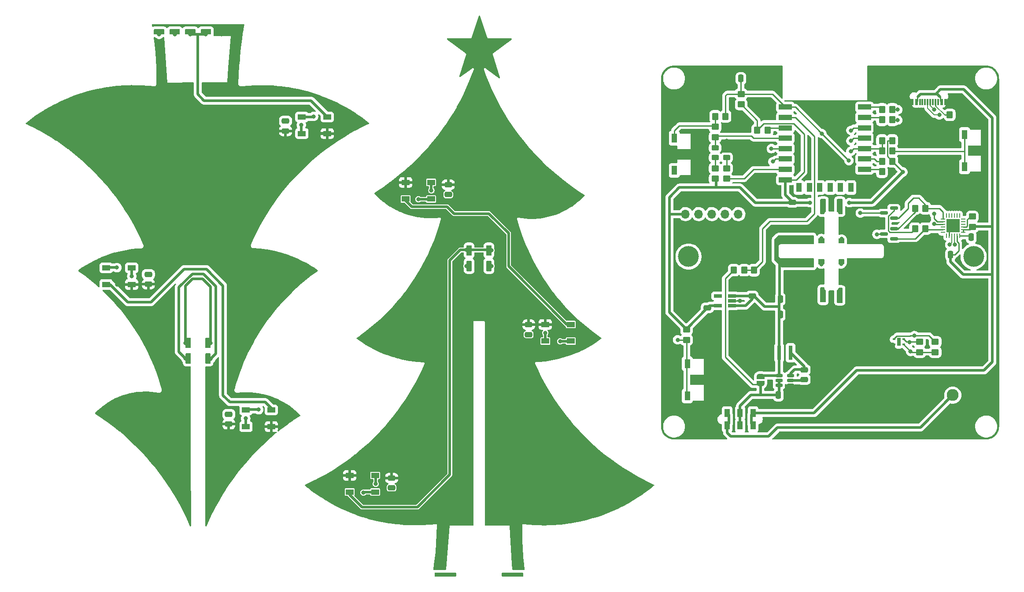
<source format=gtl>
%MOIN*%
%OFA0B0*%
%FSLAX46Y46*%
%IPPOS*%
%LPD*%
%AMRoundRect*
4,1,4,
-0.11811023622047245,0.07874015748031496,
-0.19685039370078741,0.15748031496062992,
-0.27559055118110237,0.23622047244094491,
-0.35433070866141736,0.31496062992125984,
-0.11811023622047245,0.07874015748031496,
0*
1,1,$1,$2,$3*
1,1,$1,$2,$3*
1,1,$1,$2,$3*
1,1,$1,$2,$3*
20,1,$1,$2,$3,$4,$5,90*
20,1,$1,$2,$3,$4,$5,90*
20,1,$1,$2,$3,$4,$5,90*
20,1,$1,$2,$3,$4,$5,90*%
%AMFreePoly0*
4,1,22,
0.029527559055118113,0.01968503937007874,
0.029527559055118113,-0.0000000000000000018079818215881557,
0.029332007874015749,-0.0000000000000000017960081606443842,
0.029274330708661419,-0.0031472834645669308,
0.027609960629921264,-0.00847464566929134,
0.024517244094488192,-0.013120708661417325,
0.020244842519685041,-0.016712047244094492,
0.015136220472440945,-0.018959881889763781,
0.00984251968503937,-0.019652125984251971,
0.00984251968503937,-0.01968503937007874,
-0.0098425196850393734,-0.01968503937007874,
-0.0098425196850393734,-0.019652125984251971,
-0.010083031496062994,-0.019683582677165357,
-0.015597874015748034,-0.018824881889763782,
-0.02065003937007874,-0.016452913385826769,
-0.024833425196850396,-0.012758267716535432,
-0.027811692913385828,-0.0080379921259842516,
-0.029345433070866143,-0.0026715748031496049,
-0.029329094488188979,0.0000000000000000017958297731046545,
-0.029527559055118113,0.0000000000000000018079818215881557,
-0.029527559055118113,0.01968503937007874,
0.029527559055118113,0.01968503937007874,
0.029527559055118113,0.01968503937007874,
0*%
%AMFreePoly1*
4,1,20,
-0.029329094488188979,0.0000000000000000017958297731046545,
-0.029311338582677166,0.0029096456692913404,
-0.027712165354330711,0.00825692913385827,
-0.024676456692913386,0.012940472440944885,
-0.020448228346456692,0.016583700787401578,
-0.015367440944881888,0.018893818897637797,
-0.00984251968503937,0.01968503937007874,
0.0098425196850393734,0.01968503937007874,
0.010323464566929137,0.019679173228346458,
0.015827440944881893,0.018753188976377955,
0.02085023622047244,0.016319645669291338,
0.024988188976377956,0.012574173228346456,
0.027908543307086614,0.00781787401574803,
0.029376614173228347,0.0024331102362204707,
0.029332007874015749,-0.0000000000000000017960081606443842,
0.029527559055118113,-0.0000000000000000018079818215881557,
0.029527559055118113,-0.01968503937007874,
-0.029527559055118113,-0.01968503937007874,
-0.029527559055118113,0.0000000000000000018079818215881557,
-0.029329094488188979,0.0000000000000000017958297731046545,
-0.029329094488188979,0.0000000000000000017958297731046545,
0*%
%AMCOMP1*
4,1,3,
-0.0098425196850393734,-0.018700787401574805,
0.00984251968503937,-0.018700787401574805,
0.0098425196850393734,0.018700787401574805,
-0.00984251968503937,0.018700787401574805,
0*
4,1,19,
-0.01968503937007874,-0.0187007874015748,
-0.019203312168259386,-0.015659281551427682,
-0.017805285377706176,-0.012915499485310303,
-0.015627807601303872,-0.010738021708907997,
-0.012884025535186491,-0.0093399949183547871,
-0.00984251968503937,-0.0088582677165354312,
-0.0068010138348922524,-0.0093399949183547871,
-0.0040572317687748724,-0.010738021708907997,
-0.0018797539923725666,-0.012915499485310301,
-0.000481727201819356,-0.015659281551427682,
-0.0000000000000000011450551536724983,-0.0187007874015748,
-0.00048172720181935636,-0.021742293251721927,
-0.0018797539923725648,-0.0244860753178393,
-0.0040572317687748716,-0.026663553094241611,
-0.0068010138348922507,-0.02806157988479482,
-0.00984251968503937,-0.028543307086614175,
-0.012884025535186491,-0.02806157988479482,
-0.015627807601303872,-0.026663553094241611,
-0.017805285377706179,-0.024486075317839306,
-0.019203312168259389,-0.021742293251721924,
0*
4,1,19,
-0.0000000000000000011450551536724983,-0.018700787401574805,
0.00048172720181935408,-0.015659281551427682,
0.0018797539923725637,-0.012915499485310303,
0.0040572317687748707,-0.010738021708907997,
0.0068010138348922489,-0.0093399949183547871,
0.00984251968503937,-0.0088582677165354329,
0.012884025535186491,-0.0093399949183547871,
0.015627807601303868,-0.010738021708907997,
0.017805285377706176,-0.012915499485310301,
0.019203312168259386,-0.015659281551427685,
0.01968503937007874,-0.018700787401574805,
0.019203312168259386,-0.021742293251721927,
0.017805285377706176,-0.0244860753178393,
0.015627807601303872,-0.026663553094241611,
0.012884025535186489,-0.02806157988479482,
0.00984251968503937,-0.028543307086614175,
0.00680101383489225,-0.02806157988479482,
0.0040572317687748716,-0.026663553094241611,
0.0018797539923725642,-0.024486075317839306,
0.00048172720181935375,-0.021742293251721924,
0*
4,1,19,
0.0000000000000000011450551536724983,0.018700787401574805,
0.00048172720181935636,0.021742293251721924,
0.0018797539923725659,0.0244860753178393,
0.0040572317687748724,0.026663553094241611,
0.0068010138348922524,0.02806157988479482,
0.00984251968503937,0.028543307086614175,
0.012884025535186494,0.02806157988479482,
0.015627807601303872,0.026663553094241611,
0.017805285377706179,0.024486075317839306,
0.019203312168259389,0.021742293251721924,
0.01968503937007874,0.018700787401574805,
0.019203312168259386,0.015659281551427678,
0.017805285377706176,0.012915499485310306,
0.015627807601303872,0.010738021708907997,
0.012884025535186491,0.0093399949183547871,
0.0098425196850393734,0.0088582677165354312,
0.0068010138348922533,0.0093399949183547871,
0.0040572317687748733,0.010738021708907997,
0.0018797539923725666,0.012915499485310301,
0.000481727201819356,0.015659281551427682,
0*
4,1,19,
-0.01968503937007874,0.018700787401574805,
-0.019203312168259386,0.021742293251721924,
-0.017805285377706176,0.0244860753178393,
-0.015627807601303868,0.026663553094241611,
-0.012884025535186489,0.02806157988479482,
-0.0098425196850393682,0.028543307086614175,
-0.0068010138348922489,0.02806157988479482,
-0.0040572317687748707,0.026663553094241611,
-0.0018797539923725642,0.024486075317839306,
-0.00048172720181935375,0.021742293251721924,
0.0000000000000000011450551536724986,0.018700787401574805,
-0.00048172720181935408,0.015659281551427682,
-0.0018797539923725627,0.012915499485310306,
-0.004057231768774869,0.010738021708907997,
-0.0068010138348922481,0.0093399949183547871,
-0.0098425196850393682,0.0088582677165354329,
-0.012884025535186489,0.0093399949183547871,
-0.015627807601303868,0.010738021708907997,
-0.017805285377706176,0.012915499485310301,
-0.019203312168259386,0.015659281551427682,
0*
4,1,3,
-0.0098425196850393734,-0.028543307086614175,
-0.00984251968503937,-0.0088582677165354312,
0.00984251968503937,-0.0088582677165354329,
0.0098425196850393682,-0.028543307086614175,
0*
4,1,3,
0.01968503937007874,-0.018700787401574805,
-0.0000000000000000011450551536724983,-0.018700787401574805,
0.0000000000000000011450551536724983,0.018700787401574805,
0.01968503937007874,0.0187007874015748,
0*
4,1,3,
0.0098425196850393734,0.028543307086614175,
0.00984251968503937,0.0088582677165354312,
-0.00984251968503937,0.0088582677165354329,
-0.0098425196850393682,0.028543307086614175,
0*
4,1,3,
-0.01968503937007874,0.018700787401574805,
0.0000000000000000011450551536724983,0.018700787401574805,
-0.0000000000000000011450551536724983,-0.018700787401574805,
-0.01968503937007874,-0.0187007874015748,
0*%
%AMCOMP2*
4,1,3,
-0.013779527559055118,-0.017716535433070866,
0.013779527559055118,-0.017716535433070866,
0.013779527559055118,0.017716535433070866,
-0.013779527559055118,0.017716535433070866,
0*
4,1,19,
-0.023622047244094488,-0.017716535433070866,
-0.023140320042275134,-0.014675029582923745,
-0.021742293251721924,-0.011931247516806366,
-0.019564815475319616,-0.00975376974040406,
-0.016821033409202237,-0.00835574294985085,
-0.013779527559055118,-0.007874015748031496,
-0.010738021708907997,-0.00835574294985085,
-0.0079942396427906213,-0.0097537697404040617,
-0.0058167618663883145,-0.011931247516806368,
-0.0044187350758351038,-0.014675029582923747,
-0.0039370078740157488,-0.017716535433070866,
-0.0044187350758351038,-0.020758041283217992,
-0.0058167618663883119,-0.023501823349335368,
-0.0079942396427906178,-0.025679301125737672,
-0.010738021708907999,-0.027077327916290882,
-0.013779527559055118,-0.027559055118110236,
-0.016821033409202237,-0.027077327916290882,
-0.019564815475319616,-0.025679301125737675,
-0.021742293251721924,-0.023501823349335368,
-0.023140320042275134,-0.020758041283217992,
0*
4,1,19,
0.0039370078740157462,-0.017716535433070866,
0.0044187350758351012,-0.014675029582923747,
0.0058167618663883111,-0.011931247516806368,
0.0079942396427906178,-0.0097537697404040617,
0.010738021708907997,-0.0083557429498508536,
0.013779527559055118,-0.0078740157480314977,
0.016821033409202237,-0.0083557429498508518,
0.019564815475319616,-0.0097537697404040634,
0.021742293251721924,-0.011931247516806369,
0.023140320042275134,-0.014675029582923748,
0.023622047244094488,-0.017716535433070866,
0.023140320042275134,-0.020758041283217992,
0.021742293251721924,-0.023501823349335368,
0.019564815475319616,-0.025679301125737672,
0.016821033409202237,-0.027077327916290882,
0.013779527559055118,-0.027559055118110236,
0.010738021708907997,-0.027077327916290882,
0.00799423964279062,-0.025679301125737675,
0.0058167618663883119,-0.023501823349335368,
0.0044187350758351012,-0.020758041283217992,
0*
4,1,19,
0.0039370078740157488,0.017716535433070866,
0.0044187350758351038,0.020758041283217985,
0.0058167618663883128,0.023501823349335368,
0.00799423964279062,0.025679301125737672,
0.010738021708907999,0.027077327916290882,
0.01377952755905512,0.027559055118110236,
0.016821033409202241,0.027077327916290882,
0.019564815475319616,0.025679301125737672,
0.021742293251721924,0.023501823349335368,
0.023140320042275134,0.020758041283217992,
0.023622047244094488,0.017716535433070866,
0.023140320042275134,0.014675029582923743,
0.021742293251721924,0.011931247516806366,
0.01956481547531962,0.0097537697404040617,
0.016821033409202237,0.00835574294985085,
0.01377952755905512,0.007874015748031496,
0.010738021708907999,0.00835574294985085,
0.0079942396427906213,0.00975376974040406,
0.0058167618663883145,0.011931247516806366,
0.0044187350758351038,0.014675029582923745,
0*
4,1,19,
-0.023622047244094488,0.017716535433070869,
-0.023140320042275134,0.020758041283217985,
-0.021742293251721924,0.023501823349335368,
-0.019564815475319616,0.025679301125737672,
-0.016821033409202237,0.027077327916290882,
-0.013779527559055116,0.027559055118110236,
-0.010738021708907995,0.027077327916290882,
-0.0079942396427906178,0.025679301125737672,
-0.0058167618663883119,0.023501823349335368,
-0.0044187350758351012,0.020758041283217992,
-0.0039370078740157462,0.017716535433070869,
-0.0044187350758351012,0.014675029582923745,
-0.0058167618663883093,0.011931247516806368,
-0.0079942396427906161,0.0097537697404040634,
-0.010738021708907997,0.0083557429498508536,
-0.013779527559055116,0.0078740157480314977,
-0.016821033409202237,0.0083557429498508518,
-0.019564815475319616,0.0097537697404040617,
-0.021742293251721924,0.011931247516806368,
-0.023140320042275134,0.014675029582923747,
0*
4,1,3,
-0.01377952755905512,-0.027559055118110236,
-0.013779527559055118,-0.007874015748031496,
0.013779527559055118,-0.0078740157480314977,
0.013779527559055116,-0.027559055118110236,
0*
4,1,3,
0.023622047244094488,-0.017716535433070869,
0.0039370078740157462,-0.017716535433070866,
0.0039370078740157488,0.017716535433070866,
0.023622047244094488,0.017716535433070866,
0*
4,1,3,
0.01377952755905512,0.027559055118110236,
0.013779527559055118,0.007874015748031496,
-0.013779527559055118,0.0078740157480314977,
-0.013779527559055116,0.027559055118110236,
0*
4,1,3,
-0.023622047244094488,0.017716535433070869,
-0.0039370078740157462,0.017716535433070866,
-0.0039370078740157488,-0.017716535433070866,
-0.023622047244094488,-0.017716535433070866,
0*%
%AMCOMP3*
4,1,3,
-0.01796259842519685,0.0095964566929133879,
-0.01796259842519685,-0.0095964566929133844,
0.01796259842519685,-0.0095964566929133879,
0.01796259842519685,0.0095964566929133844,
0*
4,1,19,
-0.027559055118110236,0.0095964566929133879,
-0.027089371096336367,0.012561924896806831,
-0.025726294975546987,0.015237112411271275,
-0.023603254143554738,0.017360153243263524,
-0.020928066629090292,0.018723229364052903,
-0.01796259842519685,0.019192913385826776,
-0.014997130221303409,0.018723229364052903,
-0.012321942706838965,0.01736015324326352,
-0.010198901874846717,0.015237112411271273,
-0.0088358257540573342,0.012561924896806831,
-0.0083661417322834636,0.0095964566929133879,
-0.0088358257540573359,0.0066309884890199408,
-0.010198901874846714,0.0039558009745555012,
-0.012321942706838963,0.0018327601425632526,
-0.014997130221303409,0.00046968402177387209,
-0.01796259842519685,0.0000000000000000010998556081327944,
-0.020928066629090292,0.00046968402177387139,
-0.023603254143554735,0.001832760142563251,
-0.025726294975546984,0.0039558009745554986,
-0.027089371096336367,0.0066309884890199443,
0*
4,1,19,
-0.027559055118110236,-0.0095964566929133844,
-0.027089371096336367,-0.0066309884890199417,
-0.025726294975546987,-0.0039558009745554977,
-0.023603254143554738,-0.0018327601425632493,
-0.020928066629090292,-0.00046968402177386987,
-0.01796259842519685,0.0000000000000000010998556081327946,
-0.014997130221303411,-0.00046968402177386922,
-0.012321942706838965,-0.00183276014256325,
-0.010198901874846717,-0.0039558009745554977,
-0.0088358257540573359,-0.0066309884890199434,
-0.0083661417322834653,-0.0095964566929133844,
-0.0088358257540573377,-0.012561924896806831,
-0.010198901874846714,-0.015237112411271273,
-0.012321942706838963,-0.01736015324326352,
-0.014997130221303411,-0.0187232293640529,
-0.01796259842519685,-0.019192913385826769,
-0.020928066629090292,-0.0187232293640529,
-0.023603254143554735,-0.01736015324326352,
-0.025726294975546984,-0.015237112411271273,
-0.027089371096336367,-0.012561924896806829,
0*
4,1,19,
0.0083661417322834636,-0.0095964566929133861,
0.0088358257540573359,-0.0066309884890199443,
0.010198901874846714,-0.0039558009745554994,
0.012321942706838963,-0.0018327601425632515,
0.014997130221303409,-0.00046968402177387209,
0.01796259842519685,-0.0000000000000000010998556081327946,
0.020928066629090292,-0.00046968402177387139,
0.023603254143554735,-0.0018327601425632521,
0.025726294975546984,-0.0039558009745554994,
0.027089371096336367,-0.0066309884890199452,
0.027559055118110236,-0.0095964566929133879,
0.027089371096336367,-0.012561924896806832,
0.025726294975546987,-0.015237112411271275,
0.023603254143554738,-0.017360153243263524,
0.020928066629090296,-0.018723229364052903,
0.01796259842519685,-0.019192913385826776,
0.014997130221303409,-0.018723229364052903,
0.012321942706838966,-0.01736015324326352,
0.010198901874846717,-0.015237112411271275,
0.0088358257540573342,-0.012561924896806831,
0*
4,1,19,
0.0083661417322834653,0.0095964566929133861,
0.0088358257540573377,0.012561924896806829,
0.010198901874846714,0.015237112411271273,
0.012321942706838963,0.01736015324326352,
0.014997130221303411,0.0187232293640529,
0.017962598425196853,0.019192913385826769,
0.020928066629090292,0.0187232293640529,
0.023603254143554735,0.01736015324326352,
0.025726294975546984,0.015237112411271271,
0.027089371096336367,0.012561924896806829,
0.027559055118110236,0.0095964566929133844,
0.027089371096336367,0.0066309884890199391,
0.025726294975546987,0.0039558009745554986,
0.023603254143554738,0.0018327601425632504,
0.020928066629090296,0.00046968402177386987,
0.017962598425196853,-0.0000000000000000010998556081327946,
0.014997130221303411,0.00046968402177386922,
0.012321942706838966,0.0018327601425632487,
0.010198901874846717,0.0039558009745554968,
0.0088358257540573359,0.0066309884890199417,
0*
4,1,3,
-0.027559055118110236,0.00959645669291339,
-0.0083661417322834636,0.0095964566929133844,
-0.0083661417322834653,-0.0095964566929133879,
-0.027559055118110236,-0.0095964566929133827,
0*
4,1,3,
-0.017962598425196853,-0.019192913385826769,
-0.01796259842519685,0.0000000000000000010998556081327946,
0.01796259842519685,-0.0000000000000000010998556081327946,
0.01796259842519685,-0.019192913385826776,
0*
4,1,3,
0.027559055118110236,-0.00959645669291339,
0.0083661417322834636,-0.0095964566929133844,
0.0083661417322834653,0.0095964566929133879,
0.027559055118110236,0.0095964566929133827,
0*
4,1,3,
0.017962598425196853,0.019192913385826769,
0.01796259842519685,-0.0000000000000000010998556081327946,
-0.01796259842519685,0.0000000000000000010998556081327946,
-0.01796259842519685,0.019192913385826776,
0*%
%AMCOMP4*
4,1,3,
0.0098425196850393734,0.018700787401574805,
-0.00984251968503937,0.018700787401574805,
-0.0098425196850393734,-0.018700787401574805,
0.00984251968503937,-0.018700787401574805,
0*
4,1,19,
0.0000000000000000011450551536724983,0.018700787401574805,
0.00048172720181935636,0.021742293251721924,
0.0018797539923725659,0.0244860753178393,
0.0040572317687748724,0.026663553094241611,
0.0068010138348922524,0.02806157988479482,
0.00984251968503937,0.028543307086614175,
0.012884025535186494,0.02806157988479482,
0.015627807601303872,0.026663553094241611,
0.017805285377706179,0.024486075317839306,
0.019203312168259389,0.021742293251721924,
0.01968503937007874,0.018700787401574805,
0.019203312168259386,0.015659281551427678,
0.017805285377706176,0.012915499485310306,
0.015627807601303872,0.010738021708907997,
0.012884025535186491,0.0093399949183547871,
0.0098425196850393734,0.0088582677165354312,
0.0068010138348922533,0.0093399949183547871,
0.0040572317687748733,0.010738021708907997,
0.0018797539923725666,0.012915499485310301,
0.000481727201819356,0.015659281551427682,
0*
4,1,19,
-0.01968503937007874,0.018700787401574805,
-0.019203312168259386,0.021742293251721924,
-0.017805285377706176,0.0244860753178393,
-0.015627807601303868,0.026663553094241611,
-0.012884025535186489,0.02806157988479482,
-0.0098425196850393682,0.028543307086614175,
-0.0068010138348922489,0.02806157988479482,
-0.0040572317687748707,0.026663553094241611,
-0.0018797539923725642,0.024486075317839306,
-0.00048172720181935375,0.021742293251721924,
0.0000000000000000011450551536724986,0.018700787401574805,
-0.00048172720181935408,0.015659281551427682,
-0.0018797539923725627,0.012915499485310306,
-0.004057231768774869,0.010738021708907997,
-0.0068010138348922481,0.0093399949183547871,
-0.0098425196850393682,0.0088582677165354329,
-0.012884025535186489,0.0093399949183547871,
-0.015627807601303868,0.010738021708907997,
-0.017805285377706176,0.012915499485310301,
-0.019203312168259386,0.015659281551427682,
0*
4,1,19,
-0.01968503937007874,-0.0187007874015748,
-0.019203312168259386,-0.015659281551427682,
-0.017805285377706176,-0.012915499485310303,
-0.015627807601303872,-0.010738021708907997,
-0.012884025535186491,-0.0093399949183547871,
-0.00984251968503937,-0.0088582677165354312,
-0.0068010138348922524,-0.0093399949183547871,
-0.0040572317687748724,-0.010738021708907997,
-0.0018797539923725666,-0.012915499485310301,
-0.000481727201819356,-0.015659281551427682,
-0.0000000000000000011450551536724983,-0.0187007874015748,
-0.00048172720181935636,-0.021742293251721927,
-0.0018797539923725648,-0.0244860753178393,
-0.0040572317687748716,-0.026663553094241611,
-0.0068010138348922507,-0.02806157988479482,
-0.00984251968503937,-0.028543307086614175,
-0.012884025535186491,-0.02806157988479482,
-0.015627807601303872,-0.026663553094241611,
-0.017805285377706179,-0.024486075317839306,
-0.019203312168259389,-0.021742293251721924,
0*
4,1,19,
-0.0000000000000000011450551536724983,-0.018700787401574805,
0.00048172720181935408,-0.015659281551427682,
0.0018797539923725637,-0.012915499485310303,
0.0040572317687748707,-0.010738021708907997,
0.0068010138348922489,-0.0093399949183547871,
0.00984251968503937,-0.0088582677165354329,
0.012884025535186491,-0.0093399949183547871,
0.015627807601303868,-0.010738021708907997,
0.017805285377706176,-0.012915499485310301,
0.019203312168259386,-0.015659281551427685,
0.01968503937007874,-0.018700787401574805,
0.019203312168259386,-0.021742293251721927,
0.017805285377706176,-0.0244860753178393,
0.015627807601303872,-0.026663553094241611,
0.012884025535186489,-0.02806157988479482,
0.00984251968503937,-0.028543307086614175,
0.00680101383489225,-0.02806157988479482,
0.0040572317687748716,-0.026663553094241611,
0.0018797539923725642,-0.024486075317839306,
0.00048172720181935375,-0.021742293251721924,
0*
4,1,3,
0.0098425196850393734,0.028543307086614175,
0.00984251968503937,0.0088582677165354312,
-0.00984251968503937,0.0088582677165354329,
-0.0098425196850393682,0.028543307086614175,
0*
4,1,3,
-0.01968503937007874,0.018700787401574805,
0.0000000000000000011450551536724983,0.018700787401574805,
-0.0000000000000000011450551536724983,-0.018700787401574805,
-0.01968503937007874,-0.0187007874015748,
0*
4,1,3,
-0.0098425196850393734,-0.028543307086614175,
-0.00984251968503937,-0.0088582677165354312,
0.00984251968503937,-0.0088582677165354329,
0.0098425196850393682,-0.028543307086614175,
0*
4,1,3,
0.01968503937007874,-0.018700787401574805,
-0.0000000000000000011450551536724983,-0.018700787401574805,
0.0000000000000000011450551536724983,0.018700787401574805,
0.01968503937007874,0.0187007874015748,
0*%
%AMCOMP5*
4,1,3,
-0.017716535433070866,0.013779527559055118,
-0.017716535433070866,-0.013779527559055118,
0.017716535433070866,-0.013779527559055118,
0.017716535433070866,0.013779527559055118,
0*
4,1,19,
-0.027559055118110236,0.01377952755905512,
-0.027077327916290882,0.016821033409202241,
-0.025679301125737672,0.01956481547531962,
-0.023501823349335368,0.021742293251721924,
-0.020758041283217985,0.023140320042275134,
-0.017716535433070866,0.023622047244094488,
-0.014675029582923747,0.023140320042275134,
-0.011931247516806366,0.021742293251721924,
-0.0097537697404040617,0.01956481547531962,
-0.00835574294985085,0.016821033409202237,
-0.007874015748031496,0.01377952755905512,
-0.00835574294985085,0.010738021708907995,
-0.00975376974040406,0.0079942396427906213,
-0.011931247516806368,0.0058167618663883145,
-0.014675029582923745,0.0044187350758351038,
-0.017716535433070866,0.0039370078740157488,
-0.020758041283217985,0.0044187350758351021,
-0.023501823349335368,0.0058167618663883119,
-0.025679301125737672,0.0079942396427906178,
-0.027077327916290882,0.010738021708907997,
0*
4,1,19,
-0.027559055118110236,-0.013779527559055116,
-0.027077327916290882,-0.010738021708907995,
-0.025679301125737672,-0.0079942396427906178,
-0.023501823349335368,-0.0058167618663883111,
-0.020758041283217985,-0.0044187350758351012,
-0.017716535433070866,-0.0039370078740157462,
-0.014675029582923748,-0.0044187350758351,
-0.011931247516806368,-0.0058167618663883111,
-0.0097537697404040634,-0.0079942396427906161,
-0.0083557429498508536,-0.010738021708907997,
-0.0078740157480314977,-0.013779527559055116,
-0.0083557429498508536,-0.016821033409202241,
-0.0097537697404040617,-0.019564815475319616,
-0.011931247516806369,-0.021742293251721924,
-0.014675029582923747,-0.023140320042275134,
-0.017716535433070866,-0.023622047244094488,
-0.020758041283217985,-0.023140320042275134,
-0.023501823349335368,-0.021742293251721924,
-0.025679301125737672,-0.019564815475319616,
-0.027077327916290882,-0.016821033409202237,
0*
4,1,19,
0.007874015748031496,-0.013779527559055118,
0.00835574294985085,-0.010738021708907997,
0.0097537697404040617,-0.00799423964279062,
0.011931247516806368,-0.0058167618663883128,
0.014675029582923747,-0.0044187350758351038,
0.017716535433070866,-0.0039370078740157488,
0.020758041283217985,-0.0044187350758351021,
0.023501823349335368,-0.0058167618663883128,
0.025679301125737672,-0.0079942396427906178,
0.027077327916290882,-0.010738021708907999,
0.027559055118110236,-0.013779527559055118,
0.027077327916290882,-0.016821033409202244,
0.025679301125737675,-0.019564815475319616,
0.023501823349335368,-0.021742293251721924,
0.020758041283217992,-0.023140320042275134,
0.017716535433070866,-0.023622047244094488,
0.014675029582923747,-0.023140320042275134,
0.011931247516806368,-0.021742293251721924,
0.0097537697404040617,-0.01956481547531962,
0.00835574294985085,-0.016821033409202241,
0*
4,1,19,
0.0078740157480314977,0.013779527559055118,
0.0083557429498508536,0.016821033409202237,
0.0097537697404040634,0.019564815475319616,
0.011931247516806369,0.021742293251721924,
0.014675029582923748,0.023140320042275134,
0.017716535433070869,0.023622047244094488,
0.020758041283217985,0.023140320042275134,
0.023501823349335368,0.021742293251721924,
0.025679301125737672,0.019564815475319616,
0.027077327916290882,0.016821033409202237,
0.027559055118110236,0.013779527559055118,
0.027077327916290882,0.010738021708907993,
0.025679301125737675,0.0079942396427906178,
0.023501823349335368,0.0058167618663883119,
0.020758041283217992,0.0044187350758351012,
0.017716535433070869,0.0039370078740157462,
0.014675029582923748,0.0044187350758351,
0.011931247516806369,0.0058167618663883093,
0.0097537697404040634,0.0079942396427906143,
0.0083557429498508536,0.010738021708907995,
0*
4,1,3,
-0.027559055118110236,0.01377952755905512,
-0.007874015748031496,0.013779527559055118,
-0.0078740157480314977,-0.013779527559055118,
-0.027559055118110236,-0.013779527559055116,
0*
4,1,3,
-0.017716535433070869,-0.023622047244094488,
-0.017716535433070866,-0.0039370078740157462,
0.017716535433070866,-0.0039370078740157488,
0.017716535433070866,-0.023622047244094488,
0*
4,1,3,
0.027559055118110236,-0.01377952755905512,
0.007874015748031496,-0.013779527559055118,
0.0078740157480314977,0.013779527559055118,
0.027559055118110236,0.013779527559055116,
0*
4,1,3,
0.017716535433070869,0.023622047244094488,
0.017716535433070866,0.0039370078740157462,
-0.017716535433070866,0.0039370078740157488,
-0.017716535433070866,0.023622047244094488,
0*%
%AMCOMP6*
4,1,3,
0.013779527559055118,0.017716535433070866,
-0.013779527559055118,0.017716535433070866,
-0.013779527559055118,-0.017716535433070866,
0.013779527559055118,-0.017716535433070866,
0*
4,1,19,
0.0039370078740157488,0.017716535433070866,
0.0044187350758351038,0.020758041283217985,
0.0058167618663883128,0.023501823349335368,
0.00799423964279062,0.025679301125737672,
0.010738021708907999,0.027077327916290882,
0.01377952755905512,0.027559055118110236,
0.016821033409202241,0.027077327916290882,
0.019564815475319616,0.025679301125737672,
0.021742293251721924,0.023501823349335368,
0.023140320042275134,0.020758041283217992,
0.023622047244094488,0.017716535433070866,
0.023140320042275134,0.014675029582923743,
0.021742293251721924,0.011931247516806366,
0.01956481547531962,0.0097537697404040617,
0.016821033409202237,0.00835574294985085,
0.01377952755905512,0.007874015748031496,
0.010738021708907999,0.00835574294985085,
0.0079942396427906213,0.00975376974040406,
0.0058167618663883145,0.011931247516806366,
0.0044187350758351038,0.014675029582923745,
0*
4,1,19,
-0.023622047244094488,0.017716535433070869,
-0.023140320042275134,0.020758041283217985,
-0.021742293251721924,0.023501823349335368,
-0.019564815475319616,0.025679301125737672,
-0.016821033409202237,0.027077327916290882,
-0.013779527559055116,0.027559055118110236,
-0.010738021708907995,0.027077327916290882,
-0.0079942396427906178,0.025679301125737672,
-0.0058167618663883119,0.023501823349335368,
-0.0044187350758351012,0.020758041283217992,
-0.0039370078740157462,0.017716535433070869,
-0.0044187350758351012,0.014675029582923745,
-0.0058167618663883093,0.011931247516806368,
-0.0079942396427906161,0.0097537697404040634,
-0.010738021708907997,0.0083557429498508536,
-0.013779527559055116,0.0078740157480314977,
-0.016821033409202237,0.0083557429498508518,
-0.019564815475319616,0.0097537697404040617,
-0.021742293251721924,0.011931247516806368,
-0.023140320042275134,0.014675029582923747,
0*
4,1,19,
-0.023622047244094488,-0.017716535433070866,
-0.023140320042275134,-0.014675029582923745,
-0.021742293251721924,-0.011931247516806366,
-0.019564815475319616,-0.00975376974040406,
-0.016821033409202237,-0.00835574294985085,
-0.013779527559055118,-0.007874015748031496,
-0.010738021708907997,-0.00835574294985085,
-0.0079942396427906213,-0.0097537697404040617,
-0.0058167618663883145,-0.011931247516806368,
-0.0044187350758351038,-0.014675029582923747,
-0.0039370078740157488,-0.017716535433070866,
-0.0044187350758351038,-0.020758041283217992,
-0.0058167618663883119,-0.023501823349335368,
-0.0079942396427906178,-0.025679301125737672,
-0.010738021708907999,-0.027077327916290882,
-0.013779527559055118,-0.027559055118110236,
-0.016821033409202237,-0.027077327916290882,
-0.019564815475319616,-0.025679301125737675,
-0.021742293251721924,-0.023501823349335368,
-0.023140320042275134,-0.020758041283217992,
0*
4,1,19,
0.0039370078740157462,-0.017716535433070866,
0.0044187350758351012,-0.014675029582923747,
0.0058167618663883111,-0.011931247516806368,
0.0079942396427906178,-0.0097537697404040617,
0.010738021708907997,-0.0083557429498508536,
0.013779527559055118,-0.0078740157480314977,
0.016821033409202237,-0.0083557429498508518,
0.019564815475319616,-0.0097537697404040634,
0.021742293251721924,-0.011931247516806369,
0.023140320042275134,-0.014675029582923748,
0.023622047244094488,-0.017716535433070866,
0.023140320042275134,-0.020758041283217992,
0.021742293251721924,-0.023501823349335368,
0.019564815475319616,-0.025679301125737672,
0.016821033409202237,-0.027077327916290882,
0.013779527559055118,-0.027559055118110236,
0.010738021708907997,-0.027077327916290882,
0.00799423964279062,-0.025679301125737675,
0.0058167618663883119,-0.023501823349335368,
0.0044187350758351012,-0.020758041283217992,
0*
4,1,3,
0.01377952755905512,0.027559055118110236,
0.013779527559055118,0.007874015748031496,
-0.013779527559055118,0.0078740157480314977,
-0.013779527559055116,0.027559055118110236,
0*
4,1,3,
-0.023622047244094488,0.017716535433070869,
-0.0039370078740157462,0.017716535433070866,
-0.0039370078740157488,-0.017716535433070866,
-0.023622047244094488,-0.017716535433070866,
0*
4,1,3,
-0.01377952755905512,-0.027559055118110236,
-0.013779527559055118,-0.007874015748031496,
0.013779527559055118,-0.0078740157480314977,
0.013779527559055116,-0.027559055118110236,
0*
4,1,3,
0.023622047244094488,-0.017716535433070869,
0.0039370078740157462,-0.017716535433070866,
0.0039370078740157488,0.017716535433070866,
0.023622047244094488,0.017716535433070866,
0*%
%AMCOMP7*
4,1,21,
0.029527559055118113,0.01968503937007874,
0.029527559055118113,-0.0000000000000000018079818215881557,
0.029332007874015749,-0.0000000000000000017960081606443842,
0.029274330708661419,-0.0031472834645669308,
0.027609960629921264,-0.00847464566929134,
0.024517244094488192,-0.013120708661417325,
0.020244842519685041,-0.016712047244094492,
0.015136220472440945,-0.018959881889763781,
0.00984251968503937,-0.019652125984251971,
0.00984251968503937,-0.01968503937007874,
-0.0098425196850393734,-0.01968503937007874,
-0.0098425196850393734,-0.019652125984251971,
-0.010083031496062994,-0.019683582677165357,
-0.015597874015748034,-0.018824881889763782,
-0.02065003937007874,-0.016452913385826769,
-0.024833425196850396,-0.012758267716535432,
-0.027811692913385828,-0.0080379921259842516,
-0.029345433070866143,-0.0026715748031496049,
-0.029329094488188979,0.0000000000000000017958297731046545,
-0.029527559055118113,0.0000000000000000018079818215881557,
-0.029527559055118113,0.01968503937007874,
0.029527559055118113,0.01968503937007874,
0*%
%AMCOMP8*
4,1,19,
-0.029329094488188979,0.0000000000000000017958297731046545,
-0.029311338582677166,0.0029096456692913404,
-0.027712165354330711,0.00825692913385827,
-0.024676456692913386,0.012940472440944885,
-0.020448228346456692,0.016583700787401578,
-0.015367440944881888,0.018893818897637797,
-0.00984251968503937,0.01968503937007874,
0.0098425196850393734,0.01968503937007874,
0.010323464566929137,0.019679173228346458,
0.015827440944881893,0.018753188976377955,
0.02085023622047244,0.016319645669291338,
0.024988188976377956,0.012574173228346456,
0.027908543307086614,0.00781787401574803,
0.029376614173228347,0.0024331102362204707,
0.029332007874015749,-0.0000000000000000017960081606443842,
0.029527559055118113,-0.0000000000000000018079818215881557,
0.029527559055118113,-0.01968503937007874,
-0.029527559055118113,-0.01968503937007874,
-0.029527559055118113,0.0000000000000000018079818215881557,
-0.029329094488188979,0.0000000000000000017958297731046545,
0*%
%AMCOMP9*
4,1,3,
0.02312992125984252,0.0059055118110236211,
-0.02312992125984252,0.0059055118110236228,
-0.02312992125984252,-0.0059055118110236211,
0.02312992125984252,-0.0059055118110236228,
0*
4,1,19,
0.017224409448818898,0.0059055118110236211,
0.017513445769910513,0.007730415321111894,
0.018352261844242438,0.0093766845607823213,
0.019658748510083823,0.010683171226623702,
0.021305017749754251,0.011521987300955628,
0.02312992125984252,0.011811023622047242,
0.024954824769930793,0.011521987300955629,
0.026601094009601218,0.010683171226623702,
0.027907580675442602,0.0093766845607823213,
0.028746396749774531,0.0077304153211118923,
0.029035433070866146,0.0059055118110236211,
0.028746396749774531,0.0040806083009353464,
0.027907580675442606,0.0024343390612649213,
0.026601094009601225,0.0011278523954235378,
0.024954824769930793,0.00028903632109161191,
0.02312992125984252,-0.0000000000000000014162524269107219,
0.021305017749754251,0.00028903632109161109,
0.019658748510083823,0.0011278523954235367,
0.018352261844242438,0.00243433906126492,
0.017513445769910513,0.0040806083009353473,
0*
4,1,19,
-0.029035433070866146,0.0059055118110236246,
-0.028746396749774531,0.0077304153211118967,
-0.027907580675442602,0.0093766845607823248,
-0.026601094009601225,0.010683171226623706,
-0.024954824769930793,0.011521987300955631,
-0.02312992125984252,0.011811023622047246,
-0.021305017749754251,0.011521987300955635,
-0.019658748510083823,0.010683171226623706,
-0.018352261844242438,0.0093766845607823248,
-0.017513445769910513,0.0077304153211118958,
-0.017224409448818898,0.0059055118110236246,
-0.017513445769910513,0.00408060830093535,
-0.018352261844242438,0.0024343390612649239,
-0.019658748510083823,0.0011278523954235406,
-0.021305017749754251,0.00028903632109161478,
-0.02312992125984252,0.0000000000000000014162524269107219,
-0.024954824769930793,0.00028903632109161391,
-0.026601094009601218,0.0011278523954235395,
-0.027907580675442602,0.002434339061264923,
-0.028746396749774531,0.00408060830093535,
0*
4,1,19,
-0.029035433070866146,-0.00590551181102362,
-0.028746396749774531,-0.0040806083009353481,
-0.027907580675442602,-0.0024343390612649209,
-0.026601094009601225,-0.0011278523954235374,
-0.024954824769930793,-0.00028903632109161191,
-0.02312992125984252,0.0000000000000000014162524269107219,
-0.021305017749754251,-0.00028903632109161109,
-0.019658748510083823,-0.0011278523954235378,
-0.018352261844242438,-0.0024343390612649209,
-0.017513445769910513,-0.0040806083009353481,
-0.017224409448818898,-0.00590551181102362,
-0.017513445769910513,-0.0077304153211118949,
-0.018352261844242438,-0.00937668456078232,
-0.019658748510083823,-0.010683171226623702,
-0.021305017749754251,-0.011521987300955628,
-0.02312992125984252,-0.011811023622047242,
-0.024954824769930793,-0.011521987300955629,
-0.026601094009601218,-0.010683171226623704,
-0.027907580675442602,-0.0093766845607823213,
-0.028746396749774531,-0.007730415321111894,
0*
4,1,19,
0.017224409448818898,-0.0059055118110236228,
0.017513445769910513,-0.0040806083009353507,
0.018352261844242438,-0.0024343390612649235,
0.019658748510083823,-0.0011278523954235402,
0.021305017749754251,-0.00028903632109161478,
0.02312992125984252,-0.0000000000000000014162524269107219,
0.024954824769930793,-0.00028903632109161391,
0.026601094009601218,-0.0011278523954235406,
0.027907580675442602,-0.0024343390612649235,
0.028746396749774531,-0.0040806083009353507,
0.029035433070866146,-0.0059055118110236228,
0.028746396749774531,-0.0077304153211118984,
0.027907580675442606,-0.0093766845607823231,
0.026601094009601225,-0.010683171226623706,
0.024954824769930793,-0.011521987300955631,
0.02312992125984252,-0.011811023622047246,
0.021305017749754251,-0.011521987300955635,
0.019658748510083823,-0.010683171226623709,
0.018352261844242438,-0.0093766845607823248,
0.017513445769910513,-0.0077304153211118967,
0*
4,1,3,
0.02312992125984252,0.011811023622047242,
0.02312992125984252,-0.0000000000000000014162524269107219,
-0.02312992125984252,0.0000000000000000014162524269107219,
-0.02312992125984252,0.011811023622047246,
0*
4,1,3,
-0.029035433070866146,0.0059055118110236246,
-0.017224409448818898,0.0059055118110236228,
-0.017224409448818898,-0.0059055118110236211,
-0.029035433070866146,-0.00590551181102362,
0*
4,1,3,
-0.02312992125984252,-0.011811023622047242,
-0.02312992125984252,0.0000000000000000014162524269107219,
0.02312992125984252,-0.0000000000000000014162524269107219,
0.02312992125984252,-0.011811023622047246,
0*
4,1,3,
0.029035433070866146,-0.0059055118110236246,
0.017224409448818898,-0.0059055118110236228,
0.017224409448818898,0.0059055118110236211,
0.029035433070866146,0.00590551181102362,
0*%
%AMCOMP10*
4,1,3,
0.018700787401574805,-0.0098425196850393734,
0.018700787401574805,0.00984251968503937,
-0.018700787401574805,0.0098425196850393734,
-0.018700787401574805,-0.00984251968503937,
0*
4,1,19,
0.0088582677165354312,-0.00984251968503937,
0.0093399949183547871,-0.0068010138348922507,
0.010738021708907997,-0.0040572317687748716,
0.012915499485310303,-0.0018797539923725655,
0.015659281551427682,-0.000481727201819356,
0.018700787401574805,-0.0000000000000000011450551536724983,
0.021742293251721924,-0.00048172720181935522,
0.0244860753178393,-0.0018797539923725659,
0.026663553094241611,-0.0040572317687748716,
0.02806157988479482,-0.0068010138348922524,
0.028543307086614175,-0.00984251968503937,
0.02806157988479482,-0.012884025535186496,
0.026663553094241611,-0.015627807601303872,
0.024486075317839306,-0.017805285377706179,
0.021742293251721924,-0.019203312168259389,
0.018700787401574805,-0.01968503937007874,
0.015659281551427682,-0.019203312168259386,
0.012915499485310306,-0.017805285377706176,
0.010738021708907997,-0.015627807601303872,
0.0093399949183547871,-0.012884025535186494,
0*
4,1,19,
0.0088582677165354329,0.00984251968503937,
0.0093399949183547888,0.012884025535186491,
0.010738021708907997,0.015627807601303872,
0.012915499485310303,0.017805285377706176,
0.015659281551427685,0.019203312168259386,
0.018700787401574805,0.01968503937007874,
0.021742293251721924,0.019203312168259386,
0.0244860753178393,0.017805285377706176,
0.026663553094241611,0.015627807601303872,
0.02806157988479482,0.012884025535186489,
0.028543307086614175,0.00984251968503937,
0.02806157988479482,0.0068010138348922455,
0.026663553094241611,0.0040572317687748707,
0.024486075317839306,0.0018797539923725642,
0.021742293251721924,0.00048172720181935375,
0.018700787401574805,-0.0000000000000000011450551536724986,
0.015659281551427685,0.000481727201819353,
0.012915499485310306,0.0018797539923725627,
0.010738021708907997,0.0040572317687748681,
0.0093399949183547871,0.0068010138348922463,
0*
4,1,19,
-0.028543307086614175,0.0098425196850393734,
-0.02806157988479482,0.012884025535186494,
-0.026663553094241611,0.015627807601303872,
-0.0244860753178393,0.017805285377706179,
-0.021742293251721924,0.019203312168259389,
-0.0187007874015748,0.01968503937007874,
-0.015659281551427682,0.019203312168259386,
-0.012915499485310306,0.017805285377706176,
-0.010738021708907997,0.015627807601303872,
-0.0093399949183547871,0.012884025535186491,
-0.0088582677165354312,0.0098425196850393734,
-0.0093399949183547871,0.0068010138348922489,
-0.010738021708907997,0.0040572317687748724,
-0.012915499485310301,0.0018797539923725666,
-0.015659281551427682,0.000481727201819356,
-0.0187007874015748,0.0000000000000000011450551536724983,
-0.02174229325172192,0.00048172720181935522,
-0.0244860753178393,0.0018797539923725648,
-0.026663553094241611,0.0040572317687748707,
-0.02806157988479482,0.00680101383489225,
0*
4,1,19,
-0.028543307086614175,-0.0098425196850393682,
-0.02806157988479482,-0.0068010138348922481,
-0.026663553094241611,-0.004057231768774869,
-0.0244860753178393,-0.0018797539923725631,
-0.021742293251721924,-0.00048172720181935375,
-0.018700787401574805,0.0000000000000000011450551536724983,
-0.015659281551427682,-0.000481727201819353,
-0.012915499485310306,-0.0018797539923725637,
-0.010738021708907997,-0.004057231768774869,
-0.0093399949183547871,-0.0068010138348922489,
-0.0088582677165354329,-0.00984251968503937,
-0.0093399949183547888,-0.012884025535186494,
-0.010738021708907997,-0.015627807601303868,
-0.012915499485310301,-0.017805285377706176,
-0.015659281551427685,-0.019203312168259386,
-0.018700787401574805,-0.01968503937007874,
-0.02174229325172192,-0.019203312168259386,
-0.0244860753178393,-0.017805285377706176,
-0.026663553094241611,-0.015627807601303872,
-0.02806157988479482,-0.012884025535186491,
0*
4,1,3,
0.028543307086614175,-0.0098425196850393734,
0.0088582677165354312,-0.00984251968503937,
0.0088582677165354329,0.00984251968503937,
0.028543307086614175,0.0098425196850393682,
0*
4,1,3,
0.018700787401574805,0.01968503937007874,
0.018700787401574805,-0.0000000000000000011450551536724983,
-0.018700787401574805,0.0000000000000000011450551536724983,
-0.0187007874015748,0.01968503937007874,
0*
4,1,3,
-0.028543307086614175,0.0098425196850393734,
-0.0088582677165354312,0.00984251968503937,
-0.0088582677165354329,-0.00984251968503937,
-0.028543307086614175,-0.0098425196850393682,
0*
4,1,3,
-0.018700787401574805,-0.01968503937007874,
-0.018700787401574805,0.0000000000000000011450551536724983,
0.018700787401574805,-0.0000000000000000011450551536724983,
0.0187007874015748,-0.01968503937007874,
0*%
%AMCOMP11*
4,1,3,
0.017716535433070866,-0.013779527559055118,
0.017716535433070866,0.013779527559055118,
-0.017716535433070866,0.013779527559055118,
-0.017716535433070866,-0.013779527559055118,
0*
4,1,19,
0.007874015748031496,-0.013779527559055118,
0.00835574294985085,-0.010738021708907997,
0.0097537697404040617,-0.00799423964279062,
0.011931247516806368,-0.0058167618663883128,
0.014675029582923747,-0.0044187350758351038,
0.017716535433070866,-0.0039370078740157488,
0.020758041283217985,-0.0044187350758351021,
0.023501823349335368,-0.0058167618663883128,
0.025679301125737672,-0.0079942396427906178,
0.027077327916290882,-0.010738021708907999,
0.027559055118110236,-0.013779527559055118,
0.027077327916290882,-0.016821033409202244,
0.025679301125737675,-0.019564815475319616,
0.023501823349335368,-0.021742293251721924,
0.020758041283217992,-0.023140320042275134,
0.017716535433070866,-0.023622047244094488,
0.014675029582923747,-0.023140320042275134,
0.011931247516806368,-0.021742293251721924,
0.0097537697404040617,-0.01956481547531962,
0.00835574294985085,-0.016821033409202241,
0*
4,1,19,
0.0078740157480314977,0.013779527559055118,
0.0083557429498508536,0.016821033409202237,
0.0097537697404040634,0.019564815475319616,
0.011931247516806369,0.021742293251721924,
0.014675029582923748,0.023140320042275134,
0.017716535433070869,0.023622047244094488,
0.020758041283217985,0.023140320042275134,
0.023501823349335368,0.021742293251721924,
0.025679301125737672,0.019564815475319616,
0.027077327916290882,0.016821033409202237,
0.027559055118110236,0.013779527559055118,
0.027077327916290882,0.010738021708907993,
0.025679301125737675,0.0079942396427906178,
0.023501823349335368,0.0058167618663883119,
0.020758041283217992,0.0044187350758351012,
0.017716535433070869,0.0039370078740157462,
0.014675029582923748,0.0044187350758351,
0.011931247516806369,0.0058167618663883093,
0.0097537697404040634,0.0079942396427906143,
0.0083557429498508536,0.010738021708907995,
0*
4,1,19,
-0.027559055118110236,0.01377952755905512,
-0.027077327916290882,0.016821033409202241,
-0.025679301125737672,0.01956481547531962,
-0.023501823349335368,0.021742293251721924,
-0.020758041283217985,0.023140320042275134,
-0.017716535433070866,0.023622047244094488,
-0.014675029582923747,0.023140320042275134,
-0.011931247516806366,0.021742293251721924,
-0.0097537697404040617,0.01956481547531962,
-0.00835574294985085,0.016821033409202237,
-0.007874015748031496,0.01377952755905512,
-0.00835574294985085,0.010738021708907995,
-0.00975376974040406,0.0079942396427906213,
-0.011931247516806368,0.0058167618663883145,
-0.014675029582923745,0.0044187350758351038,
-0.017716535433070866,0.0039370078740157488,
-0.020758041283217985,0.0044187350758351021,
-0.023501823349335368,0.0058167618663883119,
-0.025679301125737672,0.0079942396427906178,
-0.027077327916290882,0.010738021708907997,
0*
4,1,19,
-0.027559055118110236,-0.013779527559055116,
-0.027077327916290882,-0.010738021708907995,
-0.025679301125737672,-0.0079942396427906178,
-0.023501823349335368,-0.0058167618663883111,
-0.020758041283217985,-0.0044187350758351012,
-0.017716535433070866,-0.0039370078740157462,
-0.014675029582923748,-0.0044187350758351,
-0.011931247516806368,-0.0058167618663883111,
-0.0097537697404040634,-0.0079942396427906161,
-0.0083557429498508536,-0.010738021708907997,
-0.0078740157480314977,-0.013779527559055116,
-0.0083557429498508536,-0.016821033409202241,
-0.0097537697404040617,-0.019564815475319616,
-0.011931247516806369,-0.021742293251721924,
-0.014675029582923747,-0.023140320042275134,
-0.017716535433070866,-0.023622047244094488,
-0.020758041283217985,-0.023140320042275134,
-0.023501823349335368,-0.021742293251721924,
-0.025679301125737672,-0.019564815475319616,
-0.027077327916290882,-0.016821033409202237,
0*
4,1,3,
0.027559055118110236,-0.01377952755905512,
0.007874015748031496,-0.013779527559055118,
0.0078740157480314977,0.013779527559055118,
0.027559055118110236,0.013779527559055116,
0*
4,1,3,
0.017716535433070869,0.023622047244094488,
0.017716535433070866,0.0039370078740157462,
-0.017716535433070866,0.0039370078740157488,
-0.017716535433070866,0.023622047244094488,
0*
4,1,3,
-0.027559055118110236,0.01377952755905512,
-0.007874015748031496,0.013779527559055118,
-0.0078740157480314977,-0.013779527559055118,
-0.027559055118110236,-0.013779527559055116,
0*
4,1,3,
-0.017716535433070869,-0.023622047244094488,
-0.017716535433070866,-0.0039370078740157462,
0.017716535433070866,-0.0039370078740157488,
0.017716535433070866,-0.023622047244094488,
0*%
%AMCOMP12*
4,1,3,
0.0073818897637795283,0.003444881889763779,
-0.0073818897637795283,0.00344488188976378,
-0.0073818897637795283,-0.003444881889763779,
0.0073818897637795283,-0.00344488188976378,
0*
4,1,19,
0.0039370078740157488,0.0034448818897637795,
0.0041056123946525231,0.0045094089373152717,
0.0045949217713461468,0.0054697326604563551,
0.0053570389930869535,0.0062318498821971611,
0.0063173627162280352,0.0067211592588907855,
0.0073818897637795283,0.006889763779527559,
0.00844641681133102,0.0067211592588907855,
0.0094067405344721022,0.00623184988219716,
0.01016885775621291,0.0054697326604563543,
0.010658167132906533,0.0045094089373152717,
0.010826771653543309,0.0034448818897637795,
0.010658167132906533,0.0023803548422122859,
0.01016885775621291,0.0014200311190712047,
0.009406740534472104,0.00065791389733039726,
0.00844641681133102,0.00016860452063677391,
0.0073818897637795292,-0.00000000000000000045199545539703892,
0.0063173627162280369,0.00016860452063677351,
0.0053570389930869535,0.000657913897330397,
0.0045949217713461459,0.0014200311190712038,
0.0041056123946525231,0.0023803548422122863,
0*
4,1,19,
-0.010826771653543309,0.00344488188976378,
-0.010658167132906533,0.0045094089373152717,
-0.01016885775621291,0.005469732660456356,
-0.0094067405344721022,0.0062318498821971619,
-0.00844641681133102,0.0067211592588907855,
-0.0073818897637795283,0.006889763779527559,
-0.0063173627162280369,0.0067211592588907855,
-0.0053570389930869535,0.0062318498821971611,
-0.0045949217713461459,0.0054697326604563551,
-0.0041056123946525223,0.0045094089373152717,
-0.0039370078740157488,0.00344488188976378,
-0.0041056123946525231,0.0023803548422122868,
-0.0045949217713461459,0.0014200311190712054,
-0.0053570389930869527,0.00065791389733039812,
-0.0063173627162280352,0.00016860452063677481,
-0.0073818897637795266,0.00000000000000000045199545539703883,
-0.00844641681133102,0.0001686045206367744,
-0.0094067405344721022,0.0006579138973303978,
-0.01016885775621291,0.0014200311190712047,
-0.010658167132906533,0.0023803548422122872,
0*
4,1,19,
-0.010826771653543309,-0.003444881889763779,
-0.010658167132906533,-0.0023803548422122872,
-0.01016885775621291,-0.0014200311190712041,
-0.0094067405344721022,-0.00065791389733039726,
-0.00844641681133102,-0.00016860452063677391,
-0.0073818897637795283,0.00000000000000000045199545539703892,
-0.0063173627162280369,-0.00016860452063677351,
-0.0053570389930869535,-0.00065791389733039758,
-0.0045949217713461459,-0.0014200311190712041,
-0.0041056123946525231,-0.0023803548422122868,
-0.0039370078740157488,-0.003444881889763779,
-0.0041056123946525231,-0.0045094089373152726,
-0.0045949217713461459,-0.0054697326604563543,
-0.0053570389930869527,-0.0062318498821971611,
-0.0063173627162280352,-0.0067211592588907855,
-0.0073818897637795266,-0.006889763779527559,
-0.00844641681133102,-0.0067211592588907855,
-0.0094067405344721022,-0.0062318498821971611,
-0.01016885775621291,-0.0054697326604563543,
-0.010658167132906533,-0.0045094089373152717,
0*
4,1,19,
0.0039370078740157488,-0.0034448818897637795,
0.0041056123946525231,-0.0023803548422122876,
0.0045949217713461459,-0.0014200311190712049,
0.0053570389930869535,-0.00065791389733039812,
0.0063173627162280352,-0.00016860452063677481,
0.0073818897637795283,-0.00000000000000000045199545539703892,
0.00844641681133102,-0.0001686045206367744,
0.0094067405344721022,-0.00065791389733039834,
0.01016885775621291,-0.0014200311190712049,
0.010658167132906533,-0.0023803548422122876,
0.010826771653543309,-0.0034448818897637795,
0.010658167132906533,-0.0045094089373152735,
0.01016885775621291,-0.0054697326604563551,
0.009406740534472104,-0.0062318498821971619,
0.00844641681133102,-0.0067211592588907855,
0.0073818897637795292,-0.006889763779527559,
0.0063173627162280369,-0.0067211592588907855,
0.0053570389930869535,-0.0062318498821971619,
0.0045949217713461459,-0.0054697326604563551,
0.0041056123946525223,-0.0045094089373152717,
0*
4,1,3,
0.0073818897637795283,0.006889763779527559,
0.0073818897637795283,-0.00000000000000000045199545539703892,
-0.0073818897637795283,0.00000000000000000045199545539703892,
-0.0073818897637795283,0.006889763779527559,
0*
4,1,3,
-0.010826771653543309,0.00344488188976378,
-0.0039370078740157488,0.0034448818897637795,
-0.0039370078740157488,-0.0034448818897637795,
-0.010826771653543309,-0.003444881889763779,
0*
4,1,3,
-0.0073818897637795283,-0.006889763779527559,
-0.0073818897637795283,0.00000000000000000045199545539703892,
0.0073818897637795283,-0.00000000000000000045199545539703892,
0.0073818897637795283,-0.006889763779527559,
0*
4,1,3,
0.010826771653543309,-0.00344488188976378,
0.0039370078740157488,-0.0034448818897637795,
0.0039370078740157488,0.0034448818897637795,
0.010826771653543309,0.003444881889763779,
0*%
%AMCOMP13*
4,1,3,
0.00688976377952756,0.024606299212598427,
-0.0068897637795275581,0.024606299212598427,
-0.00688976377952756,-0.024606299212598427,
0.0068897637795275581,-0.024606299212598427,
0*
4,1,19,
0.0000000000000000015066515179901296,0.024606299212598427,
0.00033720904127355048,0.026735353307701409,
0.0013158277946607973,0.028656000753983574,
0.0028400622381424107,0.03018023519746519,
0.0047607096844245762,0.031158853950852435,
0.0068897637795275616,0.031496062992125991,
0.0090188178746305452,0.031158853950852439,
0.01093946532091271,0.03018023519746519,
0.012463699764394324,0.028656000753983574,
0.013442318517781573,0.026735353307701409,
0.01377952755905512,0.024606299212598427,
0.013442318517781573,0.02247724511749544,
0.012463699764394327,0.020556597671213279,
0.010939465320912712,0.019032363227731663,
0.0090188178746305452,0.018053744474344418,
0.0068897637795275616,0.017716535433070866,
0.004760709684424577,0.018053744474344414,
0.002840062238142412,0.019032363227731663,
0.0013158277946607969,0.020556597671213272,
0.00033720904127355021,0.02247724511749544,
0*
4,1,19,
-0.013779527559055116,0.024606299212598427,
-0.013442318517781568,0.026735353307701409,
-0.01246369976439432,0.028656000753983574,
-0.010939465320912709,0.03018023519746519,
-0.0090188178746305418,0.031158853950852435,
-0.0068897637795275572,0.031496062992125991,
-0.0047607096844245736,0.031158853950852439,
-0.0028400622381424085,0.03018023519746519,
-0.0013158277946607941,0.028656000753983574,
-0.00033720904127354723,0.026735353307701409,
0.0000000000000000015066515179901296,0.024606299212598427,
-0.0003372090412735475,0.02247724511749544,
-0.0013158277946607932,0.020556597671213279,
-0.0028400622381424077,0.019032363227731663,
-0.0047607096844245727,0.018053744474344418,
-0.0068897637795275572,0.017716535433070866,
-0.00901881787463054,0.018053744474344414,
-0.010939465320912705,0.019032363227731663,
-0.01246369976439432,0.020556597671213272,
-0.013442318517781568,0.02247724511749544,
0*
4,1,19,
-0.01377952755905512,-0.024606299212598427,
-0.013442318517781573,-0.022477245117495444,
-0.012463699764394324,-0.020556597671213279,
-0.010939465320912712,-0.019032363227731663,
-0.0090188178746305452,-0.018053744474344418,
-0.00688976377952756,-0.017716535433070866,
-0.0047607096844245762,-0.018053744474344414,
-0.0028400622381424116,-0.019032363227731663,
-0.0013158277946607969,-0.020556597671213279,
-0.00033720904127355021,-0.022477245117495444,
-0.0000000000000000015066515179901296,-0.024606299212598427,
-0.00033720904127355048,-0.026735353307701413,
-0.0013158277946607962,-0.028656000753983574,
-0.0028400622381424103,-0.03018023519746519,
-0.0047607096844245753,-0.031158853950852435,
-0.00688976377952756,-0.031496062992125991,
-0.0090188178746305435,-0.031158853950852439,
-0.01093946532091271,-0.03018023519746519,
-0.012463699764394324,-0.028656000753983581,
-0.013442318517781573,-0.026735353307701413,
0*
4,1,19,
-0.0000000000000000015066515179901296,-0.024606299212598427,
0.0003372090412735475,-0.022477245117495444,
0.0013158277946607943,-0.020556597671213279,
0.0028400622381424081,-0.019032363227731663,
0.0047607096844245736,-0.018053744474344418,
0.0068897637795275581,-0.017716535433070866,
0.0090188178746305418,-0.018053744474344414,
0.010939465320912705,-0.019032363227731663,
0.01246369976439432,-0.020556597671213279,
0.013442318517781568,-0.022477245117495444,
0.013779527559055116,-0.024606299212598427,
0.013442318517781568,-0.026735353307701413,
0.012463699764394322,-0.028656000753983574,
0.010939465320912709,-0.03018023519746519,
0.0090188178746305418,-0.031158853950852435,
0.0068897637795275581,-0.031496062992125991,
0.0047607096844245744,-0.031158853950852439,
0.0028400622381424094,-0.03018023519746519,
0.0013158277946607941,-0.028656000753983581,
0.00033720904127354723,-0.026735353307701413,
0*
4,1,3,
0.0068897637795275616,0.031496062992125991,
0.00688976377952756,0.017716535433070866,
-0.0068897637795275581,0.017716535433070866,
-0.0068897637795275572,0.031496062992125991,
0*
4,1,3,
-0.013779527559055116,0.024606299212598427,
0.0000000000000000015066515179901296,0.024606299212598427,
-0.0000000000000000015066515179901296,-0.024606299212598427,
-0.01377952755905512,-0.024606299212598427,
0*
4,1,3,
-0.0068897637795275616,-0.031496062992125991,
-0.00688976377952756,-0.017716535433070866,
0.0068897637795275581,-0.017716535433070866,
0.0068897637795275572,-0.031496062992125991,
0*
4,1,3,
0.013779527559055116,-0.024606299212598427,
-0.0000000000000000015066515179901296,-0.024606299212598427,
0.0000000000000000015066515179901296,0.024606299212598427,
0.01377952755905512,0.024606299212598427,
0*%
%AMCOMP14*
4,1,3,
0.0024606299212598421,-0.013779527559055118,
0.0024606299212598438,0.013779527559055118,
-0.0024606299212598421,0.013779527559055118,
-0.0024606299212598438,-0.013779527559055118,
0*
4,1,19,
-0.0000000000000000008437248500744725,-0.013779527559055118,
0.00012043180045483795,-0.013019151096518338,
0.00046993849809314039,-0.012333205579988992,
0.001014307942193717,-0.011788836135888417,
0.0017002534587230616,-0.011439329438250113,
0.0024606299212598416,-0.011318897637795275,
0.0032210063837966223,-0.011439329438250113,
0.0039069519003259662,-0.011788836135888417,
0.004451321344426544,-0.012333205579988992,
0.0048008280420648464,-0.013019151096518338,
0.0049212598425196841,-0.013779527559055118,
0.0048008280420648456,-0.014539904021591898,
0.0044513213444265431,-0.015225849538121243,
0.0039069519003259671,-0.01577021898222182,
0.0032210063837966219,-0.016119725679860121,
0.0024606299212598421,-0.01624015748031496,
0.001700253458723062,-0.016119725679860121,
0.0010143079421937172,-0.01577021898222182,
0.00046993849809314045,-0.015225849538121243,
0.00012043180045483787,-0.014539904021591898,
0*
4,1,19,
0.0000000000000000008437248500744725,0.013779527559055118,
0.00012043180045483964,0.014539904021591898,
0.00046993849809314208,0.015225849538121243,
0.0010143079421937188,0.01577021898222182,
0.0017002534587230635,0.016119725679860121,
0.0024606299212598434,0.01624015748031496,
0.003221006383796624,0.016119725679860121,
0.0039069519003259679,0.01577021898222182,
0.0044513213444265448,0.015225849538121243,
0.0048008280420648482,0.014539904021591898,
0.0049212598425196867,0.013779527559055118,
0.0048008280420648473,0.013019151096518338,
0.0044513213444265448,0.012333205579988992,
0.0039069519003259688,0.011788836135888417,
0.0032210063837966236,0.011439329438250113,
0.0024606299212598438,0.011318897637795275,
0.0017002534587230638,0.011439329438250113,
0.001014307942193719,0.011788836135888417,
0.00046993849809314218,0.012333205579988992,
0.00012043180045483956,0.013019151096518338,
0*
4,1,19,
-0.0049212598425196841,0.013779527559055118,
-0.0048008280420648456,0.014539904021591898,
-0.0044513213444265431,0.015225849538121243,
-0.0039069519003259662,0.01577021898222182,
-0.0032210063837966219,0.016119725679860121,
-0.0024606299212598416,0.01624015748031496,
-0.0017002534587230616,0.016119725679860121,
-0.001014307942193717,0.01577021898222182,
-0.00046993849809314045,0.015225849538121243,
-0.00012043180045483787,0.014539904021591898,
0.0000000000000000008437248500744725,0.013779527559055118,
-0.00012043180045483795,0.013019151096518338,
-0.00046993849809314012,0.012333205579988992,
-0.0010143079421937168,0.011788836135888417,
-0.0017002534587230614,0.011439329438250113,
-0.0024606299212598412,0.011318897637795275,
-0.0032210063837966219,0.011439329438250113,
-0.0039069519003259662,0.011788836135888417,
-0.004451321344426544,0.012333205579988992,
-0.0048008280420648464,0.013019151096518338,
0*
4,1,19,
-0.0049212598425196867,-0.013779527559055118,
-0.0048008280420648473,-0.013019151096518338,
-0.0044513213444265448,-0.012333205579988992,
-0.0039069519003259679,-0.011788836135888417,
-0.0032210063837966236,-0.011439329438250113,
-0.0024606299212598434,-0.011318897637795275,
-0.0017002534587230635,-0.011439329438250113,
-0.0010143079421937188,-0.011788836135888417,
-0.00046993849809314218,-0.012333205579988992,
-0.00012043180045483956,-0.013019151096518338,
-0.0000000000000000008437248500744725,-0.013779527559055118,
-0.00012043180045483964,-0.014539904021591898,
-0.0004699384980931418,-0.015225849538121243,
-0.0010143079421937183,-0.01577021898222182,
-0.0017002534587230633,-0.016119725679860121,
-0.0024606299212598434,-0.01624015748031496,
-0.0032210063837966236,-0.016119725679860121,
-0.0039069519003259679,-0.01577021898222182,
-0.0044513213444265448,-0.015225849538121243,
-0.0048008280420648482,-0.014539904021591898,
0*
4,1,3,
0.0049212598425196841,-0.013779527559055118,
-0.0000000000000000008437248500744725,-0.013779527559055118,
0.0000000000000000008437248500744725,0.013779527559055118,
0.0049212598425196867,0.013779527559055118,
0*
4,1,3,
0.0024606299212598438,0.01624015748031496,
0.0024606299212598434,0.011318897637795275,
-0.0024606299212598421,0.011318897637795275,
-0.0024606299212598412,0.01624015748031496,
0*
4,1,3,
-0.0049212598425196841,0.013779527559055118,
0.0000000000000000008437248500744725,0.013779527559055118,
-0.0000000000000000008437248500744725,-0.013779527559055118,
-0.0049212598425196867,-0.013779527559055118,
0*
4,1,3,
-0.0024606299212598438,-0.01624015748031496,
-0.0024606299212598434,-0.011318897637795275,
0.0024606299212598421,-0.011318897637795275,
0.0024606299212598412,-0.01624015748031496,
0*%
%AMCOMP15*
4,1,3,
0.013779527559055118,-0.0024606299212598438,
0.013779527559055118,0.0024606299212598421,
-0.013779527559055118,0.0024606299212598438,
-0.013779527559055118,-0.0024606299212598421,
0*
4,1,19,
0.011318897637795275,-0.0024606299212598434,
0.011439329438250113,-0.0017002534587230633,
0.011788836135888417,-0.0010143079421937183,
0.012333205579988992,-0.00046993849809314191,
0.013019151096518338,-0.00012043180045483956,
0.013779527559055118,-0.0000000000000000008437248500744725,
0.014539904021591898,-0.00012043180045483937,
0.015225849538121243,-0.00046993849809314208,
0.01577021898222182,-0.0010143079421937183,
0.016119725679860121,-0.0017002534587230635,
0.01624015748031496,-0.0024606299212598434,
0.016119725679860121,-0.0032210063837966245,
0.01577021898222182,-0.0039069519003259679,
0.015225849538121243,-0.0044513213444265448,
0.014539904021591898,-0.0048008280420648482,
0.013779527559055118,-0.0049212598425196867,
0.013019151096518338,-0.0048008280420648473,
0.012333205579988992,-0.0044513213444265448,
0.011788836135888417,-0.0039069519003259688,
0.011439329438250113,-0.003221006383796624,
0*
4,1,19,
0.011318897637795275,0.0024606299212598421,
0.011439329438250113,0.0032210063837966223,
0.011788836135888417,0.0039069519003259671,
0.012333205579988992,0.004451321344426544,
0.013019151096518338,0.0048008280420648464,
0.013779527559055118,0.0049212598425196841,
0.014539904021591898,0.0048008280420648456,
0.015225849538121243,0.0044513213444265431,
0.01577021898222182,0.0039069519003259671,
0.016119725679860121,0.0032210063837966219,
0.01624015748031496,0.0024606299212598421,
0.016119725679860121,0.0017002534587230609,
0.01577021898222182,0.001014307942193717,
0.015225849538121243,0.00046993849809314045,
0.014539904021591898,0.00012043180045483787,
0.013779527559055118,-0.0000000000000000008437248500744725,
0.013019151096518338,0.00012043180045483768,
0.012333205579988992,0.00046993849809314012,
0.011788836135888417,0.0010143079421937166,
0.011439329438250113,0.0017002534587230611,
0*
4,1,19,
-0.01624015748031496,0.0024606299212598438,
-0.016119725679860121,0.003221006383796624,
-0.01577021898222182,0.0039069519003259688,
-0.015225849538121243,0.0044513213444265448,
-0.014539904021591898,0.0048008280420648482,
-0.013779527559055118,0.0049212598425196867,
-0.013019151096518338,0.0048008280420648473,
-0.012333205579988992,0.0044513213444265448,
-0.011788836135888417,0.0039069519003259688,
-0.011439329438250113,0.0032210063837966236,
-0.011318897637795275,0.0024606299212598438,
-0.011439329438250113,0.0017002534587230627,
-0.011788836135888417,0.0010143079421937188,
-0.012333205579988992,0.00046993849809314218,
-0.013019151096518338,0.00012043180045483956,
-0.013779527559055118,0.0000000000000000008437248500744725,
-0.014539904021591898,0.00012043180045483937,
-0.015225849538121243,0.0004699384980931418,
-0.01577021898222182,0.0010143079421937181,
-0.016119725679860121,0.0017002534587230631,
0*
4,1,19,
-0.01624015748031496,-0.0024606299212598416,
-0.016119725679860121,-0.0017002534587230614,
-0.01577021898222182,-0.0010143079421937168,
-0.015225849538121243,-0.00046993849809314018,
-0.014539904021591898,-0.00012043180045483787,
-0.013779527559055118,0.0000000000000000008437248500744725,
-0.013019151096518338,-0.00012043180045483768,
-0.012333205579988992,-0.00046993849809314039,
-0.011788836135888417,-0.0010143079421937168,
-0.011439329438250113,-0.0017002534587230616,
-0.011318897637795275,-0.0024606299212598416,
-0.011439329438250113,-0.0032210063837966227,
-0.011788836135888417,-0.0039069519003259662,
-0.012333205579988992,-0.004451321344426544,
-0.013019151096518338,-0.0048008280420648464,
-0.013779527559055118,-0.0049212598425196841,
-0.014539904021591898,-0.0048008280420648456,
-0.015225849538121243,-0.0044513213444265431,
-0.01577021898222182,-0.0039069519003259671,
-0.016119725679860121,-0.0032210063837966223,
0*
4,1,3,
0.01624015748031496,-0.0024606299212598438,
0.011318897637795275,-0.0024606299212598434,
0.011318897637795275,0.0024606299212598421,
0.01624015748031496,0.0024606299212598412,
0*
4,1,3,
0.013779527559055118,0.0049212598425196841,
0.013779527559055118,-0.0000000000000000008437248500744725,
-0.013779527559055118,0.0000000000000000008437248500744725,
-0.013779527559055118,0.0049212598425196867,
0*
4,1,3,
-0.01624015748031496,0.0024606299212598438,
-0.011318897637795275,0.0024606299212598434,
-0.011318897637795275,-0.0024606299212598421,
-0.01624015748031496,-0.0024606299212598412,
0*
4,1,3,
-0.013779527559055118,-0.0049212598425196841,
-0.013779527559055118,0.0000000000000000008437248500744725,
0.013779527559055118,-0.0000000000000000008437248500744725,
0.013779527559055118,-0.0049212598425196867,
0*%
%AMCOMP16*
4,1,3,
-0.020177165354330708,-0.0059055118110236211,
0.020177165354330708,-0.0059055118110236228,
0.020177165354330708,0.0059055118110236211,
-0.020177165354330708,0.0059055118110236228,
0*
4,1,19,
-0.026082677165354333,-0.0059055118110236211,
-0.025793640844262715,-0.0040806083009353481,
-0.024954824769930793,-0.0024343390612649209,
-0.023648338104089405,-0.0011278523954235374,
-0.02200206886441898,-0.00028903632109161212,
-0.020177165354330708,0.0000000000000000012354542447519063,
-0.018352261844242438,-0.00028903632109161126,
-0.01670599260457201,-0.001127852395423538,
-0.015399505938730625,-0.0024343390612649209,
-0.0145606898643987,-0.0040806083009353481,
-0.014271653543307086,-0.00590551181102362,
-0.0145606898643987,-0.0077304153211118949,
-0.015399505938730622,-0.00937668456078232,
-0.01670599260457201,-0.010683171226623704,
-0.018352261844242435,-0.011521987300955628,
-0.020177165354330708,-0.011811023622047242,
-0.02200206886441898,-0.011521987300955629,
-0.023648338104089405,-0.010683171226623704,
-0.02495482476993079,-0.0093766845607823213,
-0.025793640844262715,-0.0077304153211118949,
0*
4,1,19,
0.014271653543307086,-0.0059055118110236228,
0.0145606898643987,-0.0040806083009353507,
0.015399505938730625,-0.002434339061264923,
0.01670599260457201,-0.00112785239542354,
0.018352261844242438,-0.00028903632109161456,
0.020177165354330708,-0.0000000000000000012354542447519063,
0.02200206886441898,-0.00028903632109161369,
0.023648338104089405,-0.0011278523954235404,
0.02495482476993079,-0.0024343390612649235,
0.025793640844262715,-0.0040806083009353507,
0.026082677165354333,-0.005905511811023622,
0.025793640844262715,-0.0077304153211118967,
0.024954824769930793,-0.0093766845607823213,
0.023648338104089409,-0.010683171226623706,
0.02200206886441898,-0.011521987300955631,
0.020177165354330708,-0.011811023622047246,
0.018352261844242438,-0.011521987300955635,
0.01670599260457201,-0.010683171226623706,
0.015399505938730625,-0.0093766845607823248,
0.0145606898643987,-0.0077304153211118967,
0*
4,1,19,
0.014271653543307086,0.0059055118110236211,
0.0145606898643987,0.007730415321111894,
0.015399505938730625,0.0093766845607823213,
0.01670599260457201,0.010683171226623704,
0.018352261844242438,0.011521987300955628,
0.020177165354330708,0.011811023622047242,
0.02200206886441898,0.011521987300955629,
0.023648338104089405,0.010683171226623702,
0.02495482476993079,0.0093766845607823213,
0.025793640844262715,0.007730415321111894,
0.026082677165354333,0.005905511811023622,
0.025793640844262715,0.0040806083009353464,
0.024954824769930793,0.0024343390612649213,
0.023648338104089409,0.001127852395423538,
0.02200206886441898,0.00028903632109161212,
0.020177165354330708,-0.0000000000000000012354542447519063,
0.018352261844242438,0.00028903632109161126,
0.01670599260457201,0.0011278523954235369,
0.015399505938730625,0.0024343390612649204,
0.0145606898643987,0.0040806083009353473,
0*
4,1,19,
-0.026082677165354333,0.0059055118110236228,
-0.025793640844262715,0.0077304153211118958,
-0.024954824769930793,0.0093766845607823231,
-0.023648338104089405,0.010683171226623706,
-0.02200206886441898,0.011521987300955631,
-0.020177165354330708,0.011811023622047246,
-0.018352261844242438,0.011521987300955635,
-0.01670599260457201,0.010683171226623704,
-0.015399505938730625,0.0093766845607823248,
-0.0145606898643987,0.0077304153211118958,
-0.014271653543307086,0.0059055118110236246,
-0.0145606898643987,0.00408060830093535,
-0.015399505938730622,0.0024343390612649239,
-0.01670599260457201,0.0011278523954235404,
-0.018352261844242435,0.00028903632109161456,
-0.020177165354330708,0.0000000000000000012354542447519063,
-0.02200206886441898,0.00028903632109161369,
-0.023648338104089405,0.0011278523954235393,
-0.02495482476993079,0.002434339061264923,
-0.025793640844262715,0.00408060830093535,
0*
4,1,3,
-0.020177165354330708,-0.011811023622047242,
-0.020177165354330708,0.0000000000000000012354542447519063,
0.020177165354330708,-0.0000000000000000012354542447519063,
0.020177165354330708,-0.011811023622047246,
0*
4,1,3,
0.026082677165354333,-0.0059055118110236228,
0.014271653543307086,-0.0059055118110236228,
0.014271653543307086,0.0059055118110236211,
0.026082677165354333,0.0059055118110236211,
0*
4,1,3,
0.020177165354330708,0.011811023622047242,
0.020177165354330708,-0.0000000000000000012354542447519063,
-0.020177165354330708,0.0000000000000000012354542447519063,
-0.020177165354330708,0.011811023622047246,
0*
4,1,3,
-0.026082677165354333,0.0059055118110236228,
-0.014271653543307086,0.0059055118110236228,
-0.014271653543307086,-0.0059055118110236211,
-0.026082677165354333,-0.0059055118110236211,
0*%
%AMRoundRect0*
4,1,4,
-0.078740157480314946,-0.11811023622047247,
-0.15748031496062992,-0.19685039370078744,
-0.23622047244094485,-0.27559055118110243,
-0.31496062992125984,-0.35433070866141742,
-0.078740157480314946,-0.11811023622047247,
0*
1,1,$1,$2,$3*
1,1,$1,$2,$3*
1,1,$1,$2,$3*
1,1,$1,$2,$3*
20,1,$1,$2,$3,$4,$5,-180*
20,1,$1,$2,$3,$4,$5,-180*
20,1,$1,$2,$3,$4,$5,-180*
20,1,$1,$2,$3,$4,$5,-180*%
%AMCOMP550*
4,1,3,
0.018700787401574805,-0.0098425196850393682,
0.0187007874015748,0.0098425196850393734,
-0.018700787401574805,0.0098425196850393682,
-0.0187007874015748,-0.0098425196850393734,
0*
4,1,19,
0.018700787401574805,-0.01968503937007874,
0.015659281551427685,-0.019203312168259386,
0.012915499485310306,-0.017805285377706176,
0.010738021708907999,-0.015627807601303868,
0.0093399949183547888,-0.012884025535186489,
0.0088582677165354329,-0.00984251968503937,
0.0093399949183547871,-0.00680101383489225,
0.010738021708907997,-0.0040572317687748707,
0.012915499485310301,-0.001879753992372564,
0.015659281551427682,-0.0004817272018193531,
0.0187007874015748,0.0000000000000000022901103073449965,
0.021742293251721927,-0.00048172720181935234,
0.0244860753178393,-0.0018797539923725605,
0.026663553094241611,-0.0040572317687748664,
0.02806157988479482,-0.0068010138348922455,
0.028543307086614175,-0.0098425196850393647,
0.02806157988479482,-0.012884025535186484,
0.026663553094241611,-0.015627807601303865,
0.024486075317839306,-0.017805285377706176,
0.021742293251721927,-0.019203312168259386,
0*
4,1,19,
0.018700787401574805,0.0000000000000000022901103073449965,
0.015659281551427682,0.00048172720181935695,
0.012915499485310303,0.0018797539923725661,
0.010738021708907997,0.0040572317687748724,
0.0093399949183547871,0.0068010138348922507,
0.0088582677165354312,0.00984251968503937,
0.0093399949183547853,0.012884025535186494,
0.010738021708907995,0.015627807601303872,
0.0129154994853103,0.017805285377706179,
0.015659281551427682,0.019203312168259389,
0.018700787401574798,0.019685039370078747,
0.021742293251721924,0.019203312168259389,
0.0244860753178393,0.017805285377706179,
0.026663553094241611,0.015627807601303875,
0.02806157988479482,0.012884025535186496,
0.028543307086614175,0.0098425196850393769,
0.02806157988479482,0.006801013834892255,
0.026663553094241611,0.0040572317687748768,
0.024486075317839306,0.0018797539923725687,
0.021742293251721924,0.00048172720181935771,
0*
4,1,19,
-0.018700787401574805,-0.0000000000000000022901103073449965,
-0.021742293251721924,0.00048172720181935234,
-0.0244860753178393,0.0018797539923725616,
-0.026663553094241611,0.0040572317687748672,
-0.02806157988479482,0.0068010138348922463,
-0.028543307086614175,0.0098425196850393665,
-0.02806157988479482,0.012884025535186487,
-0.026663553094241611,0.015627807601303865,
-0.024486075317839306,0.017805285377706176,
-0.021742293251721927,0.019203312168259386,
-0.018700787401574808,0.01968503937007874,
-0.015659281551427682,0.019203312168259386,
-0.012915499485310308,0.017805285377706176,
-0.010738021708907999,0.015627807601303872,
-0.0093399949183547888,0.012884025535186489,
-0.0088582677165354329,0.0098425196850393734,
-0.0093399949183547871,0.0068010138348922507,
-0.010738021708907997,0.0040572317687748724,
-0.012915499485310301,0.001879753992372564,
-0.015659281551427682,0.0004817272018193531,
0*
4,1,19,
-0.0187007874015748,-0.019685039370078747,
-0.02174229325172192,-0.019203312168259389,
-0.0244860753178393,-0.017805285377706179,
-0.026663553094241611,-0.015627807601303872,
-0.02806157988479482,-0.012884025535186496,
-0.028543307086614175,-0.0098425196850393751,
-0.02806157988479482,-0.0068010138348922541,
-0.026663553094241611,-0.004057231768774875,
-0.024486075317839306,-0.0018797539923725687,
-0.021742293251721924,-0.00048172720181935771,
-0.018700787401574805,-0.0000000000000000022901103073449973,
-0.015659281551427682,-0.00048172720181935695,
-0.012915499485310306,-0.001879753992372565,
-0.010738021708907997,-0.0040572317687748707,
-0.0093399949183547871,-0.00680101383489225,
-0.0088582677165354312,-0.00984251968503937,
-0.0093399949183547853,-0.012884025535186491,
-0.010738021708907995,-0.015627807601303872,
-0.0129154994853103,-0.017805285377706179,
-0.015659281551427678,-0.019203312168259389,
0*
4,1,3,
0.028543307086614175,-0.0098425196850393682,
0.0088582677165354329,-0.0098425196850393682,
0.0088582677165354312,0.00984251968503937,
0.028543307086614175,0.0098425196850393734,
0*
4,1,3,
0.0187007874015748,0.019685039370078747,
0.018700787401574805,0.0000000000000000022901103073449965,
-0.018700787401574805,-0.0000000000000000022901103073449965,
-0.018700787401574805,0.01968503937007874,
0*
4,1,3,
-0.028543307086614175,0.0098425196850393682,
-0.0088582677165354329,0.0098425196850393682,
-0.0088582677165354312,-0.00984251968503937,
-0.028543307086614175,-0.0098425196850393734,
0*
4,1,3,
-0.0187007874015748,-0.019685039370078747,
-0.018700787401574805,-0.0000000000000000022901103073449965,
0.018700787401574805,0.0000000000000000022901103073449965,
0.018700787401574805,-0.01968503937007874,
0*%
%AMREC560*
4,1,3,
0.029527559055118106,0.019685039370078747,
-0.029527559055118117,0.019685039370078736,
-0.029527559055118106,-0.019685039370078747,
0.029527559055118117,-0.019685039370078736,
0*%
%AMRoundRect1*
4,1,4,
0.07874015748031496,0.11811023622047245,
0.15748031496062992,0.19685039370078741,
0.23622047244094491,0.27559055118110237,
0.31496062992125984,0.35433070866141736,
0.07874015748031496,0.11811023622047245,
0*
1,1,$1,$2,$3*
1,1,$1,$2,$3*
1,1,$1,$2,$3*
1,1,$1,$2,$3*
20,1,$1,$2,$3,$4,$5,0*
20,1,$1,$2,$3,$4,$5,0*
20,1,$1,$2,$3,$4,$5,0*
20,1,$1,$2,$3,$4,$5,0*%
%AMCOMP640*
4,1,3,
-0.018700787401574805,0.00984251968503937,
-0.018700787401574805,-0.00984251968503937,
0.018700787401574805,-0.00984251968503937,
0.018700787401574805,0.00984251968503937,
0*
4,1,19,
-0.018700787401574805,0.01968503937007874,
-0.015659281551427682,0.019203312168259386,
-0.012915499485310303,0.017805285377706176,
-0.010738021708907997,0.015627807601303872,
-0.0093399949183547871,0.012884025535186491,
-0.0088582677165354329,0.00984251968503937,
-0.0093399949183547871,0.0068010138348922507,
-0.010738021708907997,0.0040572317687748724,
-0.012915499485310301,0.0018797539923725657,
-0.015659281551427682,0.00048172720181935506,
-0.0187007874015748,0,
-0.021742293251721927,0.00048172720181935506,
-0.0244860753178393,0.0018797539923725635,
-0.026663553094241611,0.00405723176877487,
-0.02806157988479482,0.0068010138348922489,
-0.028543307086614175,0.0098425196850393682,
-0.02806157988479482,0.012884025535186489,
-0.026663553094241611,0.015627807601303868,
-0.024486075317839306,0.017805285377706176,
-0.021742293251721924,0.019203312168259386,
0*
4,1,19,
-0.018700787401574805,0,
-0.015659281551427682,-0.00048172720181935506,
-0.012915499485310303,-0.0018797539923725646,
-0.010738021708907997,-0.0040572317687748707,
-0.0093399949183547871,-0.00680101383489225,
-0.0088582677165354329,-0.00984251968503937,
-0.0093399949183547871,-0.012884025535186491,
-0.010738021708907997,-0.015627807601303868,
-0.012915499485310301,-0.017805285377706176,
-0.015659281551427682,-0.019203312168259386,
-0.0187007874015748,-0.01968503937007874,
-0.021742293251721927,-0.019203312168259386,
-0.0244860753178393,-0.017805285377706176,
-0.026663553094241611,-0.015627807601303872,
-0.02806157988479482,-0.012884025535186491,
-0.028543307086614175,-0.0098425196850393734,
-0.02806157988479482,-0.0068010138348922524,
-0.026663553094241611,-0.0040572317687748733,
-0.024486075317839306,-0.0018797539923725657,
-0.021742293251721924,-0.00048172720181935506,
0*
4,1,19,
0.018700787401574805,0,
0.021742293251721924,-0.00048172720181935506,
0.0244860753178393,-0.0018797539923725646,
0.026663553094241611,-0.0040572317687748707,
0.02806157988479482,-0.00680101383489225,
0.028543307086614175,-0.00984251968503937,
0.02806157988479482,-0.012884025535186491,
0.026663553094241611,-0.015627807601303868,
0.024486075317839306,-0.017805285377706176,
0.021742293251721924,-0.019203312168259386,
0.018700787401574805,-0.01968503937007874,
0.015659281551427682,-0.019203312168259386,
0.012915499485310306,-0.017805285377706176,
0.010738021708907997,-0.015627807601303872,
0.0093399949183547871,-0.012884025535186491,
0.0088582677165354329,-0.0098425196850393734,
0.0093399949183547871,-0.0068010138348922524,
0.010738021708907997,-0.0040572317687748733,
0.012915499485310301,-0.0018797539923725657,
0.015659281551427682,-0.00048172720181935506,
0*
4,1,19,
0.018700787401574805,0.01968503937007874,
0.021742293251721924,0.019203312168259386,
0.0244860753178393,0.017805285377706176,
0.026663553094241611,0.015627807601303872,
0.02806157988479482,0.012884025535186491,
0.028543307086614175,0.00984251968503937,
0.02806157988479482,0.0068010138348922507,
0.026663553094241611,0.0040572317687748724,
0.024486075317839306,0.0018797539923725657,
0.021742293251721924,0.00048172720181935506,
0.018700787401574805,0,
0.015659281551427682,0.00048172720181935506,
0.012915499485310306,0.0018797539923725635,
0.010738021708907997,0.00405723176877487,
0.0093399949183547871,0.0068010138348922489,
0.0088582677165354329,0.0098425196850393682,
0.0093399949183547871,0.012884025535186489,
0.010738021708907997,0.015627807601303868,
0.012915499485310301,0.017805285377706176,
0.015659281551427682,0.019203312168259386,
0*
4,1,3,
-0.028543307086614175,0.00984251968503937,
-0.0088582677165354329,0.00984251968503937,
-0.0088582677165354329,-0.00984251968503937,
-0.028543307086614175,-0.00984251968503937,
0*
4,1,3,
-0.018700787401574805,-0.01968503937007874,
-0.018700787401574805,0,
0.018700787401574805,0,
0.018700787401574805,-0.01968503937007874,
0*
4,1,3,
0.028543307086614175,-0.00984251968503937,
0.0088582677165354329,-0.00984251968503937,
0.0088582677165354329,0.00984251968503937,
0.028543307086614175,0.00984251968503937,
0*
4,1,3,
0.018700787401574805,0.01968503937007874,
0.018700787401574805,0,
-0.018700787401574805,0,
-0.018700787401574805,0.01968503937007874,
0*%
%AMCOMP75*
4,1,3,
-0.0098425196850393734,-0.018700787401574805,
0.00984251968503937,-0.018700787401574805,
0.0098425196850393734,0.018700787401574805,
-0.00984251968503937,0.018700787401574805,
0*
4,1,19,
-0.01968503937007874,-0.0187007874015748,
-0.019203312168259386,-0.015659281551427682,
-0.017805285377706176,-0.012915499485310303,
-0.015627807601303872,-0.010738021708907997,
-0.012884025535186491,-0.0093399949183547871,
-0.00984251968503937,-0.0088582677165354312,
-0.0068010138348922524,-0.0093399949183547871,
-0.0040572317687748724,-0.010738021708907997,
-0.0018797539923725666,-0.012915499485310301,
-0.000481727201819356,-0.015659281551427682,
-0.0000000000000000011450551536724983,-0.0187007874015748,
-0.00048172720181935636,-0.021742293251721927,
-0.0018797539923725648,-0.0244860753178393,
-0.0040572317687748716,-0.026663553094241611,
-0.0068010138348922507,-0.02806157988479482,
-0.00984251968503937,-0.028543307086614175,
-0.012884025535186491,-0.02806157988479482,
-0.015627807601303872,-0.026663553094241611,
-0.017805285377706179,-0.024486075317839306,
-0.019203312168259389,-0.021742293251721924,
0*
4,1,19,
-0.0000000000000000011450551536724983,-0.018700787401574805,
0.00048172720181935408,-0.015659281551427682,
0.0018797539923725637,-0.012915499485310303,
0.0040572317687748707,-0.010738021708907997,
0.0068010138348922489,-0.0093399949183547871,
0.00984251968503937,-0.0088582677165354329,
0.012884025535186491,-0.0093399949183547871,
0.015627807601303868,-0.010738021708907997,
0.017805285377706176,-0.012915499485310301,
0.019203312168259386,-0.015659281551427685,
0.01968503937007874,-0.018700787401574805,
0.019203312168259386,-0.021742293251721927,
0.017805285377706176,-0.0244860753178393,
0.015627807601303872,-0.026663553094241611,
0.012884025535186489,-0.02806157988479482,
0.00984251968503937,-0.028543307086614175,
0.00680101383489225,-0.02806157988479482,
0.0040572317687748716,-0.026663553094241611,
0.0018797539923725642,-0.024486075317839306,
0.00048172720181935375,-0.021742293251721924,
0*
4,1,19,
0.0000000000000000011450551536724983,0.018700787401574805,
0.00048172720181935636,0.021742293251721924,
0.0018797539923725659,0.0244860753178393,
0.0040572317687748724,0.026663553094241611,
0.0068010138348922524,0.02806157988479482,
0.00984251968503937,0.028543307086614175,
0.012884025535186494,0.02806157988479482,
0.015627807601303872,0.026663553094241611,
0.017805285377706179,0.024486075317839306,
0.019203312168259389,0.021742293251721924,
0.01968503937007874,0.018700787401574805,
0.019203312168259386,0.015659281551427678,
0.017805285377706176,0.012915499485310306,
0.015627807601303872,0.010738021708907997,
0.012884025535186491,0.0093399949183547871,
0.0098425196850393734,0.0088582677165354312,
0.0068010138348922533,0.0093399949183547871,
0.0040572317687748733,0.010738021708907997,
0.0018797539923725666,0.012915499485310301,
0.000481727201819356,0.015659281551427682,
0*
4,1,19,
-0.01968503937007874,0.018700787401574805,
-0.019203312168259386,0.021742293251721924,
-0.017805285377706176,0.0244860753178393,
-0.015627807601303868,0.026663553094241611,
-0.012884025535186489,0.02806157988479482,
-0.0098425196850393682,0.028543307086614175,
-0.0068010138348922489,0.02806157988479482,
-0.0040572317687748707,0.026663553094241611,
-0.0018797539923725642,0.024486075317839306,
-0.00048172720181935375,0.021742293251721924,
0.0000000000000000011450551536724986,0.018700787401574805,
-0.00048172720181935408,0.015659281551427682,
-0.0018797539923725627,0.012915499485310306,
-0.004057231768774869,0.010738021708907997,
-0.0068010138348922481,0.0093399949183547871,
-0.0098425196850393682,0.0088582677165354329,
-0.012884025535186489,0.0093399949183547871,
-0.015627807601303868,0.010738021708907997,
-0.017805285377706176,0.012915499485310301,
-0.019203312168259386,0.015659281551427682,
0*
4,1,3,
-0.0098425196850393734,-0.028543307086614175,
-0.00984251968503937,-0.0088582677165354312,
0.00984251968503937,-0.0088582677165354329,
0.0098425196850393682,-0.028543307086614175,
0*
4,1,3,
0.01968503937007874,-0.018700787401574805,
-0.0000000000000000011450551536724983,-0.018700787401574805,
0.0000000000000000011450551536724983,0.018700787401574805,
0.01968503937007874,0.0187007874015748,
0*
4,1,3,
0.0098425196850393734,0.028543307086614175,
0.00984251968503937,0.0088582677165354312,
-0.00984251968503937,0.0088582677165354329,
-0.0098425196850393682,0.028543307086614175,
0*
4,1,3,
-0.01968503937007874,0.018700787401574805,
0.0000000000000000011450551536724983,0.018700787401574805,
-0.0000000000000000011450551536724983,-0.018700787401574805,
-0.01968503937007874,-0.0187007874015748,
0*%
%ADD10COMP75,0.25X-0.475X0.25X-0.475X-0.25X0.475X-0.25X0.475X0.25X0*%
%AMCOMP81*
4,1,3,
-0.013779527559055118,-0.017716535433070866,
0.013779527559055118,-0.017716535433070866,
0.013779527559055118,0.017716535433070866,
-0.013779527559055118,0.017716535433070866,
0*
4,1,19,
-0.023622047244094488,-0.017716535433070866,
-0.023140320042275134,-0.014675029582923745,
-0.021742293251721924,-0.011931247516806366,
-0.019564815475319616,-0.00975376974040406,
-0.016821033409202237,-0.00835574294985085,
-0.013779527559055118,-0.007874015748031496,
-0.010738021708907997,-0.00835574294985085,
-0.0079942396427906213,-0.0097537697404040617,
-0.0058167618663883145,-0.011931247516806368,
-0.0044187350758351038,-0.014675029582923747,
-0.0039370078740157488,-0.017716535433070866,
-0.0044187350758351038,-0.020758041283217992,
-0.0058167618663883119,-0.023501823349335368,
-0.0079942396427906178,-0.025679301125737672,
-0.010738021708907999,-0.027077327916290882,
-0.013779527559055118,-0.027559055118110236,
-0.016821033409202237,-0.027077327916290882,
-0.019564815475319616,-0.025679301125737675,
-0.021742293251721924,-0.023501823349335368,
-0.023140320042275134,-0.020758041283217992,
0*
4,1,19,
0.0039370078740157462,-0.017716535433070866,
0.0044187350758351012,-0.014675029582923747,
0.0058167618663883111,-0.011931247516806368,
0.0079942396427906178,-0.0097537697404040617,
0.010738021708907997,-0.0083557429498508536,
0.013779527559055118,-0.0078740157480314977,
0.016821033409202237,-0.0083557429498508518,
0.019564815475319616,-0.0097537697404040634,
0.021742293251721924,-0.011931247516806369,
0.023140320042275134,-0.014675029582923748,
0.023622047244094488,-0.017716535433070866,
0.023140320042275134,-0.020758041283217992,
0.021742293251721924,-0.023501823349335368,
0.019564815475319616,-0.025679301125737672,
0.016821033409202237,-0.027077327916290882,
0.013779527559055118,-0.027559055118110236,
0.010738021708907997,-0.027077327916290882,
0.00799423964279062,-0.025679301125737675,
0.0058167618663883119,-0.023501823349335368,
0.0044187350758351012,-0.020758041283217992,
0*
4,1,19,
0.0039370078740157488,0.017716535433070866,
0.0044187350758351038,0.020758041283217985,
0.0058167618663883128,0.023501823349335368,
0.00799423964279062,0.025679301125737672,
0.010738021708907999,0.027077327916290882,
0.01377952755905512,0.027559055118110236,
0.016821033409202241,0.027077327916290882,
0.019564815475319616,0.025679301125737672,
0.021742293251721924,0.023501823349335368,
0.023140320042275134,0.020758041283217992,
0.023622047244094488,0.017716535433070866,
0.023140320042275134,0.014675029582923743,
0.021742293251721924,0.011931247516806366,
0.01956481547531962,0.0097537697404040617,
0.016821033409202237,0.00835574294985085,
0.01377952755905512,0.007874015748031496,
0.010738021708907999,0.00835574294985085,
0.0079942396427906213,0.00975376974040406,
0.0058167618663883145,0.011931247516806366,
0.0044187350758351038,0.014675029582923745,
0*
4,1,19,
-0.023622047244094488,0.017716535433070869,
-0.023140320042275134,0.020758041283217985,
-0.021742293251721924,0.023501823349335368,
-0.019564815475319616,0.025679301125737672,
-0.016821033409202237,0.027077327916290882,
-0.013779527559055116,0.027559055118110236,
-0.010738021708907995,0.027077327916290882,
-0.0079942396427906178,0.025679301125737672,
-0.0058167618663883119,0.023501823349335368,
-0.0044187350758351012,0.020758041283217992,
-0.0039370078740157462,0.017716535433070869,
-0.0044187350758351012,0.014675029582923745,
-0.0058167618663883093,0.011931247516806368,
-0.0079942396427906161,0.0097537697404040634,
-0.010738021708907997,0.0083557429498508536,
-0.013779527559055116,0.0078740157480314977,
-0.016821033409202237,0.0083557429498508518,
-0.019564815475319616,0.0097537697404040617,
-0.021742293251721924,0.011931247516806368,
-0.023140320042275134,0.014675029582923747,
0*
4,1,3,
-0.01377952755905512,-0.027559055118110236,
-0.013779527559055118,-0.007874015748031496,
0.013779527559055118,-0.0078740157480314977,
0.013779527559055116,-0.027559055118110236,
0*
4,1,3,
0.023622047244094488,-0.017716535433070869,
0.0039370078740157462,-0.017716535433070866,
0.0039370078740157488,0.017716535433070866,
0.023622047244094488,0.017716535433070866,
0*
4,1,3,
0.01377952755905512,0.027559055118110236,
0.013779527559055118,0.007874015748031496,
-0.013779527559055118,0.0078740157480314977,
-0.013779527559055116,0.027559055118110236,
0*
4,1,3,
-0.023622047244094488,0.017716535433070869,
-0.0039370078740157462,0.017716535433070866,
-0.0039370078740157488,-0.017716535433070866,
-0.023622047244094488,-0.017716535433070866,
0*%
%ADD11COMP81,0.25X-0.45X0.35X-0.45X-0.35X0.45X-0.35X0.45X0.35X0*%
%AMCOMP84*
4,1,3,
-0.01796259842519685,0.0095964566929133879,
-0.01796259842519685,-0.0095964566929133844,
0.01796259842519685,-0.0095964566929133879,
0.01796259842519685,0.0095964566929133844,
0*
4,1,19,
-0.027559055118110236,0.0095964566929133879,
-0.027089371096336367,0.012561924896806831,
-0.025726294975546987,0.015237112411271275,
-0.023603254143554738,0.017360153243263524,
-0.020928066629090292,0.018723229364052903,
-0.01796259842519685,0.019192913385826776,
-0.014997130221303409,0.018723229364052903,
-0.012321942706838965,0.01736015324326352,
-0.010198901874846717,0.015237112411271273,
-0.0088358257540573342,0.012561924896806831,
-0.0083661417322834636,0.0095964566929133879,
-0.0088358257540573359,0.0066309884890199408,
-0.010198901874846714,0.0039558009745555012,
-0.012321942706838963,0.0018327601425632526,
-0.014997130221303409,0.00046968402177387209,
-0.01796259842519685,0.0000000000000000010998556081327944,
-0.020928066629090292,0.00046968402177387139,
-0.023603254143554735,0.001832760142563251,
-0.025726294975546984,0.0039558009745554986,
-0.027089371096336367,0.0066309884890199443,
0*
4,1,19,
-0.027559055118110236,-0.0095964566929133844,
-0.027089371096336367,-0.0066309884890199417,
-0.025726294975546987,-0.0039558009745554977,
-0.023603254143554738,-0.0018327601425632493,
-0.020928066629090292,-0.00046968402177386987,
-0.01796259842519685,0.0000000000000000010998556081327946,
-0.014997130221303411,-0.00046968402177386922,
-0.012321942706838965,-0.00183276014256325,
-0.010198901874846717,-0.0039558009745554977,
-0.0088358257540573359,-0.0066309884890199434,
-0.0083661417322834653,-0.0095964566929133844,
-0.0088358257540573377,-0.012561924896806831,
-0.010198901874846714,-0.015237112411271273,
-0.012321942706838963,-0.01736015324326352,
-0.014997130221303411,-0.0187232293640529,
-0.01796259842519685,-0.019192913385826769,
-0.020928066629090292,-0.0187232293640529,
-0.023603254143554735,-0.01736015324326352,
-0.025726294975546984,-0.015237112411271273,
-0.027089371096336367,-0.012561924896806829,
0*
4,1,19,
0.0083661417322834636,-0.0095964566929133861,
0.0088358257540573359,-0.0066309884890199443,
0.010198901874846714,-0.0039558009745554994,
0.012321942706838963,-0.0018327601425632515,
0.014997130221303409,-0.00046968402177387209,
0.01796259842519685,-0.0000000000000000010998556081327946,
0.020928066629090292,-0.00046968402177387139,
0.023603254143554735,-0.0018327601425632521,
0.025726294975546984,-0.0039558009745554994,
0.027089371096336367,-0.0066309884890199452,
0.027559055118110236,-0.0095964566929133879,
0.027089371096336367,-0.012561924896806832,
0.025726294975546987,-0.015237112411271275,
0.023603254143554738,-0.017360153243263524,
0.020928066629090296,-0.018723229364052903,
0.01796259842519685,-0.019192913385826776,
0.014997130221303409,-0.018723229364052903,
0.012321942706838966,-0.01736015324326352,
0.010198901874846717,-0.015237112411271275,
0.0088358257540573342,-0.012561924896806831,
0*
4,1,19,
0.0083661417322834653,0.0095964566929133861,
0.0088358257540573377,0.012561924896806829,
0.010198901874846714,0.015237112411271273,
0.012321942706838963,0.01736015324326352,
0.014997130221303411,0.0187232293640529,
0.017962598425196853,0.019192913385826769,
0.020928066629090292,0.0187232293640529,
0.023603254143554735,0.01736015324326352,
0.025726294975546984,0.015237112411271271,
0.027089371096336367,0.012561924896806829,
0.027559055118110236,0.0095964566929133844,
0.027089371096336367,0.0066309884890199391,
0.025726294975546987,0.0039558009745554986,
0.023603254143554738,0.0018327601425632504,
0.020928066629090296,0.00046968402177386987,
0.017962598425196853,-0.0000000000000000010998556081327946,
0.014997130221303411,0.00046968402177386922,
0.012321942706838966,0.0018327601425632487,
0.010198901874846717,0.0039558009745554968,
0.0088358257540573359,0.0066309884890199417,
0*
4,1,3,
-0.027559055118110236,0.00959645669291339,
-0.0083661417322834636,0.0095964566929133844,
-0.0083661417322834653,-0.0095964566929133879,
-0.027559055118110236,-0.0095964566929133827,
0*
4,1,3,
-0.017962598425196853,-0.019192913385826769,
-0.01796259842519685,0.0000000000000000010998556081327946,
0.01796259842519685,-0.0000000000000000010998556081327946,
0.01796259842519685,-0.019192913385826776,
0*
4,1,3,
0.027559055118110236,-0.00959645669291339,
0.0083661417322834636,-0.0095964566929133844,
0.0083661417322834653,0.0095964566929133879,
0.027559055118110236,0.0095964566929133827,
0*
4,1,3,
0.017962598425196853,0.019192913385826769,
0.01796259842519685,-0.0000000000000000010998556081327946,
-0.01796259842519685,0.0000000000000000010998556081327946,
-0.01796259842519685,0.019192913385826776,
0*%
%ADD12COMP84,0.24375X0.24375X0.45625X-0.24375X0.45625X-0.24375X-0.45625X0.24375X-0.45625X0*%
%AMCOMP87*
4,1,3,
0.0098425196850393734,0.018700787401574805,
-0.00984251968503937,0.018700787401574805,
-0.0098425196850393734,-0.018700787401574805,
0.00984251968503937,-0.018700787401574805,
0*
4,1,19,
0.0000000000000000011450551536724983,0.018700787401574805,
0.00048172720181935636,0.021742293251721924,
0.0018797539923725659,0.0244860753178393,
0.0040572317687748724,0.026663553094241611,
0.0068010138348922524,0.02806157988479482,
0.00984251968503937,0.028543307086614175,
0.012884025535186494,0.02806157988479482,
0.015627807601303872,0.026663553094241611,
0.017805285377706179,0.024486075317839306,
0.019203312168259389,0.021742293251721924,
0.01968503937007874,0.018700787401574805,
0.019203312168259386,0.015659281551427678,
0.017805285377706176,0.012915499485310306,
0.015627807601303872,0.010738021708907997,
0.012884025535186491,0.0093399949183547871,
0.0098425196850393734,0.0088582677165354312,
0.0068010138348922533,0.0093399949183547871,
0.0040572317687748733,0.010738021708907997,
0.0018797539923725666,0.012915499485310301,
0.000481727201819356,0.015659281551427682,
0*
4,1,19,
-0.01968503937007874,0.018700787401574805,
-0.019203312168259386,0.021742293251721924,
-0.017805285377706176,0.0244860753178393,
-0.015627807601303868,0.026663553094241611,
-0.012884025535186489,0.02806157988479482,
-0.0098425196850393682,0.028543307086614175,
-0.0068010138348922489,0.02806157988479482,
-0.0040572317687748707,0.026663553094241611,
-0.0018797539923725642,0.024486075317839306,
-0.00048172720181935375,0.021742293251721924,
0.0000000000000000011450551536724986,0.018700787401574805,
-0.00048172720181935408,0.015659281551427682,
-0.0018797539923725627,0.012915499485310306,
-0.004057231768774869,0.010738021708907997,
-0.0068010138348922481,0.0093399949183547871,
-0.0098425196850393682,0.0088582677165354329,
-0.012884025535186489,0.0093399949183547871,
-0.015627807601303868,0.010738021708907997,
-0.017805285377706176,0.012915499485310301,
-0.019203312168259386,0.015659281551427682,
0*
4,1,19,
-0.01968503937007874,-0.0187007874015748,
-0.019203312168259386,-0.015659281551427682,
-0.017805285377706176,-0.012915499485310303,
-0.015627807601303872,-0.010738021708907997,
-0.012884025535186491,-0.0093399949183547871,
-0.00984251968503937,-0.0088582677165354312,
-0.0068010138348922524,-0.0093399949183547871,
-0.0040572317687748724,-0.010738021708907997,
-0.0018797539923725666,-0.012915499485310301,
-0.000481727201819356,-0.015659281551427682,
-0.0000000000000000011450551536724983,-0.0187007874015748,
-0.00048172720181935636,-0.021742293251721927,
-0.0018797539923725648,-0.0244860753178393,
-0.0040572317687748716,-0.026663553094241611,
-0.0068010138348922507,-0.02806157988479482,
-0.00984251968503937,-0.028543307086614175,
-0.012884025535186491,-0.02806157988479482,
-0.015627807601303872,-0.026663553094241611,
-0.017805285377706179,-0.024486075317839306,
-0.019203312168259389,-0.021742293251721924,
0*
4,1,19,
-0.0000000000000000011450551536724983,-0.018700787401574805,
0.00048172720181935408,-0.015659281551427682,
0.0018797539923725637,-0.012915499485310303,
0.0040572317687748707,-0.010738021708907997,
0.0068010138348922489,-0.0093399949183547871,
0.00984251968503937,-0.0088582677165354329,
0.012884025535186491,-0.0093399949183547871,
0.015627807601303868,-0.010738021708907997,
0.017805285377706176,-0.012915499485310301,
0.019203312168259386,-0.015659281551427685,
0.01968503937007874,-0.018700787401574805,
0.019203312168259386,-0.021742293251721927,
0.017805285377706176,-0.0244860753178393,
0.015627807601303872,-0.026663553094241611,
0.012884025535186489,-0.02806157988479482,
0.00984251968503937,-0.028543307086614175,
0.00680101383489225,-0.02806157988479482,
0.0040572317687748716,-0.026663553094241611,
0.0018797539923725642,-0.024486075317839306,
0.00048172720181935375,-0.021742293251721924,
0*
4,1,3,
0.0098425196850393734,0.028543307086614175,
0.00984251968503937,0.0088582677165354312,
-0.00984251968503937,0.0088582677165354329,
-0.0098425196850393682,0.028543307086614175,
0*
4,1,3,
-0.01968503937007874,0.018700787401574805,
0.0000000000000000011450551536724983,0.018700787401574805,
-0.0000000000000000011450551536724983,-0.018700787401574805,
-0.01968503937007874,-0.0187007874015748,
0*
4,1,3,
-0.0098425196850393734,-0.028543307086614175,
-0.00984251968503937,-0.0088582677165354312,
0.00984251968503937,-0.0088582677165354329,
0.0098425196850393682,-0.028543307086614175,
0*
4,1,3,
0.01968503937007874,-0.018700787401574805,
-0.0000000000000000011450551536724983,-0.018700787401574805,
0.0000000000000000011450551536724983,0.018700787401574805,
0.01968503937007874,0.0187007874015748,
0*%
%ADD13COMP87,0.25X0.475X-0.25X0.475X0.25X-0.475X0.25X-0.475X-0.25X0*%
%AMCOMP90*
4,1,3,
-0.017716535433070866,0.013779527559055118,
-0.017716535433070866,-0.013779527559055118,
0.017716535433070866,-0.013779527559055118,
0.017716535433070866,0.013779527559055118,
0*
4,1,19,
-0.027559055118110236,0.01377952755905512,
-0.027077327916290882,0.016821033409202241,
-0.025679301125737672,0.01956481547531962,
-0.023501823349335368,0.021742293251721924,
-0.020758041283217985,0.023140320042275134,
-0.017716535433070866,0.023622047244094488,
-0.014675029582923747,0.023140320042275134,
-0.011931247516806366,0.021742293251721924,
-0.0097537697404040617,0.01956481547531962,
-0.00835574294985085,0.016821033409202237,
-0.007874015748031496,0.01377952755905512,
-0.00835574294985085,0.010738021708907995,
-0.00975376974040406,0.0079942396427906213,
-0.011931247516806368,0.0058167618663883145,
-0.014675029582923745,0.0044187350758351038,
-0.017716535433070866,0.0039370078740157488,
-0.020758041283217985,0.0044187350758351021,
-0.023501823349335368,0.0058167618663883119,
-0.025679301125737672,0.0079942396427906178,
-0.027077327916290882,0.010738021708907997,
0*
4,1,19,
-0.027559055118110236,-0.013779527559055116,
-0.027077327916290882,-0.010738021708907995,
-0.025679301125737672,-0.0079942396427906178,
-0.023501823349335368,-0.0058167618663883111,
-0.020758041283217985,-0.0044187350758351012,
-0.017716535433070866,-0.0039370078740157462,
-0.014675029582923748,-0.0044187350758351,
-0.011931247516806368,-0.0058167618663883111,
-0.0097537697404040634,-0.0079942396427906161,
-0.0083557429498508536,-0.010738021708907997,
-0.0078740157480314977,-0.013779527559055116,
-0.0083557429498508536,-0.016821033409202241,
-0.0097537697404040617,-0.019564815475319616,
-0.011931247516806369,-0.021742293251721924,
-0.014675029582923747,-0.023140320042275134,
-0.017716535433070866,-0.023622047244094488,
-0.020758041283217985,-0.023140320042275134,
-0.023501823349335368,-0.021742293251721924,
-0.025679301125737672,-0.019564815475319616,
-0.027077327916290882,-0.016821033409202237,
0*
4,1,19,
0.007874015748031496,-0.013779527559055118,
0.00835574294985085,-0.010738021708907997,
0.0097537697404040617,-0.00799423964279062,
0.011931247516806368,-0.0058167618663883128,
0.014675029582923747,-0.0044187350758351038,
0.017716535433070866,-0.0039370078740157488,
0.020758041283217985,-0.0044187350758351021,
0.023501823349335368,-0.0058167618663883128,
0.025679301125737672,-0.0079942396427906178,
0.027077327916290882,-0.010738021708907999,
0.027559055118110236,-0.013779527559055118,
0.027077327916290882,-0.016821033409202244,
0.025679301125737675,-0.019564815475319616,
0.023501823349335368,-0.021742293251721924,
0.020758041283217992,-0.023140320042275134,
0.017716535433070866,-0.023622047244094488,
0.014675029582923747,-0.023140320042275134,
0.011931247516806368,-0.021742293251721924,
0.0097537697404040617,-0.01956481547531962,
0.00835574294985085,-0.016821033409202241,
0*
4,1,19,
0.0078740157480314977,0.013779527559055118,
0.0083557429498508536,0.016821033409202237,
0.0097537697404040634,0.019564815475319616,
0.011931247516806369,0.021742293251721924,
0.014675029582923748,0.023140320042275134,
0.017716535433070869,0.023622047244094488,
0.020758041283217985,0.023140320042275134,
0.023501823349335368,0.021742293251721924,
0.025679301125737672,0.019564815475319616,
0.027077327916290882,0.016821033409202237,
0.027559055118110236,0.013779527559055118,
0.027077327916290882,0.010738021708907993,
0.025679301125737675,0.0079942396427906178,
0.023501823349335368,0.0058167618663883119,
0.020758041283217992,0.0044187350758351012,
0.017716535433070869,0.0039370078740157462,
0.014675029582923748,0.0044187350758351,
0.011931247516806369,0.0058167618663883093,
0.0097537697404040634,0.0079942396427906143,
0.0083557429498508536,0.010738021708907995,
0*
4,1,3,
-0.027559055118110236,0.01377952755905512,
-0.007874015748031496,0.013779527559055118,
-0.0078740157480314977,-0.013779527559055118,
-0.027559055118110236,-0.013779527559055116,
0*
4,1,3,
-0.017716535433070869,-0.023622047244094488,
-0.017716535433070866,-0.0039370078740157462,
0.017716535433070866,-0.0039370078740157488,
0.017716535433070866,-0.023622047244094488,
0*
4,1,3,
0.027559055118110236,-0.01377952755905512,
0.007874015748031496,-0.013779527559055118,
0.0078740157480314977,0.013779527559055118,
0.027559055118110236,0.013779527559055116,
0*
4,1,3,
0.017716535433070869,0.023622047244094488,
0.017716535433070866,0.0039370078740157462,
-0.017716535433070866,0.0039370078740157488,
-0.017716535433070866,0.023622047244094488,
0*%
%ADD14COMP90,0.25X0.35X0.45X-0.35X0.45X-0.35X-0.45X0.35X-0.45X0*%
%AMCOMP93*
4,1,3,
0.013779527559055118,0.017716535433070866,
-0.013779527559055118,0.017716535433070866,
-0.013779527559055118,-0.017716535433070866,
0.013779527559055118,-0.017716535433070866,
0*
4,1,19,
0.0039370078740157488,0.017716535433070866,
0.0044187350758351038,0.020758041283217985,
0.0058167618663883128,0.023501823349335368,
0.00799423964279062,0.025679301125737672,
0.010738021708907999,0.027077327916290882,
0.01377952755905512,0.027559055118110236,
0.016821033409202241,0.027077327916290882,
0.019564815475319616,0.025679301125737672,
0.021742293251721924,0.023501823349335368,
0.023140320042275134,0.020758041283217992,
0.023622047244094488,0.017716535433070866,
0.023140320042275134,0.014675029582923743,
0.021742293251721924,0.011931247516806366,
0.01956481547531962,0.0097537697404040617,
0.016821033409202237,0.00835574294985085,
0.01377952755905512,0.007874015748031496,
0.010738021708907999,0.00835574294985085,
0.0079942396427906213,0.00975376974040406,
0.0058167618663883145,0.011931247516806366,
0.0044187350758351038,0.014675029582923745,
0*
4,1,19,
-0.023622047244094488,0.017716535433070869,
-0.023140320042275134,0.020758041283217985,
-0.021742293251721924,0.023501823349335368,
-0.019564815475319616,0.025679301125737672,
-0.016821033409202237,0.027077327916290882,
-0.013779527559055116,0.027559055118110236,
-0.010738021708907995,0.027077327916290882,
-0.0079942396427906178,0.025679301125737672,
-0.0058167618663883119,0.023501823349335368,
-0.0044187350758351012,0.020758041283217992,
-0.0039370078740157462,0.017716535433070869,
-0.0044187350758351012,0.014675029582923745,
-0.0058167618663883093,0.011931247516806368,
-0.0079942396427906161,0.0097537697404040634,
-0.010738021708907997,0.0083557429498508536,
-0.013779527559055116,0.0078740157480314977,
-0.016821033409202237,0.0083557429498508518,
-0.019564815475319616,0.0097537697404040617,
-0.021742293251721924,0.011931247516806368,
-0.023140320042275134,0.014675029582923747,
0*
4,1,19,
-0.023622047244094488,-0.017716535433070866,
-0.023140320042275134,-0.014675029582923745,
-0.021742293251721924,-0.011931247516806366,
-0.019564815475319616,-0.00975376974040406,
-0.016821033409202237,-0.00835574294985085,
-0.013779527559055118,-0.007874015748031496,
-0.010738021708907997,-0.00835574294985085,
-0.0079942396427906213,-0.0097537697404040617,
-0.0058167618663883145,-0.011931247516806368,
-0.0044187350758351038,-0.014675029582923747,
-0.0039370078740157488,-0.017716535433070866,
-0.0044187350758351038,-0.020758041283217992,
-0.0058167618663883119,-0.023501823349335368,
-0.0079942396427906178,-0.025679301125737672,
-0.010738021708907999,-0.027077327916290882,
-0.013779527559055118,-0.027559055118110236,
-0.016821033409202237,-0.027077327916290882,
-0.019564815475319616,-0.025679301125737675,
-0.021742293251721924,-0.023501823349335368,
-0.023140320042275134,-0.020758041283217992,
0*
4,1,19,
0.0039370078740157462,-0.017716535433070866,
0.0044187350758351012,-0.014675029582923747,
0.0058167618663883111,-0.011931247516806368,
0.0079942396427906178,-0.0097537697404040617,
0.010738021708907997,-0.0083557429498508536,
0.013779527559055118,-0.0078740157480314977,
0.016821033409202237,-0.0083557429498508518,
0.019564815475319616,-0.0097537697404040634,
0.021742293251721924,-0.011931247516806369,
0.023140320042275134,-0.014675029582923748,
0.023622047244094488,-0.017716535433070866,
0.023140320042275134,-0.020758041283217992,
0.021742293251721924,-0.023501823349335368,
0.019564815475319616,-0.025679301125737672,
0.016821033409202237,-0.027077327916290882,
0.013779527559055118,-0.027559055118110236,
0.010738021708907997,-0.027077327916290882,
0.00799423964279062,-0.025679301125737675,
0.0058167618663883119,-0.023501823349335368,
0.0044187350758351012,-0.020758041283217992,
0*
4,1,3,
0.01377952755905512,0.027559055118110236,
0.013779527559055118,0.007874015748031496,
-0.013779527559055118,0.0078740157480314977,
-0.013779527559055116,0.027559055118110236,
0*
4,1,3,
-0.023622047244094488,0.017716535433070869,
-0.0039370078740157462,0.017716535433070866,
-0.0039370078740157488,-0.017716535433070866,
-0.023622047244094488,-0.017716535433070866,
0*
4,1,3,
-0.01377952755905512,-0.027559055118110236,
-0.013779527559055118,-0.007874015748031496,
0.013779527559055118,-0.0078740157480314977,
0.013779527559055116,-0.027559055118110236,
0*
4,1,3,
0.023622047244094488,-0.017716535433070869,
0.0039370078740157462,-0.017716535433070866,
0.0039370078740157488,0.017716535433070866,
0.023622047244094488,0.017716535433070866,
0*%
%ADD15COMP93,0.25X0.45X-0.35X0.45X0.35X-0.45X0.35X-0.45X-0.35X0*%
%ADD16R,0.03937007874015748X0.062992125984251982*%
%AMCOMP98*
4,1,20,
0.029527559055118113,0.01968503937007874,
0.029527559055118113,-0.0000000000000000018079818215881557,
0.029332007874015749,-0.0000000000000000017960081606443842,
0.029274330708661419,-0.0031472834645669308,
0.027609960629921264,-0.00847464566929134,
0.024517244094488192,-0.013120708661417325,
0.020244842519685041,-0.016712047244094492,
0.015136220472440945,-0.018959881889763781,
0.00984251968503937,-0.019652125984251971,
0.00984251968503937,-0.01968503937007874,
-0.0098425196850393734,-0.01968503937007874,
-0.0098425196850393734,-0.019652125984251971,
-0.010083031496062994,-0.019683582677165357,
-0.015597874015748034,-0.018824881889763782,
-0.02065003937007874,-0.016452913385826769,
-0.024833425196850396,-0.012758267716535432,
-0.027811692913385828,-0.0080379921259842516,
-0.029345433070866143,-0.0026715748031496049,
-0.029329094488188979,0.0000000000000000017958297731046545,
-0.029527559055118113,0.0000000000000000018079818215881557,
-0.029527559055118113,0.01968503937007874,
0*%
%ADD17COMP98,0*%
%AMCOMP99*
4,1,18,
-0.029329094488188979,0.0000000000000000017958297731046545,
-0.029311338582677166,0.0029096456692913404,
-0.027712165354330711,0.00825692913385827,
-0.024676456692913386,0.012940472440944885,
-0.020448228346456692,0.016583700787401578,
-0.015367440944881888,0.018893818897637797,
-0.00984251968503937,0.01968503937007874,
0.0098425196850393734,0.01968503937007874,
0.010323464566929137,0.019679173228346458,
0.015827440944881893,0.018753188976377955,
0.02085023622047244,0.016319645669291338,
0.024988188976377956,0.012574173228346456,
0.027908543307086614,0.00781787401574803,
0.029376614173228347,0.0024331102362204707,
0.029332007874015749,-0.0000000000000000017960081606443842,
0.029527559055118113,-0.0000000000000000018079818215881557,
0.029527559055118113,-0.01968503937007874,
-0.029527559055118113,-0.01968503937007874,
-0.029527559055118113,0.0000000000000000018079818215881557,
0*%
%ADD18COMP99,0*%
%AMCOMP100*
4,1,3,
0.02312992125984252,0.0059055118110236211,
-0.02312992125984252,0.0059055118110236228,
-0.02312992125984252,-0.0059055118110236211,
0.02312992125984252,-0.0059055118110236228,
0*
4,1,19,
0.017224409448818898,0.0059055118110236211,
0.017513445769910513,0.007730415321111894,
0.018352261844242438,0.0093766845607823213,
0.019658748510083823,0.010683171226623702,
0.021305017749754251,0.011521987300955628,
0.02312992125984252,0.011811023622047242,
0.024954824769930793,0.011521987300955629,
0.026601094009601218,0.010683171226623702,
0.027907580675442602,0.0093766845607823213,
0.028746396749774531,0.0077304153211118923,
0.029035433070866146,0.0059055118110236211,
0.028746396749774531,0.0040806083009353464,
0.027907580675442606,0.0024343390612649213,
0.026601094009601225,0.0011278523954235378,
0.024954824769930793,0.00028903632109161191,
0.02312992125984252,-0.0000000000000000014162524269107219,
0.021305017749754251,0.00028903632109161109,
0.019658748510083823,0.0011278523954235367,
0.018352261844242438,0.00243433906126492,
0.017513445769910513,0.0040806083009353473,
0*
4,1,19,
-0.029035433070866146,0.0059055118110236246,
-0.028746396749774531,0.0077304153211118967,
-0.027907580675442602,0.0093766845607823248,
-0.026601094009601225,0.010683171226623706,
-0.024954824769930793,0.011521987300955631,
-0.02312992125984252,0.011811023622047246,
-0.021305017749754251,0.011521987300955635,
-0.019658748510083823,0.010683171226623706,
-0.018352261844242438,0.0093766845607823248,
-0.017513445769910513,0.0077304153211118958,
-0.017224409448818898,0.0059055118110236246,
-0.017513445769910513,0.00408060830093535,
-0.018352261844242438,0.0024343390612649239,
-0.019658748510083823,0.0011278523954235406,
-0.021305017749754251,0.00028903632109161478,
-0.02312992125984252,0.0000000000000000014162524269107219,
-0.024954824769930793,0.00028903632109161391,
-0.026601094009601218,0.0011278523954235395,
-0.027907580675442602,0.002434339061264923,
-0.028746396749774531,0.00408060830093535,
0*
4,1,19,
-0.029035433070866146,-0.00590551181102362,
-0.028746396749774531,-0.0040806083009353481,
-0.027907580675442602,-0.0024343390612649209,
-0.026601094009601225,-0.0011278523954235374,
-0.024954824769930793,-0.00028903632109161191,
-0.02312992125984252,0.0000000000000000014162524269107219,
-0.021305017749754251,-0.00028903632109161109,
-0.019658748510083823,-0.0011278523954235378,
-0.018352261844242438,-0.0024343390612649209,
-0.017513445769910513,-0.0040806083009353481,
-0.017224409448818898,-0.00590551181102362,
-0.017513445769910513,-0.0077304153211118949,
-0.018352261844242438,-0.00937668456078232,
-0.019658748510083823,-0.010683171226623702,
-0.021305017749754251,-0.011521987300955628,
-0.02312992125984252,-0.011811023622047242,
-0.024954824769930793,-0.011521987300955629,
-0.026601094009601218,-0.010683171226623704,
-0.027907580675442602,-0.0093766845607823213,
-0.028746396749774531,-0.007730415321111894,
0*
4,1,19,
0.017224409448818898,-0.0059055118110236228,
0.017513445769910513,-0.0040806083009353507,
0.018352261844242438,-0.0024343390612649235,
0.019658748510083823,-0.0011278523954235402,
0.021305017749754251,-0.00028903632109161478,
0.02312992125984252,-0.0000000000000000014162524269107219,
0.024954824769930793,-0.00028903632109161391,
0.026601094009601218,-0.0011278523954235406,
0.027907580675442602,-0.0024343390612649235,
0.028746396749774531,-0.0040806083009353507,
0.029035433070866146,-0.0059055118110236228,
0.028746396749774531,-0.0077304153211118984,
0.027907580675442606,-0.0093766845607823231,
0.026601094009601225,-0.010683171226623706,
0.024954824769930793,-0.011521987300955631,
0.02312992125984252,-0.011811023622047246,
0.021305017749754251,-0.011521987300955635,
0.019658748510083823,-0.010683171226623709,
0.018352261844242438,-0.0093766845607823248,
0.017513445769910513,-0.0077304153211118967,
0*
4,1,3,
0.02312992125984252,0.011811023622047242,
0.02312992125984252,-0.0000000000000000014162524269107219,
-0.02312992125984252,0.0000000000000000014162524269107219,
-0.02312992125984252,0.011811023622047246,
0*
4,1,3,
-0.029035433070866146,0.0059055118110236246,
-0.017224409448818898,0.0059055118110236228,
-0.017224409448818898,-0.0059055118110236211,
-0.029035433070866146,-0.00590551181102362,
0*
4,1,3,
-0.02312992125984252,-0.011811023622047242,
-0.02312992125984252,0.0000000000000000014162524269107219,
0.02312992125984252,-0.0000000000000000014162524269107219,
0.02312992125984252,-0.011811023622047246,
0*
4,1,3,
0.029035433070866146,-0.0059055118110236246,
0.017224409448818898,-0.0059055118110236228,
0.017224409448818898,0.0059055118110236211,
0.029035433070866146,0.00590551181102362,
0*%
%ADD19COMP100,0.15X0.15X-0.5875X0.15X0.5875X-0.15X0.5875X-0.15X-0.5875X0*%
%ADD20R,0.031496062992125991X0.10629921259842522*%
%AMCOMP103*
4,1,3,
0.018700787401574805,-0.0098425196850393734,
0.018700787401574805,0.00984251968503937,
-0.018700787401574805,0.0098425196850393734,
-0.018700787401574805,-0.00984251968503937,
0*
4,1,19,
0.0088582677165354312,-0.00984251968503937,
0.0093399949183547871,-0.0068010138348922507,
0.010738021708907997,-0.0040572317687748716,
0.012915499485310303,-0.0018797539923725655,
0.015659281551427682,-0.000481727201819356,
0.018700787401574805,-0.0000000000000000011450551536724983,
0.021742293251721924,-0.00048172720181935522,
0.0244860753178393,-0.0018797539923725659,
0.026663553094241611,-0.0040572317687748716,
0.02806157988479482,-0.0068010138348922524,
0.028543307086614175,-0.00984251968503937,
0.02806157988479482,-0.012884025535186496,
0.026663553094241611,-0.015627807601303872,
0.024486075317839306,-0.017805285377706179,
0.021742293251721924,-0.019203312168259389,
0.018700787401574805,-0.01968503937007874,
0.015659281551427682,-0.019203312168259386,
0.012915499485310306,-0.017805285377706176,
0.010738021708907997,-0.015627807601303872,
0.0093399949183547871,-0.012884025535186494,
0*
4,1,19,
0.0088582677165354329,0.00984251968503937,
0.0093399949183547888,0.012884025535186491,
0.010738021708907997,0.015627807601303872,
0.012915499485310303,0.017805285377706176,
0.015659281551427685,0.019203312168259386,
0.018700787401574805,0.01968503937007874,
0.021742293251721924,0.019203312168259386,
0.0244860753178393,0.017805285377706176,
0.026663553094241611,0.015627807601303872,
0.02806157988479482,0.012884025535186489,
0.028543307086614175,0.00984251968503937,
0.02806157988479482,0.0068010138348922455,
0.026663553094241611,0.0040572317687748707,
0.024486075317839306,0.0018797539923725642,
0.021742293251721924,0.00048172720181935375,
0.018700787401574805,-0.0000000000000000011450551536724986,
0.015659281551427685,0.000481727201819353,
0.012915499485310306,0.0018797539923725627,
0.010738021708907997,0.0040572317687748681,
0.0093399949183547871,0.0068010138348922463,
0*
4,1,19,
-0.028543307086614175,0.0098425196850393734,
-0.02806157988479482,0.012884025535186494,
-0.026663553094241611,0.015627807601303872,
-0.0244860753178393,0.017805285377706179,
-0.021742293251721924,0.019203312168259389,
-0.0187007874015748,0.01968503937007874,
-0.015659281551427682,0.019203312168259386,
-0.012915499485310306,0.017805285377706176,
-0.010738021708907997,0.015627807601303872,
-0.0093399949183547871,0.012884025535186491,
-0.0088582677165354312,0.0098425196850393734,
-0.0093399949183547871,0.0068010138348922489,
-0.010738021708907997,0.0040572317687748724,
-0.012915499485310301,0.0018797539923725666,
-0.015659281551427682,0.000481727201819356,
-0.0187007874015748,0.0000000000000000011450551536724983,
-0.02174229325172192,0.00048172720181935522,
-0.0244860753178393,0.0018797539923725648,
-0.026663553094241611,0.0040572317687748707,
-0.02806157988479482,0.00680101383489225,
0*
4,1,19,
-0.028543307086614175,-0.0098425196850393682,
-0.02806157988479482,-0.0068010138348922481,
-0.026663553094241611,-0.004057231768774869,
-0.0244860753178393,-0.0018797539923725631,
-0.021742293251721924,-0.00048172720181935375,
-0.018700787401574805,0.0000000000000000011450551536724983,
-0.015659281551427682,-0.000481727201819353,
-0.012915499485310306,-0.0018797539923725637,
-0.010738021708907997,-0.004057231768774869,
-0.0093399949183547871,-0.0068010138348922489,
-0.0088582677165354329,-0.00984251968503937,
-0.0093399949183547888,-0.012884025535186494,
-0.010738021708907997,-0.015627807601303868,
-0.012915499485310301,-0.017805285377706176,
-0.015659281551427685,-0.019203312168259386,
-0.018700787401574805,-0.01968503937007874,
-0.02174229325172192,-0.019203312168259386,
-0.0244860753178393,-0.017805285377706176,
-0.026663553094241611,-0.015627807601303872,
-0.02806157988479482,-0.012884025535186491,
0*
4,1,3,
0.028543307086614175,-0.0098425196850393734,
0.0088582677165354312,-0.00984251968503937,
0.0088582677165354329,0.00984251968503937,
0.028543307086614175,0.0098425196850393682,
0*
4,1,3,
0.018700787401574805,0.01968503937007874,
0.018700787401574805,-0.0000000000000000011450551536724983,
-0.018700787401574805,0.0000000000000000011450551536724983,
-0.0187007874015748,0.01968503937007874,
0*
4,1,3,
-0.028543307086614175,0.0098425196850393734,
-0.0088582677165354312,0.00984251968503937,
-0.0088582677165354329,-0.00984251968503937,
-0.028543307086614175,-0.0098425196850393682,
0*
4,1,3,
-0.018700787401574805,-0.01968503937007874,
-0.018700787401574805,0.0000000000000000011450551536724983,
0.018700787401574805,-0.0000000000000000011450551536724983,
0.0187007874015748,-0.01968503937007874,
0*%
%ADD21COMP103,0.25X-0.25X-0.475X0.25X-0.475X0.25X0.475X-0.25X0.475X0*%
%AMCOMP106*
4,1,3,
0.017716535433070866,-0.013779527559055118,
0.017716535433070866,0.013779527559055118,
-0.017716535433070866,0.013779527559055118,
-0.017716535433070866,-0.013779527559055118,
0*
4,1,19,
0.007874015748031496,-0.013779527559055118,
0.00835574294985085,-0.010738021708907997,
0.0097537697404040617,-0.00799423964279062,
0.011931247516806368,-0.0058167618663883128,
0.014675029582923747,-0.0044187350758351038,
0.017716535433070866,-0.0039370078740157488,
0.020758041283217985,-0.0044187350758351021,
0.023501823349335368,-0.0058167618663883128,
0.025679301125737672,-0.0079942396427906178,
0.027077327916290882,-0.010738021708907999,
0.027559055118110236,-0.013779527559055118,
0.027077327916290882,-0.016821033409202244,
0.025679301125737675,-0.019564815475319616,
0.023501823349335368,-0.021742293251721924,
0.020758041283217992,-0.023140320042275134,
0.017716535433070866,-0.023622047244094488,
0.014675029582923747,-0.023140320042275134,
0.011931247516806368,-0.021742293251721924,
0.0097537697404040617,-0.01956481547531962,
0.00835574294985085,-0.016821033409202241,
0*
4,1,19,
0.0078740157480314977,0.013779527559055118,
0.0083557429498508536,0.016821033409202237,
0.0097537697404040634,0.019564815475319616,
0.011931247516806369,0.021742293251721924,
0.014675029582923748,0.023140320042275134,
0.017716535433070869,0.023622047244094488,
0.020758041283217985,0.023140320042275134,
0.023501823349335368,0.021742293251721924,
0.025679301125737672,0.019564815475319616,
0.027077327916290882,0.016821033409202237,
0.027559055118110236,0.013779527559055118,
0.027077327916290882,0.010738021708907993,
0.025679301125737675,0.0079942396427906178,
0.023501823349335368,0.0058167618663883119,
0.020758041283217992,0.0044187350758351012,
0.017716535433070869,0.0039370078740157462,
0.014675029582923748,0.0044187350758351,
0.011931247516806369,0.0058167618663883093,
0.0097537697404040634,0.0079942396427906143,
0.0083557429498508536,0.010738021708907995,
0*
4,1,19,
-0.027559055118110236,0.01377952755905512,
-0.027077327916290882,0.016821033409202241,
-0.025679301125737672,0.01956481547531962,
-0.023501823349335368,0.021742293251721924,
-0.020758041283217985,0.023140320042275134,
-0.017716535433070866,0.023622047244094488,
-0.014675029582923747,0.023140320042275134,
-0.011931247516806366,0.021742293251721924,
-0.0097537697404040617,0.01956481547531962,
-0.00835574294985085,0.016821033409202237,
-0.007874015748031496,0.01377952755905512,
-0.00835574294985085,0.010738021708907995,
-0.00975376974040406,0.0079942396427906213,
-0.011931247516806368,0.0058167618663883145,
-0.014675029582923745,0.0044187350758351038,
-0.017716535433070866,0.0039370078740157488,
-0.020758041283217985,0.0044187350758351021,
-0.023501823349335368,0.0058167618663883119,
-0.025679301125737672,0.0079942396427906178,
-0.027077327916290882,0.010738021708907997,
0*
4,1,19,
-0.027559055118110236,-0.013779527559055116,
-0.027077327916290882,-0.010738021708907995,
-0.025679301125737672,-0.0079942396427906178,
-0.023501823349335368,-0.0058167618663883111,
-0.020758041283217985,-0.0044187350758351012,
-0.017716535433070866,-0.0039370078740157462,
-0.014675029582923748,-0.0044187350758351,
-0.011931247516806368,-0.0058167618663883111,
-0.0097537697404040634,-0.0079942396427906161,
-0.0083557429498508536,-0.010738021708907997,
-0.0078740157480314977,-0.013779527559055116,
-0.0083557429498508536,-0.016821033409202241,
-0.0097537697404040617,-0.019564815475319616,
-0.011931247516806369,-0.021742293251721924,
-0.014675029582923747,-0.023140320042275134,
-0.017716535433070866,-0.023622047244094488,
-0.020758041283217985,-0.023140320042275134,
-0.023501823349335368,-0.021742293251721924,
-0.025679301125737672,-0.019564815475319616,
-0.027077327916290882,-0.016821033409202237,
0*
4,1,3,
0.027559055118110236,-0.01377952755905512,
0.007874015748031496,-0.013779527559055118,
0.0078740157480314977,0.013779527559055118,
0.027559055118110236,0.013779527559055116,
0*
4,1,3,
0.017716535433070869,0.023622047244094488,
0.017716535433070866,0.0039370078740157462,
-0.017716535433070866,0.0039370078740157488,
-0.017716535433070866,0.023622047244094488,
0*
4,1,3,
-0.027559055118110236,0.01377952755905512,
-0.007874015748031496,0.013779527559055118,
-0.0078740157480314977,-0.013779527559055118,
-0.027559055118110236,-0.013779527559055116,
0*
4,1,3,
-0.017716535433070869,-0.023622047244094488,
-0.017716535433070866,-0.0039370078740157462,
0.017716535433070866,-0.0039370078740157488,
0.017716535433070866,-0.023622047244094488,
0*%
%ADD22COMP106,0.25X-0.35X-0.45X0.35X-0.45X0.35X0.45X-0.35X0.45X0*%
%AMCOMP109*
4,1,3,
0.0073818897637795283,0.003444881889763779,
-0.0073818897637795283,0.00344488188976378,
-0.0073818897637795283,-0.003444881889763779,
0.0073818897637795283,-0.00344488188976378,
0*
4,1,19,
0.0039370078740157488,0.0034448818897637795,
0.0041056123946525231,0.0045094089373152717,
0.0045949217713461468,0.0054697326604563551,
0.0053570389930869535,0.0062318498821971611,
0.0063173627162280352,0.0067211592588907855,
0.0073818897637795283,0.006889763779527559,
0.00844641681133102,0.0067211592588907855,
0.0094067405344721022,0.00623184988219716,
0.01016885775621291,0.0054697326604563543,
0.010658167132906533,0.0045094089373152717,
0.010826771653543309,0.0034448818897637795,
0.010658167132906533,0.0023803548422122859,
0.01016885775621291,0.0014200311190712047,
0.009406740534472104,0.00065791389733039726,
0.00844641681133102,0.00016860452063677391,
0.0073818897637795292,-0.00000000000000000045199545539703892,
0.0063173627162280369,0.00016860452063677351,
0.0053570389930869535,0.000657913897330397,
0.0045949217713461459,0.0014200311190712038,
0.0041056123946525231,0.0023803548422122863,
0*
4,1,19,
-0.010826771653543309,0.00344488188976378,
-0.010658167132906533,0.0045094089373152717,
-0.01016885775621291,0.005469732660456356,
-0.0094067405344721022,0.0062318498821971619,
-0.00844641681133102,0.0067211592588907855,
-0.0073818897637795283,0.006889763779527559,
-0.0063173627162280369,0.0067211592588907855,
-0.0053570389930869535,0.0062318498821971611,
-0.0045949217713461459,0.0054697326604563551,
-0.0041056123946525223,0.0045094089373152717,
-0.0039370078740157488,0.00344488188976378,
-0.0041056123946525231,0.0023803548422122868,
-0.0045949217713461459,0.0014200311190712054,
-0.0053570389930869527,0.00065791389733039812,
-0.0063173627162280352,0.00016860452063677481,
-0.0073818897637795266,0.00000000000000000045199545539703883,
-0.00844641681133102,0.0001686045206367744,
-0.0094067405344721022,0.0006579138973303978,
-0.01016885775621291,0.0014200311190712047,
-0.010658167132906533,0.0023803548422122872,
0*
4,1,19,
-0.010826771653543309,-0.003444881889763779,
-0.010658167132906533,-0.0023803548422122872,
-0.01016885775621291,-0.0014200311190712041,
-0.0094067405344721022,-0.00065791389733039726,
-0.00844641681133102,-0.00016860452063677391,
-0.0073818897637795283,0.00000000000000000045199545539703892,
-0.0063173627162280369,-0.00016860452063677351,
-0.0053570389930869535,-0.00065791389733039758,
-0.0045949217713461459,-0.0014200311190712041,
-0.0041056123946525231,-0.0023803548422122868,
-0.0039370078740157488,-0.003444881889763779,
-0.0041056123946525231,-0.0045094089373152726,
-0.0045949217713461459,-0.0054697326604563543,
-0.0053570389930869527,-0.0062318498821971611,
-0.0063173627162280352,-0.0067211592588907855,
-0.0073818897637795266,-0.006889763779527559,
-0.00844641681133102,-0.0067211592588907855,
-0.0094067405344721022,-0.0062318498821971611,
-0.01016885775621291,-0.0054697326604563543,
-0.010658167132906533,-0.0045094089373152717,
0*
4,1,19,
0.0039370078740157488,-0.0034448818897637795,
0.0041056123946525231,-0.0023803548422122876,
0.0045949217713461459,-0.0014200311190712049,
0.0053570389930869535,-0.00065791389733039812,
0.0063173627162280352,-0.00016860452063677481,
0.0073818897637795283,-0.00000000000000000045199545539703892,
0.00844641681133102,-0.0001686045206367744,
0.0094067405344721022,-0.00065791389733039834,
0.01016885775621291,-0.0014200311190712049,
0.010658167132906533,-0.0023803548422122876,
0.010826771653543309,-0.0034448818897637795,
0.010658167132906533,-0.0045094089373152735,
0.01016885775621291,-0.0054697326604563551,
0.009406740534472104,-0.0062318498821971619,
0.00844641681133102,-0.0067211592588907855,
0.0073818897637795292,-0.006889763779527559,
0.0063173627162280369,-0.0067211592588907855,
0.0053570389930869535,-0.0062318498821971619,
0.0045949217713461459,-0.0054697326604563551,
0.0041056123946525223,-0.0045094089373152717,
0*
4,1,3,
0.0073818897637795283,0.006889763779527559,
0.0073818897637795283,-0.00000000000000000045199545539703892,
-0.0073818897637795283,0.00000000000000000045199545539703892,
-0.0073818897637795283,0.006889763779527559,
0*
4,1,3,
-0.010826771653543309,0.00344488188976378,
-0.0039370078740157488,0.0034448818897637795,
-0.0039370078740157488,-0.0034448818897637795,
-0.010826771653543309,-0.003444881889763779,
0*
4,1,3,
-0.0073818897637795283,-0.006889763779527559,
-0.0073818897637795283,0.00000000000000000045199545539703892,
0.0073818897637795283,-0.00000000000000000045199545539703892,
0.0073818897637795283,-0.006889763779527559,
0*
4,1,3,
0.010826771653543309,-0.00344488188976378,
0.0039370078740157488,-0.0034448818897637795,
0.0039370078740157488,0.0034448818897637795,
0.010826771653543309,0.003444881889763779,
0*%
%ADD23COMP109,0.0875X0.0875X-0.1875X0.0875X0.1875X-0.0875X0.1875X-0.0875X-0.1875X0*%
%AMCOMP112*
4,1,3,
0.00688976377952756,0.024606299212598427,
-0.0068897637795275581,0.024606299212598427,
-0.00688976377952756,-0.024606299212598427,
0.0068897637795275581,-0.024606299212598427,
0*
4,1,19,
0.0000000000000000015066515179901296,0.024606299212598427,
0.00033720904127355048,0.026735353307701409,
0.0013158277946607973,0.028656000753983574,
0.0028400622381424107,0.03018023519746519,
0.0047607096844245762,0.031158853950852435,
0.0068897637795275616,0.031496062992125991,
0.0090188178746305452,0.031158853950852439,
0.01093946532091271,0.03018023519746519,
0.012463699764394324,0.028656000753983574,
0.013442318517781573,0.026735353307701409,
0.01377952755905512,0.024606299212598427,
0.013442318517781573,0.02247724511749544,
0.012463699764394327,0.020556597671213279,
0.010939465320912712,0.019032363227731663,
0.0090188178746305452,0.018053744474344418,
0.0068897637795275616,0.017716535433070866,
0.004760709684424577,0.018053744474344414,
0.002840062238142412,0.019032363227731663,
0.0013158277946607969,0.020556597671213272,
0.00033720904127355021,0.02247724511749544,
0*
4,1,19,
-0.013779527559055116,0.024606299212598427,
-0.013442318517781568,0.026735353307701409,
-0.01246369976439432,0.028656000753983574,
-0.010939465320912709,0.03018023519746519,
-0.0090188178746305418,0.031158853950852435,
-0.0068897637795275572,0.031496062992125991,
-0.0047607096844245736,0.031158853950852439,
-0.0028400622381424085,0.03018023519746519,
-0.0013158277946607941,0.028656000753983574,
-0.00033720904127354723,0.026735353307701409,
0.0000000000000000015066515179901296,0.024606299212598427,
-0.0003372090412735475,0.02247724511749544,
-0.0013158277946607932,0.020556597671213279,
-0.0028400622381424077,0.019032363227731663,
-0.0047607096844245727,0.018053744474344418,
-0.0068897637795275572,0.017716535433070866,
-0.00901881787463054,0.018053744474344414,
-0.010939465320912705,0.019032363227731663,
-0.01246369976439432,0.020556597671213272,
-0.013442318517781568,0.02247724511749544,
0*
4,1,19,
-0.01377952755905512,-0.024606299212598427,
-0.013442318517781573,-0.022477245117495444,
-0.012463699764394324,-0.020556597671213279,
-0.010939465320912712,-0.019032363227731663,
-0.0090188178746305452,-0.018053744474344418,
-0.00688976377952756,-0.017716535433070866,
-0.0047607096844245762,-0.018053744474344414,
-0.0028400622381424116,-0.019032363227731663,
-0.0013158277946607969,-0.020556597671213279,
-0.00033720904127355021,-0.022477245117495444,
-0.0000000000000000015066515179901296,-0.024606299212598427,
-0.00033720904127355048,-0.026735353307701413,
-0.0013158277946607962,-0.028656000753983574,
-0.0028400622381424103,-0.03018023519746519,
-0.0047607096844245753,-0.031158853950852435,
-0.00688976377952756,-0.031496062992125991,
-0.0090188178746305435,-0.031158853950852439,
-0.01093946532091271,-0.03018023519746519,
-0.012463699764394324,-0.028656000753983581,
-0.013442318517781573,-0.026735353307701413,
0*
4,1,19,
-0.0000000000000000015066515179901296,-0.024606299212598427,
0.0003372090412735475,-0.022477245117495444,
0.0013158277946607943,-0.020556597671213279,
0.0028400622381424081,-0.019032363227731663,
0.0047607096844245736,-0.018053744474344418,
0.0068897637795275581,-0.017716535433070866,
0.0090188178746305418,-0.018053744474344414,
0.010939465320912705,-0.019032363227731663,
0.01246369976439432,-0.020556597671213279,
0.013442318517781568,-0.022477245117495444,
0.013779527559055116,-0.024606299212598427,
0.013442318517781568,-0.026735353307701413,
0.012463699764394322,-0.028656000753983574,
0.010939465320912709,-0.03018023519746519,
0.0090188178746305418,-0.031158853950852435,
0.0068897637795275581,-0.031496062992125991,
0.0047607096844245744,-0.031158853950852439,
0.0028400622381424094,-0.03018023519746519,
0.0013158277946607941,-0.028656000753983581,
0.00033720904127354723,-0.026735353307701413,
0*
4,1,3,
0.0068897637795275616,0.031496062992125991,
0.00688976377952756,0.017716535433070866,
-0.0068897637795275581,0.017716535433070866,
-0.0068897637795275572,0.031496062992125991,
0*
4,1,3,
-0.013779527559055116,0.024606299212598427,
0.0000000000000000015066515179901296,0.024606299212598427,
-0.0000000000000000015066515179901296,-0.024606299212598427,
-0.01377952755905512,-0.024606299212598427,
0*
4,1,3,
-0.0068897637795275616,-0.031496062992125991,
-0.00688976377952756,-0.017716535433070866,
0.0068897637795275581,-0.017716535433070866,
0.0068897637795275572,-0.031496062992125991,
0*
4,1,3,
0.013779527559055116,-0.024606299212598427,
-0.0000000000000000015066515179901296,-0.024606299212598427,
0.0000000000000000015066515179901296,0.024606299212598427,
0.01377952755905512,0.024606299212598427,
0*%
%ADD24COMP112,0.175X0.625X-0.175X0.625X0.175X-0.625X0.175X-0.625X-0.175X0*%
%ADD25R,0.0984251968503937X0.03937007874015748*%
%ADD26R,0.03937007874015748X0.070866141732283464*%
%ADD27R,0.061417322834645675X0.025590551181102365*%
%AMCOMP115*
4,1,3,
0.0024606299212598421,-0.013779527559055118,
0.0024606299212598438,0.013779527559055118,
-0.0024606299212598421,0.013779527559055118,
-0.0024606299212598438,-0.013779527559055118,
0*
4,1,19,
-0.0000000000000000008437248500744725,-0.013779527559055118,
0.00012043180045483795,-0.013019151096518338,
0.00046993849809314039,-0.012333205579988992,
0.001014307942193717,-0.011788836135888417,
0.0017002534587230616,-0.011439329438250113,
0.0024606299212598416,-0.011318897637795275,
0.0032210063837966223,-0.011439329438250113,
0.0039069519003259662,-0.011788836135888417,
0.004451321344426544,-0.012333205579988992,
0.0048008280420648464,-0.013019151096518338,
0.0049212598425196841,-0.013779527559055118,
0.0048008280420648456,-0.014539904021591898,
0.0044513213444265431,-0.015225849538121243,
0.0039069519003259671,-0.01577021898222182,
0.0032210063837966219,-0.016119725679860121,
0.0024606299212598421,-0.01624015748031496,
0.001700253458723062,-0.016119725679860121,
0.0010143079421937172,-0.01577021898222182,
0.00046993849809314045,-0.015225849538121243,
0.00012043180045483787,-0.014539904021591898,
0*
4,1,19,
0.0000000000000000008437248500744725,0.013779527559055118,
0.00012043180045483964,0.014539904021591898,
0.00046993849809314208,0.015225849538121243,
0.0010143079421937188,0.01577021898222182,
0.0017002534587230635,0.016119725679860121,
0.0024606299212598434,0.01624015748031496,
0.003221006383796624,0.016119725679860121,
0.0039069519003259679,0.01577021898222182,
0.0044513213444265448,0.015225849538121243,
0.0048008280420648482,0.014539904021591898,
0.0049212598425196867,0.013779527559055118,
0.0048008280420648473,0.013019151096518338,
0.0044513213444265448,0.012333205579988992,
0.0039069519003259688,0.011788836135888417,
0.0032210063837966236,0.011439329438250113,
0.0024606299212598438,0.011318897637795275,
0.0017002534587230638,0.011439329438250113,
0.001014307942193719,0.011788836135888417,
0.00046993849809314218,0.012333205579988992,
0.00012043180045483956,0.013019151096518338,
0*
4,1,19,
-0.0049212598425196841,0.013779527559055118,
-0.0048008280420648456,0.014539904021591898,
-0.0044513213444265431,0.015225849538121243,
-0.0039069519003259662,0.01577021898222182,
-0.0032210063837966219,0.016119725679860121,
-0.0024606299212598416,0.01624015748031496,
-0.0017002534587230616,0.016119725679860121,
-0.001014307942193717,0.01577021898222182,
-0.00046993849809314045,0.015225849538121243,
-0.00012043180045483787,0.014539904021591898,
0.0000000000000000008437248500744725,0.013779527559055118,
-0.00012043180045483795,0.013019151096518338,
-0.00046993849809314012,0.012333205579988992,
-0.0010143079421937168,0.011788836135888417,
-0.0017002534587230614,0.011439329438250113,
-0.0024606299212598412,0.011318897637795275,
-0.0032210063837966219,0.011439329438250113,
-0.0039069519003259662,0.011788836135888417,
-0.004451321344426544,0.012333205579988992,
-0.0048008280420648464,0.013019151096518338,
0*
4,1,19,
-0.0049212598425196867,-0.013779527559055118,
-0.0048008280420648473,-0.013019151096518338,
-0.0044513213444265448,-0.012333205579988992,
-0.0039069519003259679,-0.011788836135888417,
-0.0032210063837966236,-0.011439329438250113,
-0.0024606299212598434,-0.011318897637795275,
-0.0017002534587230635,-0.011439329438250113,
-0.0010143079421937188,-0.011788836135888417,
-0.00046993849809314218,-0.012333205579988992,
-0.00012043180045483956,-0.013019151096518338,
-0.0000000000000000008437248500744725,-0.013779527559055118,
-0.00012043180045483964,-0.014539904021591898,
-0.0004699384980931418,-0.015225849538121243,
-0.0010143079421937183,-0.01577021898222182,
-0.0017002534587230633,-0.016119725679860121,
-0.0024606299212598434,-0.01624015748031496,
-0.0032210063837966236,-0.016119725679860121,
-0.0039069519003259679,-0.01577021898222182,
-0.0044513213444265448,-0.015225849538121243,
-0.0048008280420648482,-0.014539904021591898,
0*
4,1,3,
0.0049212598425196841,-0.013779527559055118,
-0.0000000000000000008437248500744725,-0.013779527559055118,
0.0000000000000000008437248500744725,0.013779527559055118,
0.0049212598425196867,0.013779527559055118,
0*
4,1,3,
0.0024606299212598438,0.01624015748031496,
0.0024606299212598434,0.011318897637795275,
-0.0024606299212598421,0.011318897637795275,
-0.0024606299212598412,0.01624015748031496,
0*
4,1,3,
-0.0049212598425196841,0.013779527559055118,
0.0000000000000000008437248500744725,0.013779527559055118,
-0.0000000000000000008437248500744725,-0.013779527559055118,
-0.0049212598425196867,-0.013779527559055118,
0*
4,1,3,
-0.0024606299212598438,-0.01624015748031496,
-0.0024606299212598434,-0.011318897637795275,
0.0024606299212598421,-0.011318897637795275,
0.0024606299212598412,-0.01624015748031496,
0*%
%ADD28COMP115,0.0625X-0.35X-0.0625X0.35X-0.0625X0.35X0.0625X-0.35X0.0625X0*%
%AMCOMP118*
4,1,3,
0.013779527559055118,-0.0024606299212598438,
0.013779527559055118,0.0024606299212598421,
-0.013779527559055118,0.0024606299212598438,
-0.013779527559055118,-0.0024606299212598421,
0*
4,1,19,
0.011318897637795275,-0.0024606299212598434,
0.011439329438250113,-0.0017002534587230633,
0.011788836135888417,-0.0010143079421937183,
0.012333205579988992,-0.00046993849809314191,
0.013019151096518338,-0.00012043180045483956,
0.013779527559055118,-0.0000000000000000008437248500744725,
0.014539904021591898,-0.00012043180045483937,
0.015225849538121243,-0.00046993849809314208,
0.01577021898222182,-0.0010143079421937183,
0.016119725679860121,-0.0017002534587230635,
0.01624015748031496,-0.0024606299212598434,
0.016119725679860121,-0.0032210063837966245,
0.01577021898222182,-0.0039069519003259679,
0.015225849538121243,-0.0044513213444265448,
0.014539904021591898,-0.0048008280420648482,
0.013779527559055118,-0.0049212598425196867,
0.013019151096518338,-0.0048008280420648473,
0.012333205579988992,-0.0044513213444265448,
0.011788836135888417,-0.0039069519003259688,
0.011439329438250113,-0.003221006383796624,
0*
4,1,19,
0.011318897637795275,0.0024606299212598421,
0.011439329438250113,0.0032210063837966223,
0.011788836135888417,0.0039069519003259671,
0.012333205579988992,0.004451321344426544,
0.013019151096518338,0.0048008280420648464,
0.013779527559055118,0.0049212598425196841,
0.014539904021591898,0.0048008280420648456,
0.015225849538121243,0.0044513213444265431,
0.01577021898222182,0.0039069519003259671,
0.016119725679860121,0.0032210063837966219,
0.01624015748031496,0.0024606299212598421,
0.016119725679860121,0.0017002534587230609,
0.01577021898222182,0.001014307942193717,
0.015225849538121243,0.00046993849809314045,
0.014539904021591898,0.00012043180045483787,
0.013779527559055118,-0.0000000000000000008437248500744725,
0.013019151096518338,0.00012043180045483768,
0.012333205579988992,0.00046993849809314012,
0.011788836135888417,0.0010143079421937166,
0.011439329438250113,0.0017002534587230611,
0*
4,1,19,
-0.01624015748031496,0.0024606299212598438,
-0.016119725679860121,0.003221006383796624,
-0.01577021898222182,0.0039069519003259688,
-0.015225849538121243,0.0044513213444265448,
-0.014539904021591898,0.0048008280420648482,
-0.013779527559055118,0.0049212598425196867,
-0.013019151096518338,0.0048008280420648473,
-0.012333205579988992,0.0044513213444265448,
-0.011788836135888417,0.0039069519003259688,
-0.011439329438250113,0.0032210063837966236,
-0.011318897637795275,0.0024606299212598438,
-0.011439329438250113,0.0017002534587230627,
-0.011788836135888417,0.0010143079421937188,
-0.012333205579988992,0.00046993849809314218,
-0.013019151096518338,0.00012043180045483956,
-0.013779527559055118,0.0000000000000000008437248500744725,
-0.014539904021591898,0.00012043180045483937,
-0.015225849538121243,0.0004699384980931418,
-0.01577021898222182,0.0010143079421937181,
-0.016119725679860121,0.0017002534587230631,
0*
4,1,19,
-0.01624015748031496,-0.0024606299212598416,
-0.016119725679860121,-0.0017002534587230614,
-0.01577021898222182,-0.0010143079421937168,
-0.015225849538121243,-0.00046993849809314018,
-0.014539904021591898,-0.00012043180045483787,
-0.013779527559055118,0.0000000000000000008437248500744725,
-0.013019151096518338,-0.00012043180045483768,
-0.012333205579988992,-0.00046993849809314039,
-0.011788836135888417,-0.0010143079421937168,
-0.011439329438250113,-0.0017002534587230616,
-0.011318897637795275,-0.0024606299212598416,
-0.011439329438250113,-0.0032210063837966227,
-0.011788836135888417,-0.0039069519003259662,
-0.012333205579988992,-0.004451321344426544,
-0.013019151096518338,-0.0048008280420648464,
-0.013779527559055118,-0.0049212598425196841,
-0.014539904021591898,-0.0048008280420648456,
-0.015225849538121243,-0.0044513213444265431,
-0.01577021898222182,-0.0039069519003259671,
-0.016119725679860121,-0.0032210063837966223,
0*
4,1,3,
0.01624015748031496,-0.0024606299212598438,
0.011318897637795275,-0.0024606299212598434,
0.011318897637795275,0.0024606299212598421,
0.01624015748031496,0.0024606299212598412,
0*
4,1,3,
0.013779527559055118,0.0049212598425196841,
0.013779527559055118,-0.0000000000000000008437248500744725,
-0.013779527559055118,0.0000000000000000008437248500744725,
-0.013779527559055118,0.0049212598425196867,
0*
4,1,3,
-0.01624015748031496,0.0024606299212598438,
-0.011318897637795275,0.0024606299212598434,
-0.011318897637795275,-0.0024606299212598421,
-0.01624015748031496,-0.0024606299212598412,
0*
4,1,3,
-0.013779527559055118,-0.0049212598425196841,
-0.013779527559055118,0.0000000000000000008437248500744725,
0.013779527559055118,-0.0000000000000000008437248500744725,
0.013779527559055118,-0.0049212598425196867,
0*%
%ADD29COMP118,0.0625X-0.0625X-0.35X0.0625X-0.35X0.0625X0.35X-0.0625X0.35X0*%
%ADD30R,0.10236220472440946X0.10236220472440946*%
%ADD31R,0.023622047244094488X0.045669291338582677*%
%ADD32R,0.011811023622047244X0.045669291338582677*%
%ADD33O,0.03937007874015748X0.086614173228346469*%
%ADD34R,0.043307086614173235X0.070866141732283464*%
%ADD35R,0.066929133858267723X0.066929133858267723*%
%ADD36O,0.066929133858267723X0.066929133858267723*%
%AMCOMP121*
4,1,3,
-0.020177165354330708,-0.0059055118110236211,
0.020177165354330708,-0.0059055118110236228,
0.020177165354330708,0.0059055118110236211,
-0.020177165354330708,0.0059055118110236228,
0*
4,1,19,
-0.026082677165354333,-0.0059055118110236211,
-0.025793640844262715,-0.0040806083009353481,
-0.024954824769930793,-0.0024343390612649209,
-0.023648338104089405,-0.0011278523954235374,
-0.02200206886441898,-0.00028903632109161212,
-0.020177165354330708,0.0000000000000000012354542447519063,
-0.018352261844242438,-0.00028903632109161126,
-0.01670599260457201,-0.001127852395423538,
-0.015399505938730625,-0.0024343390612649209,
-0.0145606898643987,-0.0040806083009353481,
-0.014271653543307086,-0.00590551181102362,
-0.0145606898643987,-0.0077304153211118949,
-0.015399505938730622,-0.00937668456078232,
-0.01670599260457201,-0.010683171226623704,
-0.018352261844242435,-0.011521987300955628,
-0.020177165354330708,-0.011811023622047242,
-0.02200206886441898,-0.011521987300955629,
-0.023648338104089405,-0.010683171226623704,
-0.02495482476993079,-0.0093766845607823213,
-0.025793640844262715,-0.0077304153211118949,
0*
4,1,19,
0.014271653543307086,-0.0059055118110236228,
0.0145606898643987,-0.0040806083009353507,
0.015399505938730625,-0.002434339061264923,
0.01670599260457201,-0.00112785239542354,
0.018352261844242438,-0.00028903632109161456,
0.020177165354330708,-0.0000000000000000012354542447519063,
0.02200206886441898,-0.00028903632109161369,
0.023648338104089405,-0.0011278523954235404,
0.02495482476993079,-0.0024343390612649235,
0.025793640844262715,-0.0040806083009353507,
0.026082677165354333,-0.005905511811023622,
0.025793640844262715,-0.0077304153211118967,
0.024954824769930793,-0.0093766845607823213,
0.023648338104089409,-0.010683171226623706,
0.02200206886441898,-0.011521987300955631,
0.020177165354330708,-0.011811023622047246,
0.018352261844242438,-0.011521987300955635,
0.01670599260457201,-0.010683171226623706,
0.015399505938730625,-0.0093766845607823248,
0.0145606898643987,-0.0077304153211118967,
0*
4,1,19,
0.014271653543307086,0.0059055118110236211,
0.0145606898643987,0.007730415321111894,
0.015399505938730625,0.0093766845607823213,
0.01670599260457201,0.010683171226623704,
0.018352261844242438,0.011521987300955628,
0.020177165354330708,0.011811023622047242,
0.02200206886441898,0.011521987300955629,
0.023648338104089405,0.010683171226623702,
0.02495482476993079,0.0093766845607823213,
0.025793640844262715,0.007730415321111894,
0.026082677165354333,0.005905511811023622,
0.025793640844262715,0.0040806083009353464,
0.024954824769930793,0.0024343390612649213,
0.023648338104089409,0.001127852395423538,
0.02200206886441898,0.00028903632109161212,
0.020177165354330708,-0.0000000000000000012354542447519063,
0.018352261844242438,0.00028903632109161126,
0.01670599260457201,0.0011278523954235369,
0.015399505938730625,0.0024343390612649204,
0.0145606898643987,0.0040806083009353473,
0*
4,1,19,
-0.026082677165354333,0.0059055118110236228,
-0.025793640844262715,0.0077304153211118958,
-0.024954824769930793,0.0093766845607823231,
-0.023648338104089405,0.010683171226623706,
-0.02200206886441898,0.011521987300955631,
-0.020177165354330708,0.011811023622047246,
-0.018352261844242438,0.011521987300955635,
-0.01670599260457201,0.010683171226623704,
-0.015399505938730625,0.0093766845607823248,
-0.0145606898643987,0.0077304153211118958,
-0.014271653543307086,0.0059055118110236246,
-0.0145606898643987,0.00408060830093535,
-0.015399505938730622,0.0024343390612649239,
-0.01670599260457201,0.0011278523954235404,
-0.018352261844242435,0.00028903632109161456,
-0.020177165354330708,0.0000000000000000012354542447519063,
-0.02200206886441898,0.00028903632109161369,
-0.023648338104089405,0.0011278523954235393,
-0.02495482476993079,0.002434339061264923,
-0.025793640844262715,0.00408060830093535,
0*
4,1,3,
-0.020177165354330708,-0.011811023622047242,
-0.020177165354330708,0.0000000000000000012354542447519063,
0.020177165354330708,-0.0000000000000000012354542447519063,
0.020177165354330708,-0.011811023622047246,
0*
4,1,3,
0.026082677165354333,-0.0059055118110236228,
0.014271653543307086,-0.0059055118110236228,
0.014271653543307086,0.0059055118110236211,
0.026082677165354333,0.0059055118110236211,
0*
4,1,3,
0.020177165354330708,0.011811023622047242,
0.020177165354330708,-0.0000000000000000012354542447519063,
-0.020177165354330708,0.0000000000000000012354542447519063,
-0.020177165354330708,0.011811023622047246,
0*
4,1,3,
-0.026082677165354333,0.0059055118110236228,
-0.014271653543307086,0.0059055118110236228,
-0.014271653543307086,-0.0059055118110236211,
-0.026082677165354333,-0.0059055118110236211,
0*%
%ADD37COMP121,0.15X-0.15X0.5125X-0.15X-0.5125X0.15X-0.5125X0.15X0.5125X0*%
%ADD38C,0.090000000000000011*%
%ADD39C,0.15748031496062992*%
%ADD40C,0.031496062992125991*%
%ADD41C,0.01968503937007874*%
%ADD42C,0.00984251968503937*%
%ADD43C,0.0078740157480314977*%
%AMCOMP124*
4,1,3,
0.018700787401574805,-0.0098425196850393682,
0.0187007874015748,0.0098425196850393734,
-0.018700787401574805,0.0098425196850393682,
-0.0187007874015748,-0.0098425196850393734,
0*
4,1,19,
0.018700787401574805,-0.01968503937007874,
0.015659281551427685,-0.019203312168259386,
0.012915499485310306,-0.017805285377706176,
0.010738021708907999,-0.015627807601303868,
0.0093399949183547888,-0.012884025535186489,
0.0088582677165354329,-0.00984251968503937,
0.0093399949183547871,-0.00680101383489225,
0.010738021708907997,-0.0040572317687748707,
0.012915499485310301,-0.001879753992372564,
0.015659281551427682,-0.0004817272018193531,
0.0187007874015748,0.0000000000000000022901103073449965,
0.021742293251721927,-0.00048172720181935234,
0.0244860753178393,-0.0018797539923725605,
0.026663553094241611,-0.0040572317687748664,
0.02806157988479482,-0.0068010138348922455,
0.028543307086614175,-0.0098425196850393647,
0.02806157988479482,-0.012884025535186484,
0.026663553094241611,-0.015627807601303865,
0.024486075317839306,-0.017805285377706176,
0.021742293251721927,-0.019203312168259386,
0*
4,1,19,
0.018700787401574805,0.0000000000000000022901103073449965,
0.015659281551427682,0.00048172720181935695,
0.012915499485310303,0.0018797539923725661,
0.010738021708907997,0.0040572317687748724,
0.0093399949183547871,0.0068010138348922507,
0.0088582677165354312,0.00984251968503937,
0.0093399949183547853,0.012884025535186494,
0.010738021708907995,0.015627807601303872,
0.0129154994853103,0.017805285377706179,
0.015659281551427682,0.019203312168259389,
0.018700787401574798,0.019685039370078747,
0.021742293251721924,0.019203312168259389,
0.0244860753178393,0.017805285377706179,
0.026663553094241611,0.015627807601303875,
0.02806157988479482,0.012884025535186496,
0.028543307086614175,0.0098425196850393769,
0.02806157988479482,0.006801013834892255,
0.026663553094241611,0.0040572317687748768,
0.024486075317839306,0.0018797539923725687,
0.021742293251721924,0.00048172720181935771,
0*
4,1,19,
-0.018700787401574805,-0.0000000000000000022901103073449965,
-0.021742293251721924,0.00048172720181935234,
-0.0244860753178393,0.0018797539923725616,
-0.026663553094241611,0.0040572317687748672,
-0.02806157988479482,0.0068010138348922463,
-0.028543307086614175,0.0098425196850393665,
-0.02806157988479482,0.012884025535186487,
-0.026663553094241611,0.015627807601303865,
-0.024486075317839306,0.017805285377706176,
-0.021742293251721927,0.019203312168259386,
-0.018700787401574808,0.01968503937007874,
-0.015659281551427682,0.019203312168259386,
-0.012915499485310308,0.017805285377706176,
-0.010738021708907999,0.015627807601303872,
-0.0093399949183547888,0.012884025535186489,
-0.0088582677165354329,0.0098425196850393734,
-0.0093399949183547871,0.0068010138348922507,
-0.010738021708907997,0.0040572317687748724,
-0.012915499485310301,0.001879753992372564,
-0.015659281551427682,0.0004817272018193531,
0*
4,1,19,
-0.0187007874015748,-0.019685039370078747,
-0.02174229325172192,-0.019203312168259389,
-0.0244860753178393,-0.017805285377706179,
-0.026663553094241611,-0.015627807601303872,
-0.02806157988479482,-0.012884025535186496,
-0.028543307086614175,-0.0098425196850393751,
-0.02806157988479482,-0.0068010138348922541,
-0.026663553094241611,-0.004057231768774875,
-0.024486075317839306,-0.0018797539923725687,
-0.021742293251721924,-0.00048172720181935771,
-0.018700787401574805,-0.0000000000000000022901103073449973,
-0.015659281551427682,-0.00048172720181935695,
-0.012915499485310306,-0.001879753992372565,
-0.010738021708907997,-0.0040572317687748707,
-0.0093399949183547871,-0.00680101383489225,
-0.0088582677165354312,-0.00984251968503937,
-0.0093399949183547853,-0.012884025535186491,
-0.010738021708907995,-0.015627807601303872,
-0.0129154994853103,-0.017805285377706179,
-0.015659281551427678,-0.019203312168259389,
0*
4,1,3,
0.028543307086614175,-0.0098425196850393682,
0.0088582677165354329,-0.0098425196850393682,
0.0088582677165354312,0.00984251968503937,
0.028543307086614175,0.0098425196850393734,
0*
4,1,3,
0.0187007874015748,0.019685039370078747,
0.018700787401574805,0.0000000000000000022901103073449965,
-0.018700787401574805,-0.0000000000000000022901103073449965,
-0.018700787401574805,0.01968503937007874,
0*
4,1,3,
-0.028543307086614175,0.0098425196850393682,
-0.0088582677165354329,0.0098425196850393682,
-0.0088582677165354312,-0.00984251968503937,
-0.028543307086614175,-0.0098425196850393734,
0*
4,1,3,
-0.0187007874015748,-0.019685039370078747,
-0.018700787401574805,-0.0000000000000000022901103073449965,
0.018700787401574805,0.0000000000000000022901103073449965,
0.018700787401574805,-0.01968503937007874,
0*%
%ADD54COMP124,0.25X-0.475X0.25X-0.475X-0.25X0.475X-0.25X0.475X0.25X0*%
%AMCOMP128*
4,1,3,
0.029527559055118106,0.019685039370078747,
-0.029527559055118117,0.019685039370078736,
-0.029527559055118106,-0.019685039370078747,
0.029527559055118117,-0.019685039370078736,
0*%
%ADD55COMP128*%
%ADD56C,0.031496062992125991*%
%ADD57C,0.01968503937007874*%
%AMCOMP129*
4,1,3,
-0.018700787401574805,0.00984251968503937,
-0.018700787401574805,-0.00984251968503937,
0.018700787401574805,-0.00984251968503937,
0.018700787401574805,0.00984251968503937,
0*
4,1,19,
-0.018700787401574805,0.01968503937007874,
-0.015659281551427682,0.019203312168259386,
-0.012915499485310303,0.017805285377706176,
-0.010738021708907997,0.015627807601303872,
-0.0093399949183547871,0.012884025535186491,
-0.0088582677165354329,0.00984251968503937,
-0.0093399949183547871,0.0068010138348922507,
-0.010738021708907997,0.0040572317687748724,
-0.012915499485310301,0.0018797539923725657,
-0.015659281551427682,0.00048172720181935506,
-0.0187007874015748,0,
-0.021742293251721927,0.00048172720181935506,
-0.0244860753178393,0.0018797539923725635,
-0.026663553094241611,0.00405723176877487,
-0.02806157988479482,0.0068010138348922489,
-0.028543307086614175,0.0098425196850393682,
-0.02806157988479482,0.012884025535186489,
-0.026663553094241611,0.015627807601303868,
-0.024486075317839306,0.017805285377706176,
-0.021742293251721924,0.019203312168259386,
0*
4,1,19,
-0.018700787401574805,0,
-0.015659281551427682,-0.00048172720181935506,
-0.012915499485310303,-0.0018797539923725646,
-0.010738021708907997,-0.0040572317687748707,
-0.0093399949183547871,-0.00680101383489225,
-0.0088582677165354329,-0.00984251968503937,
-0.0093399949183547871,-0.012884025535186491,
-0.010738021708907997,-0.015627807601303868,
-0.012915499485310301,-0.017805285377706176,
-0.015659281551427682,-0.019203312168259386,
-0.0187007874015748,-0.01968503937007874,
-0.021742293251721927,-0.019203312168259386,
-0.0244860753178393,-0.017805285377706176,
-0.026663553094241611,-0.015627807601303872,
-0.02806157988479482,-0.012884025535186491,
-0.028543307086614175,-0.0098425196850393734,
-0.02806157988479482,-0.0068010138348922524,
-0.026663553094241611,-0.0040572317687748733,
-0.024486075317839306,-0.0018797539923725657,
-0.021742293251721924,-0.00048172720181935506,
0*
4,1,19,
0.018700787401574805,0,
0.021742293251721924,-0.00048172720181935506,
0.0244860753178393,-0.0018797539923725646,
0.026663553094241611,-0.0040572317687748707,
0.02806157988479482,-0.00680101383489225,
0.028543307086614175,-0.00984251968503937,
0.02806157988479482,-0.012884025535186491,
0.026663553094241611,-0.015627807601303868,
0.024486075317839306,-0.017805285377706176,
0.021742293251721924,-0.019203312168259386,
0.018700787401574805,-0.01968503937007874,
0.015659281551427682,-0.019203312168259386,
0.012915499485310306,-0.017805285377706176,
0.010738021708907997,-0.015627807601303872,
0.0093399949183547871,-0.012884025535186491,
0.0088582677165354329,-0.0098425196850393734,
0.0093399949183547871,-0.0068010138348922524,
0.010738021708907997,-0.0040572317687748733,
0.012915499485310301,-0.0018797539923725657,
0.015659281551427682,-0.00048172720181935506,
0*
4,1,19,
0.018700787401574805,0.01968503937007874,
0.021742293251721924,0.019203312168259386,
0.0244860753178393,0.017805285377706176,
0.026663553094241611,0.015627807601303872,
0.02806157988479482,0.012884025535186491,
0.028543307086614175,0.00984251968503937,
0.02806157988479482,0.0068010138348922507,
0.026663553094241611,0.0040572317687748724,
0.024486075317839306,0.0018797539923725657,
0.021742293251721924,0.00048172720181935506,
0.018700787401574805,0,
0.015659281551427682,0.00048172720181935506,
0.012915499485310306,0.0018797539923725635,
0.010738021708907997,0.00405723176877487,
0.0093399949183547871,0.0068010138348922489,
0.0088582677165354329,0.0098425196850393682,
0.0093399949183547871,0.012884025535186489,
0.010738021708907997,0.015627807601303868,
0.012915499485310301,0.017805285377706176,
0.015659281551427682,0.019203312168259386,
0*
4,1,3,
-0.028543307086614175,0.00984251968503937,
-0.0088582677165354329,0.00984251968503937,
-0.0088582677165354329,-0.00984251968503937,
-0.028543307086614175,-0.00984251968503937,
0*
4,1,3,
-0.018700787401574805,-0.01968503937007874,
-0.018700787401574805,0,
0.018700787401574805,0,
0.018700787401574805,-0.01968503937007874,
0*
4,1,3,
0.028543307086614175,-0.00984251968503937,
0.0088582677165354329,-0.00984251968503937,
0.0088582677165354329,0.00984251968503937,
0.028543307086614175,0.00984251968503937,
0*
4,1,3,
0.018700787401574805,0.01968503937007874,
0.018700787401574805,0,
-0.018700787401574805,0,
-0.018700787401574805,0.01968503937007874,
0*%
%ADD58COMP129,0.25X-0.475X0.25X-0.475X-0.25X0.475X-0.25X0.475X0.25X0*%
%ADD59R,0.059055118110236227X0.03937007874015748*%
%ADD60C,0.031496062992125991*%
%ADD61C,0.01968503937007874*%
G01*
D10*
X0002874015Y-0002637795D02*
X0006236614Y0002580314D03*
X0006311417Y0002580314D03*
D11*
X0005884645Y0002799606D03*
X0005963385Y0002799606D03*
D10*
X0007682677Y0003048818D03*
X0007757480Y0003048818D03*
D12*
X0005744094Y0003725885D03*
X0005744094Y0003652066D03*
D10*
X0006222834Y0001851968D03*
X0006297637Y0001851968D03*
D13*
X0007525984Y0002916929D03*
X0007451181Y0002916929D03*
D14*
X0007691338Y0003205511D03*
X0007691338Y0003126771D03*
X0005744094Y0003570866D03*
X0005744094Y0003492125D03*
D12*
X0005830708Y0003725885D03*
X0005830708Y0003652066D03*
D10*
X0006236614Y0002462204D03*
X0006311417Y0002462204D03*
D11*
X0007519685Y0003976377D03*
X0007598425Y0003976377D03*
D15*
X0007085433Y0003623858D03*
X0007006692Y0003623858D03*
D16*
X0006031496Y0001622047D03*
X0006031496Y0001716535D03*
X0005933070Y0001622047D03*
X0005933070Y0001716535D03*
X0005834645Y0001622047D03*
X0005834645Y0001716535D03*
D17*
X0006087795Y0001941338D03*
D18*
X0006087795Y0001992519D03*
D19*
X0007096751Y0003037244D03*
X0007096751Y0003112047D03*
X0007022933Y0003074645D03*
D20*
X0006314960Y0002173228D03*
X0006228346Y0002173228D03*
D21*
X0006023622Y0002604330D03*
X0006023622Y0002679133D03*
D14*
X0007291338Y0002255905D03*
X0007291338Y0002177165D03*
D15*
X0007085433Y0003545118D03*
X0007006692Y0003545118D03*
D22*
X0005940944Y0004055118D03*
X0005940944Y0004133858D03*
D15*
X0007085433Y0003781338D03*
X0007006692Y0003781338D03*
D14*
X0005744094Y0003885826D03*
X0005744094Y0003807086D03*
D11*
X0007256692Y0003114015D03*
X0007335433Y0003114015D03*
D14*
X0005830708Y0003570866D03*
X0005830708Y0003492125D03*
D11*
X0006038582Y0002798818D03*
X0006117322Y0002798818D03*
D15*
X0007085433Y0003702598D03*
X0007006692Y0003702598D03*
D23*
X0007170275Y0002236220D03*
X0007170275Y0002275590D03*
X0007097440Y0002275590D03*
X0007097440Y0002236220D03*
D24*
X0007133858Y0002255905D03*
D25*
X0006275590Y0004035433D03*
X0006275590Y0003956692D03*
X0006275590Y0003877952D03*
X0006275590Y0003799212D03*
X0006275590Y0003720472D03*
X0006275590Y0003641732D03*
X0006275590Y0003562992D03*
X0006275590Y0003484251D03*
D26*
X0006377952Y0003425196D03*
X0006456692Y0003425196D03*
X0006535433Y0003425196D03*
X0006614173Y0003425196D03*
X0006692913Y0003425196D03*
X0006771653Y0003425196D03*
D25*
X0006874015Y0003484251D03*
X0006874015Y0003562992D03*
X0006874015Y0003641732D03*
X0006874015Y0003720472D03*
X0006874015Y0003799212D03*
X0006874015Y0003877952D03*
X0006874015Y0003956692D03*
X0006874015Y0004035433D03*
D13*
X0005938976Y0004251968D03*
X0005864173Y0004251968D03*
D27*
X0005872047Y0002529527D03*
X0005872047Y0002566929D03*
X0005872047Y0002604330D03*
X0005765748Y0002604330D03*
X0005765748Y0002529527D03*
D11*
X0007006692Y0004017559D03*
X0007085433Y0004017559D03*
D28*
X0007496062Y0003059547D03*
X0007515748Y0003059547D03*
X0007535433Y0003059547D03*
X0007555118Y0003059547D03*
X0007574803Y0003059547D03*
X0007594488Y0003059547D03*
D29*
X0007621555Y0003086614D03*
X0007621555Y0003106299D03*
X0007621555Y0003125984D03*
X0007621555Y0003145669D03*
X0007621555Y0003165354D03*
X0007621555Y0003185039D03*
D28*
X0007594488Y0003212106D03*
X0007574803Y0003212106D03*
X0007555118Y0003212106D03*
X0007535433Y0003212106D03*
X0007515748Y0003212106D03*
X0007496062Y0003212106D03*
D29*
X0007468996Y0003185039D03*
X0007468996Y0003165354D03*
X0007468996Y0003145669D03*
X0007468996Y0003125984D03*
X0007468996Y0003106299D03*
X0007468996Y0003086614D03*
D30*
X0007545275Y0003135826D03*
D14*
X0005527559Y0002350393D03*
X0005527559Y0002271653D03*
X0007409448Y0002255905D03*
X0007409448Y0002177165D03*
D31*
X0007488188Y0004074409D03*
X0007456692Y0004074409D03*
D32*
X0007411417Y0004074409D03*
X0007372047Y0004074409D03*
X0007352362Y0004074409D03*
X0007312992Y0004074409D03*
D31*
X0007267716Y0004074409D03*
X0007236220Y0004074409D03*
X0007236220Y0004074409D03*
X0007267716Y0004074409D03*
D32*
X0007293307Y0004074409D03*
X0007332677Y0004074409D03*
X0007391732Y0004074409D03*
X0007431102Y0004074409D03*
D31*
X0007456692Y0004074409D03*
X0007488188Y0004074409D03*
D33*
X0007136811Y0004253228D03*
X0007137204Y0004093082D03*
X0007587888Y0004093082D03*
X0007587204Y0004261417D03*
D34*
X0005533464Y0001846456D03*
X0005533464Y0002090551D03*
X0005679133Y0002090551D03*
X0005679133Y0001846456D03*
D21*
X0006326771Y0003238188D03*
X0006326771Y0003312992D03*
D11*
X0006061811Y0003860078D03*
X0006140551Y0003860078D03*
D35*
X0006019685Y0003224409D03*
D36*
X0005919685Y0003224409D03*
X0005819685Y0003224409D03*
X0005719685Y0003224409D03*
X0005619685Y0003224409D03*
X0005519685Y0003224409D03*
D34*
X0007631889Y0003826771D03*
X0007631889Y0003582677D03*
X0007777559Y0003582677D03*
X0007777559Y0003826771D03*
D11*
X0005744094Y0003964566D03*
X0005822834Y0003964566D03*
X0007006692Y0003938818D03*
X0007085433Y0003938818D03*
D21*
X0006417716Y0001970078D03*
X0006417716Y0002044881D03*
D37*
X0006226870Y0002000629D03*
X0006226870Y0001963228D03*
X0006226870Y0001925826D03*
X0006316437Y0001925826D03*
X0006316437Y0001963228D03*
X0006316437Y0002000629D03*
D21*
X0005685039Y0002513779D03*
X0005685039Y0002588582D03*
D11*
X0007256692Y0003267716D03*
X0007335433Y0003267716D03*
D34*
X0005435039Y0003799212D03*
X0005435039Y0003555118D03*
X0005580708Y0003799212D03*
X0005580708Y0003555118D03*
D19*
X0007096751Y0003194724D03*
X0007096751Y0003269527D03*
X0007022933Y0003232125D03*
D38*
X0007042519Y0001851968D03*
X0007542519Y0001851968D03*
D39*
X0005542519Y0002901968D03*
X0007700000Y0002901968D03*
D40*
X0006369685Y0003794881D03*
X0006609842Y0003979921D03*
X0006968503Y0003464566D03*
X0007402755Y0002912598D03*
X0005933070Y0002566929D03*
X0007653543Y0003972440D03*
X0005625984Y0003559055D03*
X0007559055Y0003110236D03*
X0006377952Y0002440944D03*
X0007507874Y0003523622D03*
X0005681102Y0002633858D03*
X0005830708Y0003779527D03*
X0006377952Y0002559055D03*
X0007519685Y0003110236D03*
X0007559055Y0003149606D03*
X0006023622Y0002724409D03*
X0007500000Y0003763779D03*
X0007519685Y0003149606D03*
X0007525590Y0002774409D03*
X0007758267Y0003049212D03*
X0005625984Y0003795275D03*
X0007099586Y0002175354D03*
X0007165354Y0003543307D03*
X0006460629Y0003311023D03*
X0006759842Y0003311023D03*
X0007222933Y0002183562D03*
X0006755905Y0003629921D03*
X0006842519Y0003232283D03*
X0006551181Y0003834645D03*
X0007519685Y0002992125D03*
X0007401574Y0004015748D03*
X0007440944Y0003976377D03*
X0007559055Y0002992125D03*
X0006771653Y0003700787D03*
X0006968503Y0003070866D03*
X0007401574Y0003228346D03*
X0007125984Y0004015748D03*
X0007125984Y0003937007D03*
X0007401574Y0003149606D03*
X0005437007Y0003799212D03*
X0005433070Y0003555118D03*
X0006771653Y0003779527D03*
X0007213779Y0002254094D03*
X0007251968Y0002303149D03*
X0006771653Y0003858267D03*
X0006181102Y0003622047D03*
X0006700787Y0003035433D03*
X0006547244Y0003039370D03*
X0006547244Y0002844488D03*
X0006696850Y0002846456D03*
X0005460629Y0002271653D03*
X0006169291Y0003720472D03*
D41*
X0005937007Y0002602362D02*
X0006000000Y0002602362D01*
X0006095905Y0002000629D02*
X0006087795Y0001992519D01*
X0005896062Y0002600393D02*
X0005898031Y0002602362D01*
X0006226870Y0002000629D02*
X0006095905Y0002000629D01*
X0006228346Y0002523622D02*
X0006228346Y0002572047D01*
X0006230314Y0002586614D02*
X0006230314Y0002862204D01*
X0006023622Y0002578740D02*
X0005974409Y0002529527D01*
X0005898031Y0002602362D02*
X0005937007Y0002602362D01*
X0006228346Y0002572047D02*
X0006236614Y0002580314D01*
X0006118110Y0002523622D02*
X0006228346Y0002523622D01*
X0006226870Y0002000629D02*
X0006226870Y0002171751D01*
X0006023622Y0002604330D02*
X0006023622Y0002578740D01*
X0006226870Y0002171751D02*
X0006228346Y0002173228D01*
X0005974409Y0002529527D02*
X0005872047Y0002529527D01*
X0006000000Y0002602362D02*
X0006001968Y0002600393D01*
X0006118110Y0002523622D02*
X0006041338Y0002600393D01*
X0006228346Y0002173228D02*
X0006228346Y0002523622D01*
X0006236614Y0002580314D02*
X0006230314Y0002586614D01*
X0006230314Y0002862204D02*
X0006210629Y0002881889D01*
D42*
X0007515748Y0003106299D02*
X0007515748Y0003059547D01*
X0007097440Y0002177499D02*
X0007097440Y0002236220D01*
X0007099586Y0002175354D02*
X0007097440Y0002177499D01*
X0007545275Y0003135826D02*
X0007515748Y0003106299D01*
X0005933070Y0002566929D02*
X0005872047Y0002566929D01*
X0006358267Y0003484251D02*
X0006275590Y0003484251D01*
D41*
X0005751968Y0003484251D02*
X0005744094Y0003492125D01*
X0006759842Y0003311023D02*
X0006933070Y0003311023D01*
X0005685039Y0002511811D02*
X0005685039Y0002513779D01*
D42*
X0007047244Y0003662047D02*
X0007047244Y0003779527D01*
X0007291338Y0002177165D02*
X0007409448Y0002177165D01*
X0007165354Y0003543307D02*
X0007085433Y0003623228D01*
D41*
X0005700787Y0002529527D02*
X0005685039Y0002513779D01*
X0005527559Y0002350393D02*
X0005527559Y0002354330D01*
X0006137795Y0003311023D02*
X0006460629Y0003311023D01*
D42*
X0006061811Y0003860078D02*
X0006112165Y0003910433D01*
D41*
X0005933070Y0003425196D02*
X0006047244Y0003311023D01*
X0005397637Y0003350393D02*
X0005397637Y0003228346D01*
X0005472440Y0003425196D02*
X0005397637Y0003350393D01*
D42*
X0007229330Y0002177165D02*
X0007291338Y0002177165D01*
D41*
X0005527559Y0002354330D02*
X0005685039Y0002511811D01*
X0006460629Y0003311023D02*
X0006334645Y0003311023D01*
X0006275590Y0003370078D02*
X0006275590Y0003484251D01*
X0005397637Y0002480314D02*
X0005515748Y0002362204D01*
D42*
X0006061811Y0003934251D02*
X0005940944Y0004055118D01*
D41*
X0006334645Y0003311023D02*
X0006275590Y0003370078D01*
D42*
X0007170275Y0002236220D02*
X0007222933Y0002183562D01*
X0006417322Y0003543307D02*
X0006358267Y0003484251D01*
X0007085433Y0003623228D02*
X0007085433Y0003623858D01*
D41*
X0005397637Y0003228346D02*
X0005397637Y0002480314D01*
X0005751968Y0003425196D02*
X0005472440Y0003425196D01*
X0005751968Y0003425196D02*
X0005933070Y0003425196D01*
D42*
X0006061811Y0003860078D02*
X0006061811Y0003934251D01*
D41*
X0006047244Y0003311023D02*
X0006141732Y0003311023D01*
X0006933070Y0003311023D02*
X0007165354Y0003543307D01*
D42*
X0006337598Y0003910433D02*
X0006417322Y0003830708D01*
D41*
X0005765748Y0002529527D02*
X0005700787Y0002529527D01*
D42*
X0006112165Y0003910433D02*
X0006337598Y0003910433D01*
X0006417322Y0003830708D02*
X0006417322Y0003543307D01*
X0007047244Y0003779527D02*
X0007049055Y0003781338D01*
X0007085433Y0003623858D02*
X0007047244Y0003662047D01*
D41*
X0005519685Y0003224409D02*
X0005401574Y0003224409D01*
D42*
X0007049055Y0003781338D02*
X0007085433Y0003781338D01*
D41*
X0005751968Y0003425196D02*
X0005751968Y0003484251D01*
X0005401574Y0003224409D02*
X0005397637Y0003228346D01*
D42*
X0007222933Y0002183562D02*
X0007229330Y0002177165D01*
X0006078346Y0001931889D02*
X0006087795Y0001941338D01*
D41*
X0006226870Y0001856003D02*
X0006226870Y0001963228D01*
X0006086614Y0001940157D02*
X0006087795Y0001941338D01*
X0005933070Y0001622047D02*
X0005933070Y0001771653D01*
D42*
X0005820078Y0002735039D02*
X0005820078Y0002139763D01*
D41*
X0006086614Y0001854330D02*
X0006220472Y0001854330D01*
D42*
X0005884645Y0002799606D02*
X0005820078Y0002735039D01*
X0005820078Y0002139763D02*
X0006027952Y0001931889D01*
D41*
X0006086614Y0001854330D02*
X0006086614Y0001940157D01*
X0006222834Y0001851968D02*
X0006226870Y0001856003D01*
X0005933070Y0001771653D02*
X0006015748Y0001854330D01*
D42*
X0006027952Y0001931889D02*
X0006078346Y0001931889D01*
D41*
X0006220472Y0001854330D02*
X0006222834Y0001851968D01*
X0006015748Y0001854330D02*
X0006086614Y0001854330D01*
X0006316437Y0001963228D02*
X0006410866Y0001963228D01*
X0006410866Y0001963228D02*
X0006417716Y0001970078D01*
X0006415354Y0002047244D02*
X0006417716Y0002044881D01*
X0006316437Y0002000629D02*
X0006316437Y0002017224D01*
X0006314960Y0002173228D02*
X0006417716Y0002070472D01*
X0006316437Y0002017224D02*
X0006346456Y0002047244D01*
X0006417716Y0002070472D02*
X0006417716Y0002044881D01*
X0006346456Y0002047244D02*
X0006415354Y0002047244D01*
D42*
X0006350393Y0004035433D02*
X0006275590Y0004035433D01*
X0005834645Y0004133858D02*
X0005940944Y0004133858D01*
X0005834645Y0004133858D02*
X0005822834Y0004122047D01*
X0006177165Y0004133858D02*
X0006275590Y0004035433D01*
X0006551181Y0003834645D02*
X0006350393Y0004035433D01*
X0005938976Y0004251968D02*
X0005938976Y0004135826D01*
X0006755905Y0003629921D02*
X0006551181Y0003834645D01*
X0006177165Y0004133858D02*
X0005940944Y0004133858D01*
X0006842677Y0003232125D02*
X0007022933Y0003232125D01*
X0005938976Y0004135826D02*
X0005940944Y0004133858D01*
X0006842519Y0003232283D02*
X0006842677Y0003232125D01*
X0005822834Y0004122047D02*
X0005822834Y0003964566D01*
X0006035433Y0003799212D02*
X0006275590Y0003799212D01*
X0005744094Y0003725885D02*
X0005744094Y0003807086D01*
X0006018208Y0003816437D02*
X0006035433Y0003799212D01*
X0006018208Y0003816437D02*
X0005753444Y0003816437D01*
X0005753444Y0003816437D02*
X0005744094Y0003807086D01*
X0005830708Y0003570866D02*
X0005830708Y0003652066D01*
X0007480314Y0003976377D02*
X0007519685Y0003976377D01*
X0007411417Y0004074409D02*
X0007412401Y0004073425D01*
X0007412401Y0004073425D02*
X0007412401Y0004044291D01*
D43*
X0007412401Y0004044291D02*
X0007480314Y0003976377D01*
X0007372047Y0004045275D02*
X0007401574Y0004015748D01*
X0007519685Y0002992125D02*
X0007535433Y0003007874D01*
X0007372047Y0004074409D02*
X0007372047Y0004045275D01*
X0007535433Y0003007874D02*
X0007535433Y0003059547D01*
X0007555118Y0003059547D02*
X0007555118Y0002996062D01*
X0007352362Y0004025986D02*
X0007352362Y0004074409D01*
X0007440944Y0003976377D02*
X0007401970Y0003976377D01*
X0007401970Y0003976377D02*
X0007352362Y0004025986D01*
X0007555118Y0002996062D02*
X0007559055Y0002992125D01*
D42*
X0007468996Y0003106299D02*
X0007343149Y0003106299D01*
X0007343149Y0003106299D02*
X0007335433Y0003114015D01*
X0007335433Y0003114015D02*
X0007258661Y0003037244D01*
X0007258661Y0003037244D02*
X0007096751Y0003037244D01*
X0007256692Y0003267716D02*
X0007256692Y0003240944D01*
X0007125984Y0003110236D02*
X0007098562Y0003110236D01*
X0007256692Y0003240944D02*
X0007125984Y0003110236D01*
X0007098562Y0003110236D02*
X0007096751Y0003112047D01*
X0007022933Y0003074645D02*
X0006972283Y0003074645D01*
X0007006692Y0003781338D02*
X0007006692Y0003702598D01*
X0006988818Y0003720472D02*
X0007006692Y0003702598D01*
X0006874015Y0003720472D02*
X0006988818Y0003720472D01*
X0006972283Y0003074645D02*
X0006968503Y0003070866D01*
X0006771653Y0003700787D02*
X0006791338Y0003720472D01*
X0006791338Y0003720472D02*
X0006874015Y0003720472D01*
X0007468996Y0003239665D02*
X0007468996Y0003185039D01*
X0007204724Y0003267716D02*
X0007204724Y0003307086D01*
X0007335433Y0003267716D02*
X0007440944Y0003267716D01*
X0007244094Y0003346456D02*
X0007283464Y0003346456D01*
X0007335433Y0003294488D02*
X0007335433Y0003267716D01*
X0007440944Y0003267716D02*
X0007468996Y0003239665D01*
X0007131732Y0003194724D02*
X0007204724Y0003267716D01*
X0007096751Y0003194724D02*
X0007131732Y0003194724D01*
X0007204724Y0003307086D02*
X0007244094Y0003346456D01*
X0007283464Y0003346456D02*
X0007335433Y0003294488D01*
X0007054921Y0003098395D02*
X0007054921Y0003208631D01*
X0007054921Y0003208631D02*
X0007096751Y0003250462D01*
X0007256692Y0003114015D02*
X0007230118Y0003087440D01*
X0007230118Y0003087440D02*
X0007065875Y0003087440D01*
X0007096751Y0003250462D02*
X0007096751Y0003269527D01*
X0007065875Y0003087440D02*
X0007054921Y0003098395D01*
X0007675984Y0003205511D02*
X0007691338Y0003205511D01*
X0007621555Y0003125984D02*
X0007644488Y0003125984D01*
X0007650984Y0003132480D02*
X0007650984Y0003180511D01*
X0007644488Y0003125984D02*
X0007650984Y0003132480D01*
X0007650984Y0003180511D02*
X0007675984Y0003205511D01*
X0006988818Y0004035433D02*
X0007006692Y0004017559D01*
X0006874015Y0004035433D02*
X0006988818Y0004035433D01*
X0007468996Y0003165354D02*
X0007426193Y0003165354D01*
X0007087244Y0004015748D02*
X0007085433Y0004017559D01*
X0007401574Y0003189972D02*
X0007401574Y0003228346D01*
X0007125984Y0004015748D02*
X0007087244Y0004015748D01*
X0007426193Y0003165354D02*
X0007401574Y0003189972D01*
X0007627795Y0003698661D02*
X0007631732Y0003702598D01*
X0007631889Y0003643385D02*
X0007631889Y0003582677D01*
X0007631732Y0003643543D02*
X0007631732Y0003702598D01*
X0007631732Y0003826614D02*
X0007631889Y0003826771D01*
X0007631732Y0003643543D02*
X0007631889Y0003643385D01*
X0007089370Y0003698661D02*
X0007627795Y0003698661D01*
X0007631732Y0003702598D02*
X0007631732Y0003826614D01*
X0007085433Y0003702598D02*
X0007089370Y0003698661D01*
X0007468996Y0003145669D02*
X0007405511Y0003145669D01*
X0007125984Y0003937007D02*
X0007087244Y0003937007D01*
X0007405511Y0003145669D02*
X0007401574Y0003149606D01*
X0007087244Y0003937007D02*
X0007085433Y0003938818D01*
X0006949448Y0003641732D02*
X0006967322Y0003623858D01*
X0006874015Y0003641732D02*
X0006949448Y0003641732D01*
X0006967322Y0003623858D02*
X0007006692Y0003623858D01*
X0006158425Y0003877952D02*
X0006275590Y0003877952D01*
X0006140551Y0003860078D02*
X0006158425Y0003877952D01*
X0005744094Y0003964566D02*
X0005744094Y0003885826D01*
X0005435039Y0003799212D02*
X0005435039Y0003856299D01*
X0005435039Y0003856299D02*
X0005472440Y0003893700D01*
X0005472440Y0003893700D02*
X0005736220Y0003893700D01*
X0005435039Y0003799212D02*
X0005437007Y0003799212D01*
X0005736220Y0003893700D02*
X0005744094Y0003885826D01*
X0006988818Y0003956692D02*
X0007006692Y0003938818D01*
X0006874015Y0003956692D02*
X0006988818Y0003956692D01*
X0006874015Y0003562992D02*
X0006988818Y0003562992D01*
X0006988818Y0003562992D02*
X0007006692Y0003545118D01*
X0006771653Y0003779527D02*
X0006791338Y0003799212D01*
X0006791338Y0003799212D02*
X0006874015Y0003799212D01*
X0007189960Y0002255905D02*
X0007291338Y0002255905D01*
X0007170275Y0002275590D02*
X0007189960Y0002255905D01*
X0006791338Y0003877952D02*
X0006874015Y0003877952D01*
X0006771653Y0003858267D02*
X0006791338Y0003877952D01*
X0007118814Y0002300196D02*
X0007219488Y0002300196D01*
X0007097440Y0002278823D02*
X0007118814Y0002300196D01*
X0007219488Y0002300196D02*
X0007222440Y0002303149D01*
X0007097440Y0002275590D02*
X0007097440Y0002278823D01*
X0007362204Y0002303149D02*
X0007409448Y0002255905D01*
X0007222440Y0002303149D02*
X0007362204Y0002303149D01*
X0006200787Y0003641732D02*
X0006275590Y0003641732D01*
X0006181102Y0003622047D02*
X0006200787Y0003641732D01*
X0005527559Y0002271653D02*
X0005460629Y0002271653D01*
X0005529527Y0001850393D02*
X0005529527Y0002269685D01*
X0005533464Y0001846456D02*
X0005529527Y0001850393D01*
X0006169291Y0003720472D02*
X0006275590Y0003720472D01*
X0005529527Y0002269685D02*
X0005527559Y0002271653D01*
X0005744094Y0003652066D02*
X0005744094Y0003570866D01*
D41*
X0007296850Y0001606299D02*
X0007542519Y0001851968D01*
X0005847637Y0001635039D02*
X0005834645Y0001622047D01*
X0005834645Y0001716535D02*
X0005847637Y0001703543D01*
X0005862204Y0001539370D02*
X0006149606Y0001539370D01*
X0005834645Y0001622047D02*
X0005834645Y0001566929D01*
X0006149606Y0001539370D02*
X0006216535Y0001606299D01*
X0006216535Y0001606299D02*
X0007296850Y0001606299D01*
X0005834645Y0001566929D02*
X0005862204Y0001539370D01*
X0005847637Y0001703543D02*
X0005847637Y0001635039D01*
X0007620472Y0002766535D02*
X0007523622Y0002863385D01*
X0007842519Y0003129133D02*
X0007842519Y0002766535D01*
X0007414409Y0004134881D02*
X0007448818Y0004169291D01*
D42*
X0007621555Y0003106299D02*
X0007621555Y0003086614D01*
D41*
X0007693700Y0003129133D02*
X0007691338Y0003126771D01*
D42*
X0007670866Y0003106299D02*
X0007691338Y0003126771D01*
D41*
X0006031496Y0001622047D02*
X0006016929Y0001636614D01*
D42*
X0007587598Y0002947047D02*
X0007557480Y0002916929D01*
X0007557480Y0002916929D02*
X0007525984Y0002916929D01*
X0007449803Y0004081299D02*
X0007456692Y0004074409D01*
X0007424960Y0004134881D02*
X0007449803Y0004110039D01*
D41*
X0006492125Y0001716535D02*
X0006031496Y0001716535D01*
X0007299448Y0004134881D02*
X0007279133Y0004114566D01*
X0006016929Y0001701968D02*
X0006031496Y0001716535D01*
D42*
X0007274606Y0004110039D02*
X0007299448Y0004134881D01*
D41*
X0007779527Y0002039370D02*
X0006814960Y0002039370D01*
D42*
X0007449803Y0004110039D02*
X0007449803Y0004081299D01*
X0007574803Y0003059547D02*
X0007574803Y0003016744D01*
D41*
X0007299448Y0004134881D02*
X0007414409Y0004134881D01*
X0007523622Y0002863385D02*
X0007523622Y0002914566D01*
D42*
X0007587598Y0003003949D02*
X0007587598Y0002947047D01*
D41*
X0007625984Y0004169291D02*
X0007842519Y0003952755D01*
X0007842519Y0002766535D02*
X0007842519Y0002102362D01*
X0007842519Y0002102362D02*
X0007779527Y0002039370D01*
X0007842519Y0003952755D02*
X0007842519Y0003129133D01*
D42*
X0007621555Y0003106299D02*
X0007670866Y0003106299D01*
D41*
X0006814960Y0002039370D02*
X0006492125Y0001716535D01*
D42*
X0007299448Y0004134881D02*
X0007424960Y0004134881D01*
D41*
X0007424960Y0004134881D02*
X0007444881Y0004114960D01*
X0007842519Y0002766535D02*
X0007620472Y0002766535D01*
D42*
X0007574803Y0003016744D02*
X0007587598Y0003003949D01*
D41*
X0006016929Y0001636614D02*
X0006016929Y0001701968D01*
X0007523622Y0002914566D02*
X0007525984Y0002916929D01*
X0007448818Y0004169291D02*
X0007625984Y0004169291D01*
D42*
X0007274606Y0004081299D02*
X0007274606Y0004110039D01*
D41*
X0007842519Y0003129133D02*
X0007693700Y0003129133D01*
D42*
X0005964566Y0003492125D02*
X0006035433Y0003562992D01*
X0005830708Y0003492125D02*
X0005964566Y0003492125D01*
X0006035433Y0003562992D02*
X0006275590Y0003562992D01*
X0006037795Y0002799606D02*
X0006038582Y0002798818D01*
X0006352362Y0003956692D02*
X0006496062Y0003812992D01*
X0006275590Y0003956692D02*
X0006352362Y0003956692D01*
X0006496062Y0003226771D02*
X0006438582Y0003169291D01*
X0006422440Y0003169291D02*
X0006157874Y0003169291D01*
X0006438976Y0003169291D02*
X0006391338Y0003169291D01*
X0006102755Y0003114173D02*
X0006102755Y0002862992D01*
X0006438976Y0003169291D02*
X0006422440Y0003169291D01*
X0006157874Y0003169291D02*
X0006102755Y0003114173D01*
X0005963385Y0002799606D02*
X0006037795Y0002799606D01*
X0006496062Y0003812992D02*
X0006496062Y0003226771D01*
X0006102755Y0002862992D02*
X0006038582Y0002798818D01*
X0007671948Y0003059547D02*
X0007682677Y0003048818D01*
X0007594488Y0003059547D02*
X0007671948Y0003059547D01*
G36*
X0006678287Y0003039059D02*
G01*
X0006680399Y0003040890D01*
X0006682460Y0003041338D01*
X0006715511Y0003041338D01*
X0006718193Y0003040551D01*
X0006720024Y0003038438D01*
X0006720472Y0003036377D01*
X0006720472Y0003006929D01*
X0006719684Y0003004247D01*
X0006717572Y0003002416D01*
X0006715511Y0003001968D01*
X0006682460Y0003001968D01*
X0006679778Y0003002755D01*
X0006677948Y0003004868D01*
X0006677500Y0003006929D01*
X0006677500Y0003036377D01*
X0006678287Y0003039059D01*
G37*
G36*
X0006838582Y0003041338D02*
G01*
X0006838582Y0003001968D01*
X0006759842Y0003001968D01*
X0006759842Y0003041338D01*
X0006838582Y0003041338D01*
G37*
G36*
X0006678287Y0002881579D02*
G01*
X0006680399Y0002883410D01*
X0006682460Y0002883858D01*
X0006715511Y0002883858D01*
X0006718193Y0002883070D01*
X0006720024Y0002880958D01*
X0006720472Y0002878897D01*
X0006720472Y0002849448D01*
X0006719684Y0002846766D01*
X0006717572Y0002844936D01*
X0006715511Y0002844488D01*
X0006682460Y0002844488D01*
X0006679778Y0002845275D01*
X0006677948Y0002847388D01*
X0006677500Y0002849448D01*
X0006677500Y0002878897D01*
X0006678287Y0002881579D01*
G37*
G36*
X0006666141Y0002646428D02*
G01*
X0006667820Y0002647880D01*
X0006667757Y0002647978D01*
X0006668055Y0002648168D01*
X0006668377Y0002648315D01*
X0006668645Y0002648545D01*
X0006669143Y0002648975D01*
X0006669733Y0002649412D01*
X0006670588Y0002649951D01*
X0006670822Y0002650216D01*
X0006670822Y0002650216D01*
X0006671359Y0002650824D01*
X0006671839Y0002651298D01*
X0006672453Y0002651827D01*
X0006672453Y0002651827D01*
X0006672721Y0002652058D01*
X0006672913Y0002652354D01*
X0006672913Y0002652355D01*
X0006673271Y0002652906D01*
X0006673715Y0002653492D01*
X0006674150Y0002653984D01*
X0006674384Y0002654250D01*
X0006674879Y0002655303D01*
X0006675207Y0002655893D01*
X0006675648Y0002656574D01*
X0006675648Y0002656574D01*
X0006675840Y0002656870D01*
X0006675941Y0002657208D01*
X0006675941Y0002657209D01*
X0006676130Y0002657839D01*
X0006676392Y0002658526D01*
X0006676671Y0002659121D01*
X0006676671Y0002659121D01*
X0006676822Y0002659440D01*
X0006676876Y0002659790D01*
X0006676876Y0002659790D01*
X0006676892Y0002659895D01*
X0006677001Y0002660591D01*
X0006677150Y0002661249D01*
X0006677319Y0002661815D01*
X0006678842Y0002664158D01*
X0006681390Y0002665307D01*
X0006682071Y0002665354D01*
X0006703700Y0002665354D01*
X0006706382Y0002664566D01*
X0006708213Y0002662454D01*
X0006708661Y0002660393D01*
X0006708661Y0002556141D01*
X0006707873Y0002553459D01*
X0006705761Y0002551629D01*
X0006703700Y0002551181D01*
X0006670314Y0002551181D01*
X0006667633Y0002551968D01*
X0006665802Y0002554081D01*
X0006665354Y0002556141D01*
X0006665354Y0002643747D01*
X0006666141Y0002646428D01*
G37*
G36*
X0006956692Y0002883858D02*
G01*
X0006956692Y0002844488D01*
X0006877952Y0002844488D01*
X0006877952Y0002883858D01*
X0006956692Y0002883858D01*
G37*
G36*
X0006524409Y0003039059D02*
G01*
X0006526521Y0003040890D01*
X0006528582Y0003041338D01*
X0006565570Y0003041338D01*
X0006568252Y0003040551D01*
X0006570083Y0003038438D01*
X0006570531Y0003036377D01*
X0006570531Y0003006929D01*
X0006569744Y0003004247D01*
X0006567631Y0003002416D01*
X0006565570Y0003001968D01*
X0006528582Y0003001968D01*
X0006525900Y0003002755D01*
X0006524070Y0003004868D01*
X0006523622Y0003006929D01*
X0006523622Y0003036377D01*
X0006524409Y0003039059D01*
G37*
G36*
X0006366141Y0003041338D02*
G01*
X0006366141Y0003001968D01*
X0006287401Y0003001968D01*
X0006287401Y0003041338D01*
X0006366141Y0003041338D01*
G37*
G36*
X0006524409Y0002881579D02*
G01*
X0006526521Y0002883410D01*
X0006528582Y0002883858D01*
X0006565570Y0002883858D01*
X0006568252Y0002883070D01*
X0006570083Y0002880958D01*
X0006570531Y0002878897D01*
X0006570531Y0002849448D01*
X0006569744Y0002846766D01*
X0006567631Y0002844936D01*
X0006565570Y0002844488D01*
X0006528582Y0002844488D01*
X0006525900Y0002845275D01*
X0006524070Y0002847388D01*
X0006523622Y0002849448D01*
X0006523622Y0002878897D01*
X0006524409Y0002881579D01*
G37*
G36*
X0006484251Y0003041338D02*
G01*
X0006484251Y0003001968D01*
X0006405511Y0003001968D01*
X0006405511Y0003041338D01*
X0006484251Y0003041338D01*
G37*
G36*
X0006666141Y0003336303D02*
G01*
X0006668254Y0003338134D01*
X0006670314Y0003338582D01*
X0006703700Y0003338582D01*
X0006706382Y0003337795D01*
X0006708213Y0003335682D01*
X0006708661Y0003333622D01*
X0006708661Y0003229370D01*
X0006707873Y0003226688D01*
X0006705761Y0003224857D01*
X0006703700Y0003224409D01*
X0006682044Y0003224409D01*
X0006679362Y0003225196D01*
X0006677532Y0003227309D01*
X0006677275Y0003228006D01*
X0006677198Y0003228273D01*
X0006677057Y0003228933D01*
X0006676892Y0003230086D01*
X0006676474Y0003231006D01*
X0006676220Y0003231696D01*
X0006675942Y0003232668D01*
X0006675754Y0003232967D01*
X0006675754Y0003232967D01*
X0006675321Y0003233652D01*
X0006675001Y0003234246D01*
X0006674519Y0003235306D01*
X0006673859Y0003236072D01*
X0006673422Y0003236662D01*
X0006672882Y0003237518D01*
X0006672618Y0003237751D01*
X0006672617Y0003237752D01*
X0006672010Y0003238288D01*
X0006671536Y0003238768D01*
X0006671006Y0003239382D01*
X0006671006Y0003239383D01*
X0006670776Y0003239650D01*
X0006669927Y0003240200D01*
X0006669342Y0003240645D01*
X0006668849Y0003241079D01*
X0006668849Y0003241080D01*
X0006668584Y0003241314D01*
X0006668206Y0003241491D01*
X0006668159Y0003241533D01*
X0006667969Y0003241658D01*
X0006667987Y0003241685D01*
X0006666113Y0003243344D01*
X0006665354Y0003245981D01*
X0006665354Y0003333622D01*
X0006666141Y0003336303D01*
G37*
G36*
X0006838582Y0002883858D02*
G01*
X0006838582Y0002844488D01*
X0006759842Y0002844488D01*
X0006759842Y0002883858D01*
X0006838582Y0002883858D01*
G37*
G36*
X0005967745Y0001577167D02*
G01*
X0005968187Y0001577757D01*
X0005970496Y0001580838D01*
X0005972509Y0001586207D01*
X0005972775Y0001588656D01*
X0005972775Y0001655438D01*
X0005972509Y0001657886D01*
X0005970496Y0001663256D01*
X0005970284Y0001663539D01*
X0005968203Y0001666316D01*
X0005967224Y0001668934D01*
X0005967817Y0001671666D01*
X0005968203Y0001672266D01*
X0005970284Y0001675043D01*
X0005970496Y0001675326D01*
X0005972509Y0001680696D01*
X0005972775Y0001683144D01*
X0005972775Y0001749926D01*
X0005972509Y0001752374D01*
X0005970496Y0001757744D01*
X0005970284Y0001758027D01*
X0005970284Y0001758027D01*
X0005969176Y0001759506D01*
X0005968197Y0001762124D01*
X0005968790Y0001764856D01*
X0005969637Y0001765989D01*
X0006026664Y0001823015D01*
X0006029117Y0001824355D01*
X0006030172Y0001824468D01*
X0006085518Y0001824468D01*
X0006085825Y0001824458D01*
X0006088240Y0001824309D01*
X0006088524Y0001824357D01*
X0006088750Y0001824396D01*
X0006089590Y0001824468D01*
X0006180871Y0001824468D01*
X0006183553Y0001823681D01*
X0006185384Y0001821568D01*
X0006185577Y0001821077D01*
X0006185622Y0001820941D01*
X0006185765Y0001820513D01*
X0006185917Y0001820268D01*
X0006185917Y0001820268D01*
X0006188150Y0001816660D01*
X0006189430Y0001814592D01*
X0006194358Y0001809673D01*
X0006194603Y0001809521D01*
X0006194603Y0001809521D01*
X0006199773Y0001806335D01*
X0006200285Y0001806019D01*
X0006206895Y0001803826D01*
X0006207164Y0001803799D01*
X0006207164Y0001803799D01*
X0006208513Y0001803661D01*
X0006211007Y0001803405D01*
X0006234661Y0001803405D01*
X0006238825Y0001803837D01*
X0006245430Y0001806041D01*
X0006251352Y0001809705D01*
X0006256271Y0001814633D01*
X0006256423Y0001814879D01*
X0006256423Y0001814879D01*
X0006259751Y0001820279D01*
X0006259925Y0001820561D01*
X0006260558Y0001822470D01*
X0006262032Y0001826913D01*
X0006262032Y0001826913D01*
X0006262117Y0001827170D01*
X0006262145Y0001827439D01*
X0006262145Y0001827440D01*
X0006262319Y0001829135D01*
X0006262539Y0001831283D01*
X0006262539Y0001872653D01*
X0006262526Y0001872781D01*
X0006262526Y0001872781D01*
X0006262135Y0001876547D01*
X0006262135Y0001876547D01*
X0006262107Y0001876817D01*
X0006262021Y0001877074D01*
X0006262021Y0001877074D01*
X0006260177Y0001882602D01*
X0006259903Y0001883423D01*
X0006257474Y0001887348D01*
X0006256732Y0001889958D01*
X0006256732Y0001892699D01*
X0006257519Y0001895381D01*
X0006259167Y0001896969D01*
X0006263063Y0001899273D01*
X0006267695Y0001903905D01*
X0006267853Y0001904173D01*
X0006267853Y0001904174D01*
X0006270051Y0001907889D01*
X0006271029Y0001909543D01*
X0006271116Y0001909842D01*
X0006271116Y0001909842D01*
X0006271653Y0001911691D01*
X0006272856Y0001915833D01*
X0006272876Y0001916085D01*
X0006272876Y0001916085D01*
X0006272964Y0001917206D01*
X0006272964Y0001917206D01*
X0006272972Y0001917303D01*
X0006272972Y0001932278D01*
X0006273759Y0001934960D01*
X0006275872Y0001936790D01*
X0006278639Y0001937188D01*
X0006280458Y0001936548D01*
X0006285881Y0001933340D01*
X0006292172Y0001931513D01*
X0006293641Y0001931397D01*
X0006339232Y0001931397D01*
X0006339328Y0001931405D01*
X0006339329Y0001931405D01*
X0006340064Y0001931463D01*
X0006340702Y0001931513D01*
X0006340945Y0001931583D01*
X0006340945Y0001931583D01*
X0006346401Y0001933169D01*
X0006347785Y0001933366D01*
X0006384477Y0001933366D01*
X0006386300Y0001932961D01*
X0006386309Y0001932987D01*
X0006386583Y0001932896D01*
X0006390928Y0001931455D01*
X0006392918Y0001930795D01*
X0006397031Y0001930373D01*
X0006438401Y0001930373D01*
X0006438529Y0001930387D01*
X0006438529Y0001930387D01*
X0006442285Y0001930777D01*
X0006442565Y0001930806D01*
X0006442822Y0001930891D01*
X0006442822Y0001930891D01*
X0006445518Y0001931791D01*
X0006449171Y0001933009D01*
X0006455092Y0001936674D01*
X0006460012Y0001941602D01*
X0006460163Y0001941847D01*
X0006460163Y0001941847D01*
X0006463491Y0001947247D01*
X0006463665Y0001947530D01*
X0006464707Y0001950669D01*
X0006465772Y0001953882D01*
X0006465772Y0001953882D01*
X0006465858Y0001954139D01*
X0006465885Y0001954408D01*
X0006465885Y0001954408D01*
X0006466059Y0001956103D01*
X0006466279Y0001958251D01*
X0006466279Y0001981905D01*
X0006466266Y0001982033D01*
X0006466266Y0001982033D01*
X0006465875Y0001985799D01*
X0006465875Y0001985799D01*
X0006465847Y0001986069D01*
X0006465761Y0001986326D01*
X0006465761Y0001986326D01*
X0006464026Y0001991527D01*
X0006463643Y0001992675D01*
X0006459979Y0001998596D01*
X0006455051Y0002003515D01*
X0006454885Y0002003618D01*
X0006453290Y0002005867D01*
X0006453163Y0002008659D01*
X0006454565Y0002011077D01*
X0006454863Y0002011335D01*
X0006455092Y0002011477D01*
X0006460012Y0002016405D01*
X0006460163Y0002016650D01*
X0006460163Y0002016650D01*
X0006463491Y0002022050D01*
X0006463665Y0002022333D01*
X0006464707Y0002025472D01*
X0006465772Y0002028685D01*
X0006465772Y0002028685D01*
X0006465858Y0002028942D01*
X0006465885Y0002029211D01*
X0006465885Y0002029211D01*
X0006466059Y0002030906D01*
X0006466279Y0002033055D01*
X0006466279Y0002056708D01*
X0006466266Y0002056836D01*
X0006466266Y0002056836D01*
X0006465875Y0002060602D01*
X0006465875Y0002060602D01*
X0006465847Y0002060872D01*
X0006465761Y0002061129D01*
X0006465761Y0002061130D01*
X0006464026Y0002066330D01*
X0006463643Y0002067478D01*
X0006459979Y0002073399D01*
X0006455051Y0002078319D01*
X0006451087Y0002080762D01*
X0006449368Y0002081821D01*
X0006449368Y0002081821D01*
X0006449123Y0002081973D01*
X0006446625Y0002082801D01*
X0006444327Y0002084393D01*
X0006444038Y0002084790D01*
X0006443024Y0002086337D01*
X0006442932Y0002086483D01*
X0006441440Y0002088941D01*
X0006441149Y0002089270D01*
X0006441150Y0002089271D01*
X0006441046Y0002089389D01*
X0006440939Y0002089517D01*
X0006440781Y0002089757D01*
X0006438567Y0002091855D01*
X0006438471Y0002091949D01*
X0006352181Y0002178239D01*
X0006350841Y0002180692D01*
X0006350728Y0002181746D01*
X0006350728Y0002228272D01*
X0006350462Y0002230721D01*
X0006348449Y0002236090D01*
X0006345010Y0002240679D01*
X0006340421Y0002244118D01*
X0006335051Y0002246131D01*
X0006332603Y0002246397D01*
X0006297317Y0002246397D01*
X0006294869Y0002246131D01*
X0006289499Y0002244118D01*
X0006284910Y0002240679D01*
X0006281471Y0002236090D01*
X0006279458Y0002230721D01*
X0006279192Y0002228272D01*
X0006279192Y0002118183D01*
X0006279458Y0002115735D01*
X0006281471Y0002110365D01*
X0006284910Y0002105777D01*
X0006289499Y0002102337D01*
X0006294869Y0002100324D01*
X0006297317Y0002100059D01*
X0006332603Y0002100059D01*
X0006335051Y0002100324D01*
X0006339316Y0002101923D01*
X0006339756Y0002102088D01*
X0006342544Y0002102292D01*
X0006345005Y0002100951D01*
X0006360382Y0002085574D01*
X0006361722Y0002083121D01*
X0006361523Y0002080333D01*
X0006359847Y0002078095D01*
X0006357229Y0002077118D01*
X0006356875Y0002077106D01*
X0006349097Y0002077106D01*
X0006348351Y0002077162D01*
X0006347790Y0002077247D01*
X0006347790Y0002077247D01*
X0006347505Y0002077291D01*
X0006347035Y0002077252D01*
X0006345432Y0002077122D01*
X0006345030Y0002077106D01*
X0006344712Y0002077106D01*
X0006343601Y0002076976D01*
X0006343429Y0002076959D01*
X0006343140Y0002076936D01*
X0006340565Y0002076726D01*
X0006340291Y0002076637D01*
X0006340057Y0002076591D01*
X0006339826Y0002076536D01*
X0006339540Y0002076503D01*
X0006336837Y0002075522D01*
X0006336674Y0002075466D01*
X0006334215Y0002074669D01*
X0006334215Y0002074669D01*
X0006333940Y0002074580D01*
X0006333694Y0002074431D01*
X0006333479Y0002074332D01*
X0006333265Y0002074225D01*
X0006332994Y0002074127D01*
X0006332753Y0002073969D01*
X0006330591Y0002072551D01*
X0006330445Y0002072459D01*
X0006327987Y0002070968D01*
X0006327658Y0002070677D01*
X0006327657Y0002070678D01*
X0006327539Y0002070573D01*
X0006327412Y0002070467D01*
X0006327171Y0002070309D01*
X0006325073Y0002068095D01*
X0006324980Y0002067999D01*
X0006297188Y0002040207D01*
X0006296621Y0002039719D01*
X0006296164Y0002039383D01*
X0006296164Y0002039383D01*
X0006295932Y0002039212D01*
X0006295745Y0002038993D01*
X0006295745Y0002038993D01*
X0006294585Y0002037627D01*
X0006294312Y0002037331D01*
X0006294088Y0002037107D01*
X0006293544Y0002036420D01*
X0006293394Y0002036230D01*
X0006293284Y0002036096D01*
X0006291610Y0002034125D01*
X0006291610Y0002034125D01*
X0006291423Y0002033906D01*
X0006291292Y0002033649D01*
X0006291160Y0002033450D01*
X0006291110Y0002033369D01*
X0006291048Y0002033313D01*
X0006290880Y0002033052D01*
X0006290857Y0002033024D01*
X0006290787Y0002033079D01*
X0006289031Y0002031501D01*
X0006288273Y0002031212D01*
X0006286181Y0002030604D01*
X0006286181Y0002030604D01*
X0006285881Y0002030517D01*
X0006284699Y0002029818D01*
X0006280512Y0002027342D01*
X0006280512Y0002027342D01*
X0006280243Y0002027183D01*
X0006275612Y0002022551D01*
X0006275523Y0002022401D01*
X0006273307Y0002020800D01*
X0006270516Y0002020649D01*
X0006268086Y0002022030D01*
X0006267823Y0002022333D01*
X0006267695Y0002022551D01*
X0006263063Y0002027183D01*
X0006259167Y0002029487D01*
X0006257260Y0002031530D01*
X0006256732Y0002033756D01*
X0006256732Y0002102129D01*
X0006257519Y0002104811D01*
X0006258148Y0002105591D01*
X0006258396Y0002105777D01*
X0006261835Y0002110365D01*
X0006263848Y0002115735D01*
X0006264114Y0002118183D01*
X0006264114Y0002228272D01*
X0006263848Y0002230721D01*
X0006261835Y0002236090D01*
X0006259199Y0002239607D01*
X0006258221Y0002242225D01*
X0006258208Y0002242582D01*
X0006258208Y0002412893D01*
X0006258996Y0002415575D01*
X0006260558Y0002417112D01*
X0006262135Y0002418087D01*
X0006265131Y0002419941D01*
X0006270051Y0002424869D01*
X0006270202Y0002425115D01*
X0006270202Y0002425115D01*
X0006273531Y0002430515D01*
X0006273705Y0002430797D01*
X0006274746Y0002433937D01*
X0006275812Y0002437150D01*
X0006275812Y0002437150D01*
X0006275897Y0002437407D01*
X0006275925Y0002437676D01*
X0006275925Y0002437676D01*
X0006276098Y0002439371D01*
X0006276318Y0002441519D01*
X0006276318Y0002482889D01*
X0006276305Y0002483017D01*
X0006276305Y0002483017D01*
X0006275914Y0002486783D01*
X0006275914Y0002486783D01*
X0006275886Y0002487053D01*
X0006275800Y0002487311D01*
X0006275800Y0002487311D01*
X0006274065Y0002492512D01*
X0006273683Y0002493659D01*
X0006270018Y0002499580D01*
X0006265090Y0002504500D01*
X0006260566Y0002507289D01*
X0006258696Y0002509366D01*
X0006258208Y0002511511D01*
X0006258208Y0002522526D01*
X0006258218Y0002522833D01*
X0006258367Y0002525247D01*
X0006258280Y0002525758D01*
X0006258208Y0002526598D01*
X0006258208Y0002531003D01*
X0006258996Y0002533685D01*
X0006260558Y0002535222D01*
X0006262135Y0002536197D01*
X0006265131Y0002538052D01*
X0006270051Y0002542980D01*
X0006270202Y0002543225D01*
X0006270202Y0002543225D01*
X0006273531Y0002548625D01*
X0006273705Y0002548907D01*
X0006274746Y0002552047D01*
X0006275812Y0002555260D01*
X0006275812Y0002555260D01*
X0006275897Y0002555517D01*
X0006275925Y0002555786D01*
X0006275925Y0002555786D01*
X0006276098Y0002557481D01*
X0006276318Y0002559629D01*
X0006276318Y0002601000D01*
X0006276305Y0002601127D01*
X0006276305Y0002601127D01*
X0006275914Y0002604894D01*
X0006275914Y0002604894D01*
X0006275886Y0002605164D01*
X0006275800Y0002605421D01*
X0006275800Y0002605421D01*
X0006274065Y0002610622D01*
X0006273683Y0002611769D01*
X0006270018Y0002617690D01*
X0006265090Y0002622610D01*
X0006263284Y0002623724D01*
X0006262534Y0002624185D01*
X0006260664Y0002626263D01*
X0006260177Y0002628408D01*
X0006260177Y0002793811D01*
X0006260964Y0002796493D01*
X0006263077Y0002798323D01*
X0006265105Y0002798771D01*
X0006487937Y0002800233D01*
X0006488070Y0002800248D01*
X0006488070Y0002800248D01*
X0006491416Y0002800632D01*
X0006492263Y0002800730D01*
X0006492393Y0002800759D01*
X0006494013Y0002801126D01*
X0006494335Y0002801198D01*
X0006494462Y0002801242D01*
X0006498017Y0002802460D01*
X0006498454Y0002802610D01*
X0006498714Y0002802781D01*
X0006498714Y0002802781D01*
X0006499423Y0002803246D01*
X0006503264Y0002805768D01*
X0006505358Y0002807619D01*
X0006509084Y0002812004D01*
X0006509228Y0002812328D01*
X0006509228Y0002812328D01*
X0006510171Y0002814447D01*
X0006511423Y0002817262D01*
X0006511472Y0002817432D01*
X0006511841Y0002818735D01*
X0006513329Y0002821101D01*
X0006515860Y0002822287D01*
X0006518630Y0002821916D01*
X0006520300Y0002820704D01*
X0006520364Y0002820633D01*
X0006520517Y0002820423D01*
X0006520710Y0002820249D01*
X0006520710Y0002820248D01*
X0006523002Y0002818184D01*
X0006526104Y0002815392D01*
X0006529283Y0002813556D01*
X0006530718Y0002812728D01*
X0006532615Y0002811632D01*
X0006539766Y0002809309D01*
X0006540024Y0002809282D01*
X0006540025Y0002809282D01*
X0006544507Y0002808811D01*
X0006547244Y0002808523D01*
X0006547502Y0002808550D01*
X0006550208Y0002808835D01*
X0006554721Y0002809309D01*
X0006561872Y0002811632D01*
X0006562097Y0002811762D01*
X0006562097Y0002811762D01*
X0006563090Y0002812336D01*
X0006565806Y0002812995D01*
X0006568448Y0002812080D01*
X0006570176Y0002809883D01*
X0006570531Y0002808040D01*
X0006570531Y0002694467D01*
X0006569744Y0002691785D01*
X0006567631Y0002689955D01*
X0006565562Y0002689581D01*
X0006565562Y0002689507D01*
X0006544330Y0002689507D01*
X0006540033Y0002689045D01*
X0006539519Y0002688934D01*
X0006538101Y0002688625D01*
X0006538101Y0002688625D01*
X0006537972Y0002688597D01*
X0006533871Y0002687232D01*
X0006529031Y0002684121D01*
X0006526918Y0002682291D01*
X0006526602Y0002681926D01*
X0006523382Y0002678210D01*
X0006523382Y0002678210D01*
X0006523150Y0002677942D01*
X0006520759Y0002672708D01*
X0006520485Y0002671773D01*
X0006520022Y0002670196D01*
X0006520022Y0002670196D01*
X0006519972Y0002670026D01*
X0006519947Y0002669851D01*
X0006519947Y0002669850D01*
X0006519178Y0002664505D01*
X0006519178Y0002664505D01*
X0006519153Y0002664330D01*
X0006519153Y0002560078D01*
X0006519167Y0002559946D01*
X0006519167Y0002559946D01*
X0006519601Y0002555913D01*
X0006519601Y0002555913D01*
X0006519615Y0002555781D01*
X0006519643Y0002555651D01*
X0006519643Y0002555651D01*
X0006520035Y0002553850D01*
X0006520035Y0002553849D01*
X0006520063Y0002553720D01*
X0006521428Y0002549619D01*
X0006524539Y0002544779D01*
X0006524655Y0002544645D01*
X0006524655Y0002544645D01*
X0006525911Y0002543196D01*
X0006526370Y0002542666D01*
X0006526503Y0002542550D01*
X0006530450Y0002539130D01*
X0006530450Y0002539130D01*
X0006530718Y0002538898D01*
X0006535953Y0002536507D01*
X0006538635Y0002535720D01*
X0006538810Y0002535695D01*
X0006538810Y0002535695D01*
X0006543703Y0002534991D01*
X0006544330Y0002534901D01*
X0006577716Y0002534901D01*
X0006577848Y0002534915D01*
X0006577848Y0002534915D01*
X0006580469Y0002535197D01*
X0006582013Y0002535363D01*
X0006582143Y0002535391D01*
X0006582143Y0002535391D01*
X0006583412Y0002535667D01*
X0006584074Y0002535811D01*
X0006585439Y0002536266D01*
X0006587740Y0002537032D01*
X0006588175Y0002537176D01*
X0006593016Y0002540287D01*
X0006593149Y0002540403D01*
X0006593150Y0002540403D01*
X0006594740Y0002541781D01*
X0006595128Y0002542118D01*
X0006595244Y0002542251D01*
X0006598664Y0002546198D01*
X0006598664Y0002546198D01*
X0006598896Y0002546466D01*
X0006601287Y0002551701D01*
X0006601448Y0002552248D01*
X0006602024Y0002554212D01*
X0006602024Y0002554213D01*
X0006602074Y0002554383D01*
X0006602100Y0002554558D01*
X0006602100Y0002554558D01*
X0006602868Y0002559903D01*
X0006602868Y0002559903D01*
X0006602893Y0002560078D01*
X0006602893Y0002640373D01*
X0006603681Y0002643055D01*
X0006605793Y0002644886D01*
X000660
... [459963 chars truncated]
</source>
